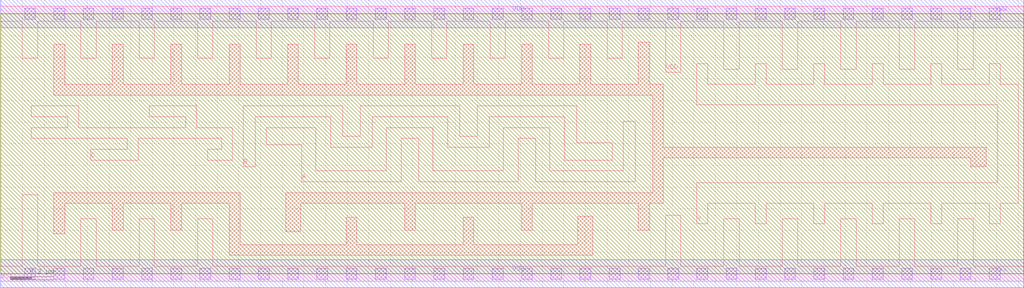
<source format=lef>
VERSION 5.8 ;
BUSBITCHARS "[]" ;

UNITS
  DATABASE MICRONS 1000 ;
END UNITS

MANUFACTURINGGRID 0.005 ;

PROPERTYDEFINITIONS
  MACRO write_qor_data STRING ;
  MACRO expanded_util REAL ;
  MACRO previous_effective_target_usage REAL ;
END PROPERTYDEFINITIONS

LAYER M1
  TYPE ROUTING ;
  DIRECTION VERTICAL ;
  PITCH 0.135 ;
  WIDTH 0.05 ;
  PROPERTY LEF58_WIDTH "WIDTH 0.05 WRONGDIRECTION ;" ;
END M1

LAYER VIA1
  TYPE CUT ;
END VIA1

LAYER M2
  TYPE ROUTING ;
  DIRECTION HORIZONTAL ;
  PITCH 0.1 ;
  WIDTH 0.05 ;
  PROPERTY LEF58_WIDTH "WIDTH 0.05 WRONGDIRECTION ;" ;
END M2

LAYER VIA2
  TYPE CUT ;
END VIA2

LAYER M3
  TYPE ROUTING ;
  DIRECTION VERTICAL ;
  PITCH 0.1 ;
  WIDTH 0.05 ;
  PROPERTY LEF58_WIDTH "WIDTH 0.05 WRONGDIRECTION ;" ;
END M3

LAYER VIA3
  TYPE CUT ;
END VIA3

LAYER M4
  TYPE ROUTING ;
  DIRECTION HORIZONTAL ;
  PITCH 0.1 ;
  WIDTH 0.05 ;
  PROPERTY LEF58_WIDTH "WIDTH 0.05 WRONGDIRECTION ;" ;
END M4

LAYER VIA4
  TYPE CUT ;
END VIA4

LAYER M5
  TYPE ROUTING ;
  DIRECTION VERTICAL ;
  PITCH 0.1 ;
  WIDTH 0.05 ;
  PROPERTY LEF58_WIDTH "WIDTH 0.05 WRONGDIRECTION ;" ;
END M5

LAYER VIA5
  TYPE CUT ;
END VIA5

LAYER M6
  TYPE ROUTING ;
  DIRECTION HORIZONTAL ;
  PITCH 0.1 ;
  WIDTH 0.05 ;
  PROPERTY LEF58_WIDTH "WIDTH 0.05 WRONGDIRECTION ;" ;
END M6

LAYER VIA6
  TYPE CUT ;
END VIA6

LAYER M7
  TYPE ROUTING ;
  DIRECTION VERTICAL ;
  PITCH 0.8 ;
  WIDTH 0.4 ;
  PROPERTY LEF58_WIDTH "WIDTH 0.4 WRONGDIRECTION ;" ;
END M7

LAYER VIA7
  TYPE CUT ;
END VIA7

LAYER M8
  TYPE ROUTING ;
  DIRECTION HORIZONTAL ;
  PITCH 0.8 ;
  WIDTH 0.4 ;
  PROPERTY LEF58_WIDTH "WIDTH 0.4 WRONGDIRECTION ;" ;
END M8

LAYER RV
  TYPE CUT ;
END RV

LAYER AP
  TYPE ROUTING ;
  DIRECTION HORIZONTAL ;
  PITCH 4 ;
  WIDTH 2 ;
  PROPERTY LEF58_WIDTH "WIDTH 2 WRONGDIRECTION ;" ;
END AP

LAYER M1_TEXT
  TYPE MASTERSLICE ;
END M1_TEXT

LAYER M2_TEXT
  TYPE MASTERSLICE ;
END M2_TEXT

LAYER M3_TEXT
  TYPE MASTERSLICE ;
END M3_TEXT

LAYER M4_TEXT
  TYPE MASTERSLICE ;
END M4_TEXT

LAYER M5_TEXT
  TYPE MASTERSLICE ;
END M5_TEXT

LAYER M6_TEXT
  TYPE MASTERSLICE ;
END M6_TEXT

LAYER M7_TEXT
  TYPE MASTERSLICE ;
END M7_TEXT

LAYER M8_TEXT
  TYPE MASTERSLICE ;
END M8_TEXT

LAYER VTL_N
  TYPE MASTERSLICE ;
END VTL_N

LAYER VTL_P
  TYPE MASTERSLICE ;
END VTL_P

LAYER VTH_N
  TYPE MASTERSLICE ;
END VTH_N

LAYER VTH_P
  TYPE MASTERSLICE ;
END VTH_P

LAYER VTUL_N
  TYPE MASTERSLICE ;
END VTUL_N

LAYER VTUL_P
  TYPE MASTERSLICE ;
END VTUL_P

LAYER UHVT_N
  TYPE MASTERSLICE ;
END UHVT_N

LAYER UHVT_P
  TYPE MASTERSLICE ;
END UHVT_P

LAYER PR
  TYPE MASTERSLICE ;
END PR

LAYER DIODEMY
  TYPE MASTERSLICE ;
END DIODEMY

LAYER TAP_MARKER
  TYPE MASTERSLICE ;
END TAP_MARKER

LAYER PM
  TYPE MASTERSLICE ;
END PM

LAYER PW
  TYPE MASTERSLICE ;
END PW

LAYER OD
  TYPE MASTERSLICE ;
END OD

LAYER NP
  TYPE MASTERSLICE ;
END NP

LAYER PP
  TYPE MASTERSLICE ;
END PP

LAYER NW
  TYPE MASTERSLICE ;
END NW

LAYER PO
  TYPE MASTERSLICE ;
END PO

LAYER CO
  TYPE MASTERSLICE ;
END CO

LAYER GB1_5
  TYPE MASTERSLICE ;
END GB1_5

LAYER OD_18
  TYPE MASTERSLICE ;
END OD_18

LAYER OD_25
  TYPE MASTERSLICE ;
END OD_25

LAYER RPO
  TYPE MASTERSLICE ;
END RPO

LAYER RODMY
  TYPE MASTERSLICE ;
END RODMY

LAYER SRM
  TYPE MASTERSLICE ;
END SRM

LAYER CB
  TYPE MASTERSLICE ;
END CB

LAYER CB2_FC
  TYPE MASTERSLICE ;
END CB2_FC

LAYER PSUB2
  TYPE MASTERSLICE ;
END PSUB2

LAYER SR_ESD
  TYPE MASTERSLICE ;
END SR_ESD

LAYER SDI
  TYPE MASTERSLICE ;
END SDI

LAYER AP_PIN
  TYPE MASTERSLICE ;
END AP_PIN

LAYER VAR
  TYPE MASTERSLICE ;
END VAR

LAYER PO_PIN
  TYPE MASTERSLICE ;
END PO_PIN

LAYER WBDMY
  TYPE MASTERSLICE ;
END WBDMY

LAYER SRAMDMY
  TYPE MASTERSLICE ;
END SRAMDMY

LAYER ESDIMP
  TYPE MASTERSLICE ;
END ESDIMP

LAYER LVSDMY
  TYPE MASTERSLICE ;
END LVSDMY

LAYER VDDDMY
  TYPE MASTERSLICE ;
END VDDDMY

LAYER IP_BASE0
  TYPE MASTERSLICE ;
END IP_BASE0

LAYER AP_TEXT_BASE0
  TYPE MASTERSLICE ;
END AP_TEXT_BASE0

LAYER RPDMY_BASE0
  TYPE MASTERSLICE ;
END RPDMY_BASE0

LAYER RPDMY_DG1_BASE0
  TYPE MASTERSLICE ;
END RPDMY_DG1_BASE0

LAYER RH_BASE0
  TYPE MASTERSLICE ;
END RH_BASE0

LAYER DMEXCL_DUMMY1_BASE0
  TYPE MASTERSLICE ;
END DMEXCL_DUMMY1_BASE0

VIA VIA1_0_30_0_30_VH_VX
  LAYER M1 ;
    RECT -0.025 -0.055 0.025 0.055 ;
  LAYER VIA1 ;
    RECT -0.025 -0.025 0.025 0.025 ;
  LAYER M2 ;
    RECT -0.055 -0.025 0.055 0.025 ;
END VIA1_0_30_0_30_VH_VX

VIA VIA1_0_30_20_20_VX_VX
  LAYER M1 ;
    RECT -0.025 -0.055 0.025 0.055 ;
  LAYER VIA1 ;
    RECT -0.025 -0.025 0.025 0.025 ;
  LAYER M2 ;
    RECT -0.045 -0.045 0.045 0.045 ;
END VIA1_0_30_20_20_VX_VX

VIA VIA1_20_20_0_30_XH_VX
  LAYER M1 ;
    RECT -0.045 -0.045 0.045 0.045 ;
  LAYER VIA1 ;
    RECT -0.025 -0.025 0.025 0.025 ;
  LAYER M2 ;
    RECT -0.055 -0.025 0.055 0.025 ;
END VIA1_20_20_0_30_XH_VX

VIA VIA1_20_20_20_20_XX_VX
  LAYER M1 ;
    RECT -0.045 -0.045 0.045 0.045 ;
  LAYER VIA1 ;
    RECT -0.025 -0.025 0.025 0.025 ;
  LAYER M2 ;
    RECT -0.045 -0.045 0.045 0.045 ;
END VIA1_20_20_20_20_XX_VX

VIA VIA1_0_30_0_30_HH_VX
  LAYER M1 ;
    RECT -0.055 -0.025 0.055 0.025 ;
  LAYER VIA1 ;
    RECT -0.025 -0.025 0.025 0.025 ;
  LAYER M2 ;
    RECT -0.055 -0.025 0.055 0.025 ;
END VIA1_0_30_0_30_HH_VX

VIA VIA1_0_30_0_30_VV_VX
  LAYER M1 ;
    RECT -0.025 -0.055 0.025 0.055 ;
  LAYER VIA1 ;
    RECT -0.025 -0.025 0.025 0.025 ;
  LAYER M2 ;
    RECT -0.025 -0.055 0.025 0.055 ;
END VIA1_0_30_0_30_VV_VX

VIA VIA1_0_30_0_30_HV_VX
  LAYER M1 ;
    RECT -0.055 -0.025 0.055 0.025 ;
  LAYER VIA1 ;
    RECT -0.025 -0.025 0.025 0.025 ;
  LAYER M2 ;
    RECT -0.025 -0.055 0.025 0.055 ;
END VIA1_0_30_0_30_HV_VX

VIA VIA1_0_30_5_30_VH_VX
  LAYER M1 ;
    RECT -0.025 -0.055 0.025 0.055 ;
  LAYER VIA1 ;
    RECT -0.025 -0.025 0.025 0.025 ;
  LAYER M2 ;
    RECT -0.055 -0.03 0.055 0.03 ;
END VIA1_0_30_5_30_VH_VX

VIA VIA1_0_30_5_30_HH_VX
  LAYER M1 ;
    RECT -0.055 -0.025 0.055 0.025 ;
  LAYER VIA1 ;
    RECT -0.025 -0.025 0.025 0.025 ;
  LAYER M2 ;
    RECT -0.055 -0.03 0.055 0.03 ;
END VIA1_0_30_5_30_HH_VX

VIA VIA1_0_30_5_30_VV_VX
  LAYER M1 ;
    RECT -0.025 -0.055 0.025 0.055 ;
  LAYER VIA1 ;
    RECT -0.025 -0.025 0.025 0.025 ;
  LAYER M2 ;
    RECT -0.03 -0.055 0.03 0.055 ;
END VIA1_0_30_5_30_VV_VX

VIA VIA1_0_30_5_30_HV_VX
  LAYER M1 ;
    RECT -0.055 -0.025 0.055 0.025 ;
  LAYER VIA1 ;
    RECT -0.025 -0.025 0.025 0.025 ;
  LAYER M2 ;
    RECT -0.03 -0.055 0.03 0.055 ;
END VIA1_0_30_5_30_HV_VX

VIA VIA1_0_30_15_30_VH_VX
  LAYER M1 ;
    RECT -0.025 -0.055 0.025 0.055 ;
  LAYER VIA1 ;
    RECT -0.025 -0.025 0.025 0.025 ;
  LAYER M2 ;
    RECT -0.055 -0.04 0.055 0.04 ;
END VIA1_0_30_15_30_VH_VX

VIA VIA1_0_30_15_30_HH_VX
  LAYER M1 ;
    RECT -0.055 -0.025 0.055 0.025 ;
  LAYER VIA1 ;
    RECT -0.025 -0.025 0.025 0.025 ;
  LAYER M2 ;
    RECT -0.055 -0.04 0.055 0.04 ;
END VIA1_0_30_15_30_HH_VX

VIA VIA1_0_30_15_30_VV_VX
  LAYER M1 ;
    RECT -0.025 -0.055 0.025 0.055 ;
  LAYER VIA1 ;
    RECT -0.025 -0.025 0.025 0.025 ;
  LAYER M2 ;
    RECT -0.04 -0.055 0.04 0.055 ;
END VIA1_0_30_15_30_VV_VX

VIA VIA1_0_30_15_30_HV_VX
  LAYER M1 ;
    RECT -0.055 -0.025 0.055 0.025 ;
  LAYER VIA1 ;
    RECT -0.025 -0.025 0.025 0.025 ;
  LAYER M2 ;
    RECT -0.04 -0.055 0.04 0.055 ;
END VIA1_0_30_15_30_HV_VX

VIA VIA1_0_40_0_40_VXRECT_H
  LAYER M1 ;
    RECT -0.105 -0.025 0.105 0.025 ;
  LAYER VIA1 ;
    RECT -0.065 -0.025 0.065 0.025 ;
  LAYER M2 ;
    RECT -0.105 -0.025 0.105 0.025 ;
END VIA1_0_40_0_40_VXRECT_H

VIA VIA1_0_40_0_40_VXRECT_V
  LAYER M1 ;
    RECT -0.025 -0.105 0.025 0.105 ;
  LAYER VIA1 ;
    RECT -0.025 -0.065 0.025 0.065 ;
  LAYER M2 ;
    RECT -0.025 -0.105 0.025 0.105 ;
END VIA1_0_40_0_40_VXRECT_V

VIA VIA1_0_40_5_40_VXRECT_H
  LAYER M1 ;
    RECT -0.105 -0.025 0.105 0.025 ;
  LAYER VIA1 ;
    RECT -0.065 -0.025 0.065 0.025 ;
  LAYER M2 ;
    RECT -0.105 -0.03 0.105 0.03 ;
END VIA1_0_40_5_40_VXRECT_H

VIA VIA1_0_40_5_40_VXRECT_V
  LAYER M1 ;
    RECT -0.025 -0.105 0.025 0.105 ;
  LAYER VIA1 ;
    RECT -0.025 -0.065 0.025 0.065 ;
  LAYER M2 ;
    RECT -0.03 -0.105 0.03 0.105 ;
END VIA1_0_40_5_40_VXRECT_V

VIA VIA1_0_40_15_40_VXRECT_H
  LAYER M1 ;
    RECT -0.105 -0.025 0.105 0.025 ;
  LAYER VIA1 ;
    RECT -0.065 -0.025 0.065 0.025 ;
  LAYER M2 ;
    RECT -0.105 -0.04 0.105 0.04 ;
END VIA1_0_40_15_40_VXRECT_H

VIA VIA1_0_40_15_40_VXRECT_V
  LAYER M1 ;
    RECT -0.025 -0.105 0.025 0.105 ;
  LAYER VIA1 ;
    RECT -0.025 -0.065 0.025 0.065 ;
  LAYER M2 ;
    RECT -0.04 -0.105 0.04 0.105 ;
END VIA1_0_40_15_40_VXRECT_V

VIA VIA1_5_30_0_30_VH_VX
  LAYER M1 ;
    RECT -0.03 -0.055 0.03 0.055 ;
  LAYER VIA1 ;
    RECT -0.025 -0.025 0.025 0.025 ;
  LAYER M2 ;
    RECT -0.055 -0.025 0.055 0.025 ;
END VIA1_5_30_0_30_VH_VX

VIA VIA1_5_30_0_30_HH_VX
  LAYER M1 ;
    RECT -0.055 -0.03 0.055 0.03 ;
  LAYER VIA1 ;
    RECT -0.025 -0.025 0.025 0.025 ;
  LAYER M2 ;
    RECT -0.055 -0.025 0.055 0.025 ;
END VIA1_5_30_0_30_HH_VX

VIA VIA1_5_30_0_30_VV_VX
  LAYER M1 ;
    RECT -0.03 -0.055 0.03 0.055 ;
  LAYER VIA1 ;
    RECT -0.025 -0.025 0.025 0.025 ;
  LAYER M2 ;
    RECT -0.025 -0.055 0.025 0.055 ;
END VIA1_5_30_0_30_VV_VX

VIA VIA1_5_30_0_30_HV_VX
  LAYER M1 ;
    RECT -0.055 -0.03 0.055 0.03 ;
  LAYER VIA1 ;
    RECT -0.025 -0.025 0.025 0.025 ;
  LAYER M2 ;
    RECT -0.025 -0.055 0.025 0.055 ;
END VIA1_5_30_0_30_HV_VX

VIA VIA1_5_30_5_30_VH_VX
  LAYER M1 ;
    RECT -0.03 -0.055 0.03 0.055 ;
  LAYER VIA1 ;
    RECT -0.025 -0.025 0.025 0.025 ;
  LAYER M2 ;
    RECT -0.055 -0.03 0.055 0.03 ;
END VIA1_5_30_5_30_VH_VX

VIA VIA1_5_30_5_30_HH_VX
  LAYER M1 ;
    RECT -0.055 -0.03 0.055 0.03 ;
  LAYER VIA1 ;
    RECT -0.025 -0.025 0.025 0.025 ;
  LAYER M2 ;
    RECT -0.055 -0.03 0.055 0.03 ;
END VIA1_5_30_5_30_HH_VX

VIA VIA1_5_30_5_30_VV_VX
  LAYER M1 ;
    RECT -0.03 -0.055 0.03 0.055 ;
  LAYER VIA1 ;
    RECT -0.025 -0.025 0.025 0.025 ;
  LAYER M2 ;
    RECT -0.03 -0.055 0.03 0.055 ;
END VIA1_5_30_5_30_VV_VX

VIA VIA1_5_30_5_30_HV_VX
  LAYER M1 ;
    RECT -0.055 -0.03 0.055 0.03 ;
  LAYER VIA1 ;
    RECT -0.025 -0.025 0.025 0.025 ;
  LAYER M2 ;
    RECT -0.03 -0.055 0.03 0.055 ;
END VIA1_5_30_5_30_HV_VX

VIA VIA1_5_30_15_30_VH_VX
  LAYER M1 ;
    RECT -0.03 -0.055 0.03 0.055 ;
  LAYER VIA1 ;
    RECT -0.025 -0.025 0.025 0.025 ;
  LAYER M2 ;
    RECT -0.055 -0.04 0.055 0.04 ;
END VIA1_5_30_15_30_VH_VX

VIA VIA1_5_30_15_30_HH_VX
  LAYER M1 ;
    RECT -0.055 -0.03 0.055 0.03 ;
  LAYER VIA1 ;
    RECT -0.025 -0.025 0.025 0.025 ;
  LAYER M2 ;
    RECT -0.055 -0.04 0.055 0.04 ;
END VIA1_5_30_15_30_HH_VX

VIA VIA1_5_30_15_30_VV_VX
  LAYER M1 ;
    RECT -0.03 -0.055 0.03 0.055 ;
  LAYER VIA1 ;
    RECT -0.025 -0.025 0.025 0.025 ;
  LAYER M2 ;
    RECT -0.04 -0.055 0.04 0.055 ;
END VIA1_5_30_15_30_VV_VX

VIA VIA1_5_30_15_30_HV_VX
  LAYER M1 ;
    RECT -0.055 -0.03 0.055 0.03 ;
  LAYER VIA1 ;
    RECT -0.025 -0.025 0.025 0.025 ;
  LAYER M2 ;
    RECT -0.04 -0.055 0.04 0.055 ;
END VIA1_5_30_15_30_HV_VX

VIA VIA1_5_40_0_40_VXRECT_H
  LAYER M1 ;
    RECT -0.105 -0.03 0.105 0.03 ;
  LAYER VIA1 ;
    RECT -0.065 -0.025 0.065 0.025 ;
  LAYER M2 ;
    RECT -0.105 -0.025 0.105 0.025 ;
END VIA1_5_40_0_40_VXRECT_H

VIA VIA1_5_40_0_40_VXRECT_V
  LAYER M1 ;
    RECT -0.03 -0.105 0.03 0.105 ;
  LAYER VIA1 ;
    RECT -0.025 -0.065 0.025 0.065 ;
  LAYER M2 ;
    RECT -0.025 -0.105 0.025 0.105 ;
END VIA1_5_40_0_40_VXRECT_V

VIA VIA1_5_40_5_40_VXRECT_H
  LAYER M1 ;
    RECT -0.105 -0.03 0.105 0.03 ;
  LAYER VIA1 ;
    RECT -0.065 -0.025 0.065 0.025 ;
  LAYER M2 ;
    RECT -0.105 -0.03 0.105 0.03 ;
END VIA1_5_40_5_40_VXRECT_H

VIA VIA1_5_40_5_40_VXRECT_V
  LAYER M1 ;
    RECT -0.03 -0.105 0.03 0.105 ;
  LAYER VIA1 ;
    RECT -0.025 -0.065 0.025 0.065 ;
  LAYER M2 ;
    RECT -0.03 -0.105 0.03 0.105 ;
END VIA1_5_40_5_40_VXRECT_V

VIA VIA1_5_40_15_40_VXRECT_H
  LAYER M1 ;
    RECT -0.105 -0.03 0.105 0.03 ;
  LAYER VIA1 ;
    RECT -0.065 -0.025 0.065 0.025 ;
  LAYER M2 ;
    RECT -0.105 -0.04 0.105 0.04 ;
END VIA1_5_40_15_40_VXRECT_H

VIA VIA1_5_40_15_40_VXRECT_V
  LAYER M1 ;
    RECT -0.03 -0.105 0.03 0.105 ;
  LAYER VIA1 ;
    RECT -0.025 -0.065 0.025 0.065 ;
  LAYER M2 ;
    RECT -0.04 -0.105 0.04 0.105 ;
END VIA1_5_40_15_40_VXRECT_V

VIA VIA1_15_30_0_30_VH_VX
  LAYER M1 ;
    RECT -0.04 -0.055 0.04 0.055 ;
  LAYER VIA1 ;
    RECT -0.025 -0.025 0.025 0.025 ;
  LAYER M2 ;
    RECT -0.055 -0.025 0.055 0.025 ;
END VIA1_15_30_0_30_VH_VX

VIA VIA1_15_30_0_30_HH_VX
  LAYER M1 ;
    RECT -0.055 -0.04 0.055 0.04 ;
  LAYER VIA1 ;
    RECT -0.025 -0.025 0.025 0.025 ;
  LAYER M2 ;
    RECT -0.055 -0.025 0.055 0.025 ;
END VIA1_15_30_0_30_HH_VX

VIA VIA1_15_30_0_30_VV_VX
  LAYER M1 ;
    RECT -0.04 -0.055 0.04 0.055 ;
  LAYER VIA1 ;
    RECT -0.025 -0.025 0.025 0.025 ;
  LAYER M2 ;
    RECT -0.025 -0.055 0.025 0.055 ;
END VIA1_15_30_0_30_VV_VX

VIA VIA1_15_30_0_30_HV_VX
  LAYER M1 ;
    RECT -0.055 -0.04 0.055 0.04 ;
  LAYER VIA1 ;
    RECT -0.025 -0.025 0.025 0.025 ;
  LAYER M2 ;
    RECT -0.025 -0.055 0.025 0.055 ;
END VIA1_15_30_0_30_HV_VX

VIA VIA1_15_30_5_30_VH_VX
  LAYER M1 ;
    RECT -0.04 -0.055 0.04 0.055 ;
  LAYER VIA1 ;
    RECT -0.025 -0.025 0.025 0.025 ;
  LAYER M2 ;
    RECT -0.055 -0.03 0.055 0.03 ;
END VIA1_15_30_5_30_VH_VX

VIA VIA1_15_30_5_30_HH_VX
  LAYER M1 ;
    RECT -0.055 -0.04 0.055 0.04 ;
  LAYER VIA1 ;
    RECT -0.025 -0.025 0.025 0.025 ;
  LAYER M2 ;
    RECT -0.055 -0.03 0.055 0.03 ;
END VIA1_15_30_5_30_HH_VX

VIA VIA1_15_30_5_30_VV_VX
  LAYER M1 ;
    RECT -0.04 -0.055 0.04 0.055 ;
  LAYER VIA1 ;
    RECT -0.025 -0.025 0.025 0.025 ;
  LAYER M2 ;
    RECT -0.03 -0.055 0.03 0.055 ;
END VIA1_15_30_5_30_VV_VX

VIA VIA1_15_30_5_30_HV_VX
  LAYER M1 ;
    RECT -0.055 -0.04 0.055 0.04 ;
  LAYER VIA1 ;
    RECT -0.025 -0.025 0.025 0.025 ;
  LAYER M2 ;
    RECT -0.03 -0.055 0.03 0.055 ;
END VIA1_15_30_5_30_HV_VX

VIA VIA1_15_30_15_30_VH_VX
  LAYER M1 ;
    RECT -0.04 -0.055 0.04 0.055 ;
  LAYER VIA1 ;
    RECT -0.025 -0.025 0.025 0.025 ;
  LAYER M2 ;
    RECT -0.055 -0.04 0.055 0.04 ;
END VIA1_15_30_15_30_VH_VX

VIA VIA1_15_30_15_30_HH_VX
  LAYER M1 ;
    RECT -0.055 -0.04 0.055 0.04 ;
  LAYER VIA1 ;
    RECT -0.025 -0.025 0.025 0.025 ;
  LAYER M2 ;
    RECT -0.055 -0.04 0.055 0.04 ;
END VIA1_15_30_15_30_HH_VX

VIA VIA1_15_30_15_30_VV_VX
  LAYER M1 ;
    RECT -0.04 -0.055 0.04 0.055 ;
  LAYER VIA1 ;
    RECT -0.025 -0.025 0.025 0.025 ;
  LAYER M2 ;
    RECT -0.04 -0.055 0.04 0.055 ;
END VIA1_15_30_15_30_VV_VX

VIA VIA1_15_30_15_30_HV_VX
  LAYER M1 ;
    RECT -0.055 -0.04 0.055 0.04 ;
  LAYER VIA1 ;
    RECT -0.025 -0.025 0.025 0.025 ;
  LAYER M2 ;
    RECT -0.04 -0.055 0.04 0.055 ;
END VIA1_15_30_15_30_HV_VX

VIA VIA1_15_40_0_40_VXRECT_H
  LAYER M1 ;
    RECT -0.105 -0.04 0.105 0.04 ;
  LAYER VIA1 ;
    RECT -0.065 -0.025 0.065 0.025 ;
  LAYER M2 ;
    RECT -0.105 -0.025 0.105 0.025 ;
END VIA1_15_40_0_40_VXRECT_H

VIA VIA1_15_40_0_40_VXRECT_V
  LAYER M1 ;
    RECT -0.04 -0.105 0.04 0.105 ;
  LAYER VIA1 ;
    RECT -0.025 -0.065 0.025 0.065 ;
  LAYER M2 ;
    RECT -0.025 -0.105 0.025 0.105 ;
END VIA1_15_40_0_40_VXRECT_V

VIA VIA1_15_40_5_40_VXRECT_H
  LAYER M1 ;
    RECT -0.105 -0.04 0.105 0.04 ;
  LAYER VIA1 ;
    RECT -0.065 -0.025 0.065 0.025 ;
  LAYER M2 ;
    RECT -0.105 -0.03 0.105 0.03 ;
END VIA1_15_40_5_40_VXRECT_H

VIA VIA1_15_40_5_40_VXRECT_V
  LAYER M1 ;
    RECT -0.04 -0.105 0.04 0.105 ;
  LAYER VIA1 ;
    RECT -0.025 -0.065 0.025 0.065 ;
  LAYER M2 ;
    RECT -0.03 -0.105 0.03 0.105 ;
END VIA1_15_40_5_40_VXRECT_V

VIA VIA1_15_40_15_40_VXRECT_H
  LAYER M1 ;
    RECT -0.105 -0.04 0.105 0.04 ;
  LAYER VIA1 ;
    RECT -0.065 -0.025 0.065 0.025 ;
  LAYER M2 ;
    RECT -0.105 -0.04 0.105 0.04 ;
END VIA1_15_40_15_40_VXRECT_H

VIA VIA1_15_40_15_40_VXRECT_V
  LAYER M1 ;
    RECT -0.04 -0.105 0.04 0.105 ;
  LAYER VIA1 ;
    RECT -0.025 -0.065 0.025 0.065 ;
  LAYER M2 ;
    RECT -0.04 -0.105 0.04 0.105 ;
END VIA1_15_40_15_40_VXRECT_V

VIA VIA2_0_30_0_30_HV_VX
  LAYER M2 ;
    RECT -0.055 -0.025 0.055 0.025 ;
  LAYER VIA2 ;
    RECT -0.025 -0.025 0.025 0.025 ;
  LAYER M3 ;
    RECT -0.025 -0.055 0.025 0.055 ;
END VIA2_0_30_0_30_HV_VX

VIA VIA2_0_30_0_30_VV_VX
  LAYER M2 ;
    RECT -0.025 -0.055 0.025 0.055 ;
  LAYER VIA2 ;
    RECT -0.025 -0.025 0.025 0.025 ;
  LAYER M3 ;
    RECT -0.025 -0.055 0.025 0.055 ;
END VIA2_0_30_0_30_VV_VX

VIA VIA2_0_30_0_30_HH_VX
  LAYER M2 ;
    RECT -0.055 -0.025 0.055 0.025 ;
  LAYER VIA2 ;
    RECT -0.025 -0.025 0.025 0.025 ;
  LAYER M3 ;
    RECT -0.055 -0.025 0.055 0.025 ;
END VIA2_0_30_0_30_HH_VX

VIA VIA2_0_30_0_30_VH_VX
  LAYER M2 ;
    RECT -0.025 -0.055 0.025 0.055 ;
  LAYER VIA2 ;
    RECT -0.025 -0.025 0.025 0.025 ;
  LAYER M3 ;
    RECT -0.055 -0.025 0.055 0.025 ;
END VIA2_0_30_0_30_VH_VX

VIA VIA2_0_30_5_30_HV_VX
  LAYER M2 ;
    RECT -0.055 -0.025 0.055 0.025 ;
  LAYER VIA2 ;
    RECT -0.025 -0.025 0.025 0.025 ;
  LAYER M3 ;
    RECT -0.03 -0.055 0.03 0.055 ;
END VIA2_0_30_5_30_HV_VX

VIA VIA2_0_30_5_30_VV_VX
  LAYER M2 ;
    RECT -0.025 -0.055 0.025 0.055 ;
  LAYER VIA2 ;
    RECT -0.025 -0.025 0.025 0.025 ;
  LAYER M3 ;
    RECT -0.03 -0.055 0.03 0.055 ;
END VIA2_0_30_5_30_VV_VX

VIA VIA2_0_30_5_30_HH_VX
  LAYER M2 ;
    RECT -0.055 -0.025 0.055 0.025 ;
  LAYER VIA2 ;
    RECT -0.025 -0.025 0.025 0.025 ;
  LAYER M3 ;
    RECT -0.055 -0.03 0.055 0.03 ;
END VIA2_0_30_5_30_HH_VX

VIA VIA2_0_30_5_30_VH_VX
  LAYER M2 ;
    RECT -0.025 -0.055 0.025 0.055 ;
  LAYER VIA2 ;
    RECT -0.025 -0.025 0.025 0.025 ;
  LAYER M3 ;
    RECT -0.055 -0.03 0.055 0.03 ;
END VIA2_0_30_5_30_VH_VX

VIA VIA2_0_30_15_30_HV_VX
  LAYER M2 ;
    RECT -0.055 -0.025 0.055 0.025 ;
  LAYER VIA2 ;
    RECT -0.025 -0.025 0.025 0.025 ;
  LAYER M3 ;
    RECT -0.04 -0.055 0.04 0.055 ;
END VIA2_0_30_15_30_HV_VX

VIA VIA2_0_30_15_30_VV_VX
  LAYER M2 ;
    RECT -0.025 -0.055 0.025 0.055 ;
  LAYER VIA2 ;
    RECT -0.025 -0.025 0.025 0.025 ;
  LAYER M3 ;
    RECT -0.04 -0.055 0.04 0.055 ;
END VIA2_0_30_15_30_VV_VX

VIA VIA2_0_30_15_30_HH_VX
  LAYER M2 ;
    RECT -0.055 -0.025 0.055 0.025 ;
  LAYER VIA2 ;
    RECT -0.025 -0.025 0.025 0.025 ;
  LAYER M3 ;
    RECT -0.055 -0.04 0.055 0.04 ;
END VIA2_0_30_15_30_HH_VX

VIA VIA2_0_30_15_30_VH_VX
  LAYER M2 ;
    RECT -0.025 -0.055 0.025 0.055 ;
  LAYER VIA2 ;
    RECT -0.025 -0.025 0.025 0.025 ;
  LAYER M3 ;
    RECT -0.055 -0.04 0.055 0.04 ;
END VIA2_0_30_15_30_VH_VX

VIA VIA2_30_10_30_10_VXRECT_H
  LAYER M2 ;
    RECT -0.075 -0.055 0.075 0.055 ;
  LAYER VIA2 ;
    RECT -0.065 -0.025 0.065 0.025 ;
  LAYER M3 ;
    RECT -0.075 -0.055 0.075 0.055 ;
END VIA2_30_10_30_10_VXRECT_H

VIA VIA2_30_10_30_10_VXRECT_V
  LAYER M2 ;
    RECT -0.055 -0.075 0.055 0.075 ;
  LAYER VIA2 ;
    RECT -0.025 -0.065 0.025 0.065 ;
  LAYER M3 ;
    RECT -0.055 -0.075 0.055 0.075 ;
END VIA2_30_10_30_10_VXRECT_V

VIA VIA2_0_40_0_40_VXRECT_H
  LAYER M2 ;
    RECT -0.105 -0.025 0.105 0.025 ;
  LAYER VIA2 ;
    RECT -0.065 -0.025 0.065 0.025 ;
  LAYER M3 ;
    RECT -0.105 -0.025 0.105 0.025 ;
END VIA2_0_40_0_40_VXRECT_H

VIA VIA2_0_40_0_40_VXRECT_V
  LAYER M2 ;
    RECT -0.025 -0.105 0.025 0.105 ;
  LAYER VIA2 ;
    RECT -0.025 -0.065 0.025 0.065 ;
  LAYER M3 ;
    RECT -0.025 -0.105 0.025 0.105 ;
END VIA2_0_40_0_40_VXRECT_V

VIA VIA2_0_40_5_40_VXRECT_H
  LAYER M2 ;
    RECT -0.105 -0.025 0.105 0.025 ;
  LAYER VIA2 ;
    RECT -0.065 -0.025 0.065 0.025 ;
  LAYER M3 ;
    RECT -0.105 -0.03 0.105 0.03 ;
END VIA2_0_40_5_40_VXRECT_H

VIA VIA2_0_40_5_40_VXRECT_V
  LAYER M2 ;
    RECT -0.025 -0.105 0.025 0.105 ;
  LAYER VIA2 ;
    RECT -0.025 -0.065 0.025 0.065 ;
  LAYER M3 ;
    RECT -0.03 -0.105 0.03 0.105 ;
END VIA2_0_40_5_40_VXRECT_V

VIA VIA2_0_40_15_40_VXRECT_H
  LAYER M2 ;
    RECT -0.105 -0.025 0.105 0.025 ;
  LAYER VIA2 ;
    RECT -0.065 -0.025 0.065 0.025 ;
  LAYER M3 ;
    RECT -0.105 -0.04 0.105 0.04 ;
END VIA2_0_40_15_40_VXRECT_H

VIA VIA2_0_40_15_40_VXRECT_V
  LAYER M2 ;
    RECT -0.025 -0.105 0.025 0.105 ;
  LAYER VIA2 ;
    RECT -0.025 -0.065 0.025 0.065 ;
  LAYER M3 ;
    RECT -0.04 -0.105 0.04 0.105 ;
END VIA2_0_40_15_40_VXRECT_V

VIA VIA2_5_30_0_30_HV_VX
  LAYER M2 ;
    RECT -0.055 -0.03 0.055 0.03 ;
  LAYER VIA2 ;
    RECT -0.025 -0.025 0.025 0.025 ;
  LAYER M3 ;
    RECT -0.025 -0.055 0.025 0.055 ;
END VIA2_5_30_0_30_HV_VX

VIA VIA2_5_30_0_30_VV_VX
  LAYER M2 ;
    RECT -0.03 -0.055 0.03 0.055 ;
  LAYER VIA2 ;
    RECT -0.025 -0.025 0.025 0.025 ;
  LAYER M3 ;
    RECT -0.025 -0.055 0.025 0.055 ;
END VIA2_5_30_0_30_VV_VX

VIA VIA2_5_30_0_30_HH_VX
  LAYER M2 ;
    RECT -0.055 -0.03 0.055 0.03 ;
  LAYER VIA2 ;
    RECT -0.025 -0.025 0.025 0.025 ;
  LAYER M3 ;
    RECT -0.055 -0.025 0.055 0.025 ;
END VIA2_5_30_0_30_HH_VX

VIA VIA2_5_30_0_30_VH_VX
  LAYER M2 ;
    RECT -0.03 -0.055 0.03 0.055 ;
  LAYER VIA2 ;
    RECT -0.025 -0.025 0.025 0.025 ;
  LAYER M3 ;
    RECT -0.055 -0.025 0.055 0.025 ;
END VIA2_5_30_0_30_VH_VX

VIA VIA2_5_30_5_30_HV_VX
  LAYER M2 ;
    RECT -0.055 -0.03 0.055 0.03 ;
  LAYER VIA2 ;
    RECT -0.025 -0.025 0.025 0.025 ;
  LAYER M3 ;
    RECT -0.03 -0.055 0.03 0.055 ;
END VIA2_5_30_5_30_HV_VX

VIA VIA2_5_30_5_30_VV_VX
  LAYER M2 ;
    RECT -0.03 -0.055 0.03 0.055 ;
  LAYER VIA2 ;
    RECT -0.025 -0.025 0.025 0.025 ;
  LAYER M3 ;
    RECT -0.03 -0.055 0.03 0.055 ;
END VIA2_5_30_5_30_VV_VX

VIA VIA2_5_30_5_30_HH_VX
  LAYER M2 ;
    RECT -0.055 -0.03 0.055 0.03 ;
  LAYER VIA2 ;
    RECT -0.025 -0.025 0.025 0.025 ;
  LAYER M3 ;
    RECT -0.055 -0.03 0.055 0.03 ;
END VIA2_5_30_5_30_HH_VX

VIA VIA2_5_30_5_30_VH_VX
  LAYER M2 ;
    RECT -0.03 -0.055 0.03 0.055 ;
  LAYER VIA2 ;
    RECT -0.025 -0.025 0.025 0.025 ;
  LAYER M3 ;
    RECT -0.055 -0.03 0.055 0.03 ;
END VIA2_5_30_5_30_VH_VX

VIA VIA2_5_30_15_30_HV_VX
  LAYER M2 ;
    RECT -0.055 -0.03 0.055 0.03 ;
  LAYER VIA2 ;
    RECT -0.025 -0.025 0.025 0.025 ;
  LAYER M3 ;
    RECT -0.04 -0.055 0.04 0.055 ;
END VIA2_5_30_15_30_HV_VX

VIA VIA2_5_30_15_30_VV_VX
  LAYER M2 ;
    RECT -0.03 -0.055 0.03 0.055 ;
  LAYER VIA2 ;
    RECT -0.025 -0.025 0.025 0.025 ;
  LAYER M3 ;
    RECT -0.04 -0.055 0.04 0.055 ;
END VIA2_5_30_15_30_VV_VX

VIA VIA2_5_30_15_30_HH_VX
  LAYER M2 ;
    RECT -0.055 -0.03 0.055 0.03 ;
  LAYER VIA2 ;
    RECT -0.025 -0.025 0.025 0.025 ;
  LAYER M3 ;
    RECT -0.055 -0.04 0.055 0.04 ;
END VIA2_5_30_15_30_HH_VX

VIA VIA2_5_30_15_30_VH_VX
  LAYER M2 ;
    RECT -0.03 -0.055 0.03 0.055 ;
  LAYER VIA2 ;
    RECT -0.025 -0.025 0.025 0.025 ;
  LAYER M3 ;
    RECT -0.055 -0.04 0.055 0.04 ;
END VIA2_5_30_15_30_VH_VX

VIA VIA2_5_40_0_40_VXRECT_H
  LAYER M2 ;
    RECT -0.105 -0.03 0.105 0.03 ;
  LAYER VIA2 ;
    RECT -0.065 -0.025 0.065 0.025 ;
  LAYER M3 ;
    RECT -0.105 -0.025 0.105 0.025 ;
END VIA2_5_40_0_40_VXRECT_H

VIA VIA2_5_40_0_40_VXRECT_V
  LAYER M2 ;
    RECT -0.03 -0.105 0.03 0.105 ;
  LAYER VIA2 ;
    RECT -0.025 -0.065 0.025 0.065 ;
  LAYER M3 ;
    RECT -0.025 -0.105 0.025 0.105 ;
END VIA2_5_40_0_40_VXRECT_V

VIA VIA2_5_40_5_40_VXRECT_H
  LAYER M2 ;
    RECT -0.105 -0.03 0.105 0.03 ;
  LAYER VIA2 ;
    RECT -0.065 -0.025 0.065 0.025 ;
  LAYER M3 ;
    RECT -0.105 -0.03 0.105 0.03 ;
END VIA2_5_40_5_40_VXRECT_H

VIA VIA2_5_40_5_40_VXRECT_V
  LAYER M2 ;
    RECT -0.03 -0.105 0.03 0.105 ;
  LAYER VIA2 ;
    RECT -0.025 -0.065 0.025 0.065 ;
  LAYER M3 ;
    RECT -0.03 -0.105 0.03 0.105 ;
END VIA2_5_40_5_40_VXRECT_V

VIA VIA2_5_40_15_40_VXRECT_H
  LAYER M2 ;
    RECT -0.105 -0.03 0.105 0.03 ;
  LAYER VIA2 ;
    RECT -0.065 -0.025 0.065 0.025 ;
  LAYER M3 ;
    RECT -0.105 -0.04 0.105 0.04 ;
END VIA2_5_40_15_40_VXRECT_H

VIA VIA2_5_40_15_40_VXRECT_V
  LAYER M2 ;
    RECT -0.03 -0.105 0.03 0.105 ;
  LAYER VIA2 ;
    RECT -0.025 -0.065 0.025 0.065 ;
  LAYER M3 ;
    RECT -0.04 -0.105 0.04 0.105 ;
END VIA2_5_40_15_40_VXRECT_V

VIA VIA2_15_30_0_30_HV_VX
  LAYER M2 ;
    RECT -0.055 -0.04 0.055 0.04 ;
  LAYER VIA2 ;
    RECT -0.025 -0.025 0.025 0.025 ;
  LAYER M3 ;
    RECT -0.025 -0.055 0.025 0.055 ;
END VIA2_15_30_0_30_HV_VX

VIA VIA2_15_30_0_30_VV_VX
  LAYER M2 ;
    RECT -0.04 -0.055 0.04 0.055 ;
  LAYER VIA2 ;
    RECT -0.025 -0.025 0.025 0.025 ;
  LAYER M3 ;
    RECT -0.025 -0.055 0.025 0.055 ;
END VIA2_15_30_0_30_VV_VX

VIA VIA2_15_30_0_30_HH_VX
  LAYER M2 ;
    RECT -0.055 -0.04 0.055 0.04 ;
  LAYER VIA2 ;
    RECT -0.025 -0.025 0.025 0.025 ;
  LAYER M3 ;
    RECT -0.055 -0.025 0.055 0.025 ;
END VIA2_15_30_0_30_HH_VX

VIA VIA2_15_30_0_30_VH_VX
  LAYER M2 ;
    RECT -0.04 -0.055 0.04 0.055 ;
  LAYER VIA2 ;
    RECT -0.025 -0.025 0.025 0.025 ;
  LAYER M3 ;
    RECT -0.055 -0.025 0.055 0.025 ;
END VIA2_15_30_0_30_VH_VX

VIA VIA2_15_30_5_30_HV_VX
  LAYER M2 ;
    RECT -0.055 -0.04 0.055 0.04 ;
  LAYER VIA2 ;
    RECT -0.025 -0.025 0.025 0.025 ;
  LAYER M3 ;
    RECT -0.03 -0.055 0.03 0.055 ;
END VIA2_15_30_5_30_HV_VX

VIA VIA2_15_30_5_30_VV_VX
  LAYER M2 ;
    RECT -0.04 -0.055 0.04 0.055 ;
  LAYER VIA2 ;
    RECT -0.025 -0.025 0.025 0.025 ;
  LAYER M3 ;
    RECT -0.03 -0.055 0.03 0.055 ;
END VIA2_15_30_5_30_VV_VX

VIA VIA2_15_30_5_30_HH_VX
  LAYER M2 ;
    RECT -0.055 -0.04 0.055 0.04 ;
  LAYER VIA2 ;
    RECT -0.025 -0.025 0.025 0.025 ;
  LAYER M3 ;
    RECT -0.055 -0.03 0.055 0.03 ;
END VIA2_15_30_5_30_HH_VX

VIA VIA2_15_30_5_30_VH_VX
  LAYER M2 ;
    RECT -0.04 -0.055 0.04 0.055 ;
  LAYER VIA2 ;
    RECT -0.025 -0.025 0.025 0.025 ;
  LAYER M3 ;
    RECT -0.055 -0.03 0.055 0.03 ;
END VIA2_15_30_5_30_VH_VX

VIA VIA2_15_30_15_30_HV_VX
  LAYER M2 ;
    RECT -0.055 -0.04 0.055 0.04 ;
  LAYER VIA2 ;
    RECT -0.025 -0.025 0.025 0.025 ;
  LAYER M3 ;
    RECT -0.04 -0.055 0.04 0.055 ;
END VIA2_15_30_15_30_HV_VX

VIA VIA2_15_30_15_30_VV_VX
  LAYER M2 ;
    RECT -0.04 -0.055 0.04 0.055 ;
  LAYER VIA2 ;
    RECT -0.025 -0.025 0.025 0.025 ;
  LAYER M3 ;
    RECT -0.04 -0.055 0.04 0.055 ;
END VIA2_15_30_15_30_VV_VX

VIA VIA2_15_30_15_30_HH_VX
  LAYER M2 ;
    RECT -0.055 -0.04 0.055 0.04 ;
  LAYER VIA2 ;
    RECT -0.025 -0.025 0.025 0.025 ;
  LAYER M3 ;
    RECT -0.055 -0.04 0.055 0.04 ;
END VIA2_15_30_15_30_HH_VX

VIA VIA2_15_30_15_30_VH_VX
  LAYER M2 ;
    RECT -0.04 -0.055 0.04 0.055 ;
  LAYER VIA2 ;
    RECT -0.025 -0.025 0.025 0.025 ;
  LAYER M3 ;
    RECT -0.055 -0.04 0.055 0.04 ;
END VIA2_15_30_15_30_VH_VX

VIA VIA2_15_40_0_40_VXRECT_H
  LAYER M2 ;
    RECT -0.105 -0.04 0.105 0.04 ;
  LAYER VIA2 ;
    RECT -0.065 -0.025 0.065 0.025 ;
  LAYER M3 ;
    RECT -0.105 -0.025 0.105 0.025 ;
END VIA2_15_40_0_40_VXRECT_H

VIA VIA2_15_40_0_40_VXRECT_V
  LAYER M2 ;
    RECT -0.04 -0.105 0.04 0.105 ;
  LAYER VIA2 ;
    RECT -0.025 -0.065 0.025 0.065 ;
  LAYER M3 ;
    RECT -0.025 -0.105 0.025 0.105 ;
END VIA2_15_40_0_40_VXRECT_V

VIA VIA2_15_40_5_40_VXRECT_H
  LAYER M2 ;
    RECT -0.105 -0.04 0.105 0.04 ;
  LAYER VIA2 ;
    RECT -0.065 -0.025 0.065 0.025 ;
  LAYER M3 ;
    RECT -0.105 -0.03 0.105 0.03 ;
END VIA2_15_40_5_40_VXRECT_H

VIA VIA2_15_40_5_40_VXRECT_V
  LAYER M2 ;
    RECT -0.04 -0.105 0.04 0.105 ;
  LAYER VIA2 ;
    RECT -0.025 -0.065 0.025 0.065 ;
  LAYER M3 ;
    RECT -0.03 -0.105 0.03 0.105 ;
END VIA2_15_40_5_40_VXRECT_V

VIA VIA2_15_40_15_40_VXRECT_H
  LAYER M2 ;
    RECT -0.105 -0.04 0.105 0.04 ;
  LAYER VIA2 ;
    RECT -0.065 -0.025 0.065 0.025 ;
  LAYER M3 ;
    RECT -0.105 -0.04 0.105 0.04 ;
END VIA2_15_40_15_40_VXRECT_H

VIA VIA2_15_40_15_40_VXRECT_V
  LAYER M2 ;
    RECT -0.04 -0.105 0.04 0.105 ;
  LAYER VIA2 ;
    RECT -0.025 -0.065 0.025 0.065 ;
  LAYER M3 ;
    RECT -0.04 -0.105 0.04 0.105 ;
END VIA2_15_40_15_40_VXRECT_V

VIA VIA3_0_30_0_30_VH_VX
  LAYER M3 ;
    RECT -0.025 -0.055 0.025 0.055 ;
  LAYER VIA3 ;
    RECT -0.025 -0.025 0.025 0.025 ;
  LAYER M4 ;
    RECT -0.055 -0.025 0.055 0.025 ;
END VIA3_0_30_0_30_VH_VX

VIA VIA3_0_30_0_30_HH_VX
  LAYER M3 ;
    RECT -0.055 -0.025 0.055 0.025 ;
  LAYER VIA3 ;
    RECT -0.025 -0.025 0.025 0.025 ;
  LAYER M4 ;
    RECT -0.055 -0.025 0.055 0.025 ;
END VIA3_0_30_0_30_HH_VX

VIA VIA3_0_30_5_30_VH_VX
  LAYER M3 ;
    RECT -0.025 -0.055 0.025 0.055 ;
  LAYER VIA3 ;
    RECT -0.025 -0.025 0.025 0.025 ;
  LAYER M4 ;
    RECT -0.055 -0.03 0.055 0.03 ;
END VIA3_0_30_5_30_VH_VX

VIA VIA3_0_30_5_30_HH_VX
  LAYER M3 ;
    RECT -0.055 -0.025 0.055 0.025 ;
  LAYER VIA3 ;
    RECT -0.025 -0.025 0.025 0.025 ;
  LAYER M4 ;
    RECT -0.055 -0.03 0.055 0.03 ;
END VIA3_0_30_5_30_HH_VX

VIA VIA3_0_30_15_30_VH_VX
  LAYER M3 ;
    RECT -0.025 -0.055 0.025 0.055 ;
  LAYER VIA3 ;
    RECT -0.025 -0.025 0.025 0.025 ;
  LAYER M4 ;
    RECT -0.055 -0.04 0.055 0.04 ;
END VIA3_0_30_15_30_VH_VX

VIA VIA3_0_30_15_30_HH_VX
  LAYER M3 ;
    RECT -0.055 -0.025 0.055 0.025 ;
  LAYER VIA3 ;
    RECT -0.025 -0.025 0.025 0.025 ;
  LAYER M4 ;
    RECT -0.055 -0.04 0.055 0.04 ;
END VIA3_0_30_15_30_HH_VX

VIA VIA3_0_40_0_40_VXRECT_H
  LAYER M3 ;
    RECT -0.105 -0.025 0.105 0.025 ;
  LAYER VIA3 ;
    RECT -0.065 -0.025 0.065 0.025 ;
  LAYER M4 ;
    RECT -0.105 -0.025 0.105 0.025 ;
END VIA3_0_40_0_40_VXRECT_H

VIA VIA3_0_40_0_40_VXRECT_V
  LAYER M3 ;
    RECT -0.025 -0.105 0.025 0.105 ;
  LAYER VIA3 ;
    RECT -0.025 -0.065 0.025 0.065 ;
  LAYER M4 ;
    RECT -0.025 -0.105 0.025 0.105 ;
END VIA3_0_40_0_40_VXRECT_V

VIA VIA3_30_10_30_10_VXRECT_H
  LAYER M3 ;
    RECT -0.075 -0.055 0.075 0.055 ;
  LAYER VIA3 ;
    RECT -0.065 -0.025 0.065 0.025 ;
  LAYER M4 ;
    RECT -0.075 -0.055 0.075 0.055 ;
END VIA3_30_10_30_10_VXRECT_H

VIA VIA3_30_10_30_10_VXRECT_V
  LAYER M3 ;
    RECT -0.055 -0.075 0.055 0.075 ;
  LAYER VIA3 ;
    RECT -0.025 -0.065 0.025 0.065 ;
  LAYER M4 ;
    RECT -0.055 -0.075 0.055 0.075 ;
END VIA3_30_10_30_10_VXRECT_V

VIA VIA3_0_40_5_40_VXRECT_H
  LAYER M3 ;
    RECT -0.105 -0.025 0.105 0.025 ;
  LAYER VIA3 ;
    RECT -0.065 -0.025 0.065 0.025 ;
  LAYER M4 ;
    RECT -0.105 -0.03 0.105 0.03 ;
END VIA3_0_40_5_40_VXRECT_H

VIA VIA3_0_40_5_40_VXRECT_V
  LAYER M3 ;
    RECT -0.025 -0.105 0.025 0.105 ;
  LAYER VIA3 ;
    RECT -0.025 -0.065 0.025 0.065 ;
  LAYER M4 ;
    RECT -0.03 -0.105 0.03 0.105 ;
END VIA3_0_40_5_40_VXRECT_V

VIA VIA3_0_40_15_40_VXRECT_H
  LAYER M3 ;
    RECT -0.105 -0.025 0.105 0.025 ;
  LAYER VIA3 ;
    RECT -0.065 -0.025 0.065 0.025 ;
  LAYER M4 ;
    RECT -0.105 -0.04 0.105 0.04 ;
END VIA3_0_40_15_40_VXRECT_H

VIA VIA3_0_40_15_40_VXRECT_V
  LAYER M3 ;
    RECT -0.025 -0.105 0.025 0.105 ;
  LAYER VIA3 ;
    RECT -0.025 -0.065 0.025 0.065 ;
  LAYER M4 ;
    RECT -0.04 -0.105 0.04 0.105 ;
END VIA3_0_40_15_40_VXRECT_V

VIA VIA3_5_30_0_30_VH_VX
  LAYER M3 ;
    RECT -0.03 -0.055 0.03 0.055 ;
  LAYER VIA3 ;
    RECT -0.025 -0.025 0.025 0.025 ;
  LAYER M4 ;
    RECT -0.055 -0.025 0.055 0.025 ;
END VIA3_5_30_0_30_VH_VX

VIA VIA3_5_30_0_30_HH_VX
  LAYER M3 ;
    RECT -0.055 -0.03 0.055 0.03 ;
  LAYER VIA3 ;
    RECT -0.025 -0.025 0.025 0.025 ;
  LAYER M4 ;
    RECT -0.055 -0.025 0.055 0.025 ;
END VIA3_5_30_0_30_HH_VX

VIA VIA3_5_30_5_30_VH_VX
  LAYER M3 ;
    RECT -0.03 -0.055 0.03 0.055 ;
  LAYER VIA3 ;
    RECT -0.025 -0.025 0.025 0.025 ;
  LAYER M4 ;
    RECT -0.055 -0.03 0.055 0.03 ;
END VIA3_5_30_5_30_VH_VX

VIA VIA3_5_30_5_30_HH_VX
  LAYER M3 ;
    RECT -0.055 -0.03 0.055 0.03 ;
  LAYER VIA3 ;
    RECT -0.025 -0.025 0.025 0.025 ;
  LAYER M4 ;
    RECT -0.055 -0.03 0.055 0.03 ;
END VIA3_5_30_5_30_HH_VX

VIA VIA3_5_30_15_30_VH_VX
  LAYER M3 ;
    RECT -0.03 -0.055 0.03 0.055 ;
  LAYER VIA3 ;
    RECT -0.025 -0.025 0.025 0.025 ;
  LAYER M4 ;
    RECT -0.055 -0.04 0.055 0.04 ;
END VIA3_5_30_15_30_VH_VX

VIA VIA3_5_30_15_30_HH_VX
  LAYER M3 ;
    RECT -0.055 -0.03 0.055 0.03 ;
  LAYER VIA3 ;
    RECT -0.025 -0.025 0.025 0.025 ;
  LAYER M4 ;
    RECT -0.055 -0.04 0.055 0.04 ;
END VIA3_5_30_15_30_HH_VX

VIA VIA3_5_40_0_40_VXRECT_H
  LAYER M3 ;
    RECT -0.105 -0.03 0.105 0.03 ;
  LAYER VIA3 ;
    RECT -0.065 -0.025 0.065 0.025 ;
  LAYER M4 ;
    RECT -0.105 -0.025 0.105 0.025 ;
END VIA3_5_40_0_40_VXRECT_H

VIA VIA3_5_40_0_40_VXRECT_V
  LAYER M3 ;
    RECT -0.03 -0.105 0.03 0.105 ;
  LAYER VIA3 ;
    RECT -0.025 -0.065 0.025 0.065 ;
  LAYER M4 ;
    RECT -0.025 -0.105 0.025 0.105 ;
END VIA3_5_40_0_40_VXRECT_V

VIA VIA3_5_40_5_40_VXRECT_H
  LAYER M3 ;
    RECT -0.105 -0.03 0.105 0.03 ;
  LAYER VIA3 ;
    RECT -0.065 -0.025 0.065 0.025 ;
  LAYER M4 ;
    RECT -0.105 -0.03 0.105 0.03 ;
END VIA3_5_40_5_40_VXRECT_H

VIA VIA3_5_40_5_40_VXRECT_V
  LAYER M3 ;
    RECT -0.03 -0.105 0.03 0.105 ;
  LAYER VIA3 ;
    RECT -0.025 -0.065 0.025 0.065 ;
  LAYER M4 ;
    RECT -0.03 -0.105 0.03 0.105 ;
END VIA3_5_40_5_40_VXRECT_V

VIA VIA3_5_40_15_40_VXRECT_H
  LAYER M3 ;
    RECT -0.105 -0.03 0.105 0.03 ;
  LAYER VIA3 ;
    RECT -0.065 -0.025 0.065 0.025 ;
  LAYER M4 ;
    RECT -0.105 -0.04 0.105 0.04 ;
END VIA3_5_40_15_40_VXRECT_H

VIA VIA3_5_40_15_40_VXRECT_V
  LAYER M3 ;
    RECT -0.03 -0.105 0.03 0.105 ;
  LAYER VIA3 ;
    RECT -0.025 -0.065 0.025 0.065 ;
  LAYER M4 ;
    RECT -0.04 -0.105 0.04 0.105 ;
END VIA3_5_40_15_40_VXRECT_V

VIA VIA3_15_30_0_30_VH_VX
  LAYER M3 ;
    RECT -0.04 -0.055 0.04 0.055 ;
  LAYER VIA3 ;
    RECT -0.025 -0.025 0.025 0.025 ;
  LAYER M4 ;
    RECT -0.055 -0.025 0.055 0.025 ;
END VIA3_15_30_0_30_VH_VX

VIA VIA3_15_30_0_30_HH_VX
  LAYER M3 ;
    RECT -0.055 -0.04 0.055 0.04 ;
  LAYER VIA3 ;
    RECT -0.025 -0.025 0.025 0.025 ;
  LAYER M4 ;
    RECT -0.055 -0.025 0.055 0.025 ;
END VIA3_15_30_0_30_HH_VX

VIA VIA3_15_30_5_30_VH_VX
  LAYER M3 ;
    RECT -0.04 -0.055 0.04 0.055 ;
  LAYER VIA3 ;
    RECT -0.025 -0.025 0.025 0.025 ;
  LAYER M4 ;
    RECT -0.055 -0.03 0.055 0.03 ;
END VIA3_15_30_5_30_VH_VX

VIA VIA3_15_30_5_30_HH_VX
  LAYER M3 ;
    RECT -0.055 -0.04 0.055 0.04 ;
  LAYER VIA3 ;
    RECT -0.025 -0.025 0.025 0.025 ;
  LAYER M4 ;
    RECT -0.055 -0.03 0.055 0.03 ;
END VIA3_15_30_5_30_HH_VX

VIA VIA3_15_30_15_30_VH_VX
  LAYER M3 ;
    RECT -0.04 -0.055 0.04 0.055 ;
  LAYER VIA3 ;
    RECT -0.025 -0.025 0.025 0.025 ;
  LAYER M4 ;
    RECT -0.055 -0.04 0.055 0.04 ;
END VIA3_15_30_15_30_VH_VX

VIA VIA3_15_30_15_30_HH_VX
  LAYER M3 ;
    RECT -0.055 -0.04 0.055 0.04 ;
  LAYER VIA3 ;
    RECT -0.025 -0.025 0.025 0.025 ;
  LAYER M4 ;
    RECT -0.055 -0.04 0.055 0.04 ;
END VIA3_15_30_15_30_HH_VX

VIA VIA3_15_40_0_40_VXRECT_H
  LAYER M3 ;
    RECT -0.105 -0.04 0.105 0.04 ;
  LAYER VIA3 ;
    RECT -0.065 -0.025 0.065 0.025 ;
  LAYER M4 ;
    RECT -0.105 -0.025 0.105 0.025 ;
END VIA3_15_40_0_40_VXRECT_H

VIA VIA3_15_40_0_40_VXRECT_V
  LAYER M3 ;
    RECT -0.04 -0.105 0.04 0.105 ;
  LAYER VIA3 ;
    RECT -0.025 -0.065 0.025 0.065 ;
  LAYER M4 ;
    RECT -0.025 -0.105 0.025 0.105 ;
END VIA3_15_40_0_40_VXRECT_V

VIA VIA3_15_40_5_40_VXRECT_H
  LAYER M3 ;
    RECT -0.105 -0.04 0.105 0.04 ;
  LAYER VIA3 ;
    RECT -0.065 -0.025 0.065 0.025 ;
  LAYER M4 ;
    RECT -0.105 -0.03 0.105 0.03 ;
END VIA3_15_40_5_40_VXRECT_H

VIA VIA3_15_40_5_40_VXRECT_V
  LAYER M3 ;
    RECT -0.04 -0.105 0.04 0.105 ;
  LAYER VIA3 ;
    RECT -0.025 -0.065 0.025 0.065 ;
  LAYER M4 ;
    RECT -0.03 -0.105 0.03 0.105 ;
END VIA3_15_40_5_40_VXRECT_V

VIA VIA3_15_40_15_40_VXRECT_H
  LAYER M3 ;
    RECT -0.105 -0.04 0.105 0.04 ;
  LAYER VIA3 ;
    RECT -0.065 -0.025 0.065 0.025 ;
  LAYER M4 ;
    RECT -0.105 -0.04 0.105 0.04 ;
END VIA3_15_40_15_40_VXRECT_H

VIA VIA3_15_40_15_40_VXRECT_V
  LAYER M3 ;
    RECT -0.04 -0.105 0.04 0.105 ;
  LAYER VIA3 ;
    RECT -0.025 -0.065 0.025 0.065 ;
  LAYER M4 ;
    RECT -0.04 -0.105 0.04 0.105 ;
END VIA3_15_40_15_40_VXRECT_V

VIA VIA4_0_30_0_30_HV_VX
  LAYER M4 ;
    RECT -0.055 -0.025 0.055 0.025 ;
  LAYER VIA4 ;
    RECT -0.025 -0.025 0.025 0.025 ;
  LAYER M5 ;
    RECT -0.025 -0.055 0.025 0.055 ;
END VIA4_0_30_0_30_HV_VX

VIA VIA4_0_30_5_30_HV_VX
  LAYER M4 ;
    RECT -0.055 -0.025 0.055 0.025 ;
  LAYER VIA4 ;
    RECT -0.025 -0.025 0.025 0.025 ;
  LAYER M5 ;
    RECT -0.03 -0.055 0.03 0.055 ;
END VIA4_0_30_5_30_HV_VX

VIA VIA4_0_30_15_30_HV_VX
  LAYER M4 ;
    RECT -0.055 -0.025 0.055 0.025 ;
  LAYER VIA4 ;
    RECT -0.025 -0.025 0.025 0.025 ;
  LAYER M5 ;
    RECT -0.04 -0.055 0.04 0.055 ;
END VIA4_0_30_15_30_HV_VX

VIA VIA4_0_40_0_40_VXRECT_H
  LAYER M4 ;
    RECT -0.105 -0.025 0.105 0.025 ;
  LAYER VIA4 ;
    RECT -0.065 -0.025 0.065 0.025 ;
  LAYER M5 ;
    RECT -0.105 -0.025 0.105 0.025 ;
END VIA4_0_40_0_40_VXRECT_H

VIA VIA4_0_40_0_40_VXRECT_V
  LAYER M4 ;
    RECT -0.025 -0.105 0.025 0.105 ;
  LAYER VIA4 ;
    RECT -0.025 -0.065 0.025 0.065 ;
  LAYER M5 ;
    RECT -0.025 -0.105 0.025 0.105 ;
END VIA4_0_40_0_40_VXRECT_V

VIA VIA4_0_40_5_40_VXRECT_H
  LAYER M4 ;
    RECT -0.105 -0.025 0.105 0.025 ;
  LAYER VIA4 ;
    RECT -0.065 -0.025 0.065 0.025 ;
  LAYER M5 ;
    RECT -0.105 -0.03 0.105 0.03 ;
END VIA4_0_40_5_40_VXRECT_H

VIA VIA4_30_10_30_10_VXRECT_H
  LAYER M4 ;
    RECT -0.075 -0.055 0.075 0.055 ;
  LAYER VIA4 ;
    RECT -0.065 -0.025 0.065 0.025 ;
  LAYER M5 ;
    RECT -0.075 -0.055 0.075 0.055 ;
END VIA4_30_10_30_10_VXRECT_H

VIA VIA4_30_10_30_10_VXRECT_V
  LAYER M4 ;
    RECT -0.055 -0.075 0.055 0.075 ;
  LAYER VIA4 ;
    RECT -0.025 -0.065 0.025 0.065 ;
  LAYER M5 ;
    RECT -0.055 -0.075 0.055 0.075 ;
END VIA4_30_10_30_10_VXRECT_V

VIA VIA4_0_40_5_40_VXRECT_V
  LAYER M4 ;
    RECT -0.025 -0.105 0.025 0.105 ;
  LAYER VIA4 ;
    RECT -0.025 -0.065 0.025 0.065 ;
  LAYER M5 ;
    RECT -0.03 -0.105 0.03 0.105 ;
END VIA4_0_40_5_40_VXRECT_V

VIA VIA4_0_40_15_40_VXRECT_H
  LAYER M4 ;
    RECT -0.105 -0.025 0.105 0.025 ;
  LAYER VIA4 ;
    RECT -0.065 -0.025 0.065 0.025 ;
  LAYER M5 ;
    RECT -0.105 -0.04 0.105 0.04 ;
END VIA4_0_40_15_40_VXRECT_H

VIA VIA4_0_40_15_40_VXRECT_V
  LAYER M4 ;
    RECT -0.025 -0.105 0.025 0.105 ;
  LAYER VIA4 ;
    RECT -0.025 -0.065 0.025 0.065 ;
  LAYER M5 ;
    RECT -0.04 -0.105 0.04 0.105 ;
END VIA4_0_40_15_40_VXRECT_V

VIA VIA4_5_30_0_30_HV_VX
  LAYER M4 ;
    RECT -0.055 -0.03 0.055 0.03 ;
  LAYER VIA4 ;
    RECT -0.025 -0.025 0.025 0.025 ;
  LAYER M5 ;
    RECT -0.025 -0.055 0.025 0.055 ;
END VIA4_5_30_0_30_HV_VX

VIA VIA4_5_30_5_30_HV_VX
  LAYER M4 ;
    RECT -0.055 -0.03 0.055 0.03 ;
  LAYER VIA4 ;
    RECT -0.025 -0.025 0.025 0.025 ;
  LAYER M5 ;
    RECT -0.03 -0.055 0.03 0.055 ;
END VIA4_5_30_5_30_HV_VX

VIA VIA4_5_30_15_30_HV_VX
  LAYER M4 ;
    RECT -0.055 -0.03 0.055 0.03 ;
  LAYER VIA4 ;
    RECT -0.025 -0.025 0.025 0.025 ;
  LAYER M5 ;
    RECT -0.04 -0.055 0.04 0.055 ;
END VIA4_5_30_15_30_HV_VX

VIA VIA4_5_40_0_40_VXRECT_H
  LAYER M4 ;
    RECT -0.105 -0.03 0.105 0.03 ;
  LAYER VIA4 ;
    RECT -0.065 -0.025 0.065 0.025 ;
  LAYER M5 ;
    RECT -0.105 -0.025 0.105 0.025 ;
END VIA4_5_40_0_40_VXRECT_H

VIA VIA4_5_40_0_40_VXRECT_V
  LAYER M4 ;
    RECT -0.03 -0.105 0.03 0.105 ;
  LAYER VIA4 ;
    RECT -0.025 -0.065 0.025 0.065 ;
  LAYER M5 ;
    RECT -0.025 -0.105 0.025 0.105 ;
END VIA4_5_40_0_40_VXRECT_V

VIA VIA4_5_40_5_40_VXRECT_H
  LAYER M4 ;
    RECT -0.105 -0.03 0.105 0.03 ;
  LAYER VIA4 ;
    RECT -0.065 -0.025 0.065 0.025 ;
  LAYER M5 ;
    RECT -0.105 -0.03 0.105 0.03 ;
END VIA4_5_40_5_40_VXRECT_H

VIA VIA4_5_40_5_40_VXRECT_V
  LAYER M4 ;
    RECT -0.03 -0.105 0.03 0.105 ;
  LAYER VIA4 ;
    RECT -0.025 -0.065 0.025 0.065 ;
  LAYER M5 ;
    RECT -0.03 -0.105 0.03 0.105 ;
END VIA4_5_40_5_40_VXRECT_V

VIA VIA4_5_40_15_40_VXRECT_H
  LAYER M4 ;
    RECT -0.105 -0.03 0.105 0.03 ;
  LAYER VIA4 ;
    RECT -0.065 -0.025 0.065 0.025 ;
  LAYER M5 ;
    RECT -0.105 -0.04 0.105 0.04 ;
END VIA4_5_40_15_40_VXRECT_H

VIA VIA4_5_40_15_40_VXRECT_V
  LAYER M4 ;
    RECT -0.03 -0.105 0.03 0.105 ;
  LAYER VIA4 ;
    RECT -0.025 -0.065 0.025 0.065 ;
  LAYER M5 ;
    RECT -0.04 -0.105 0.04 0.105 ;
END VIA4_5_40_15_40_VXRECT_V

VIA VIA4_15_30_0_30_HV_VX
  LAYER M4 ;
    RECT -0.055 -0.04 0.055 0.04 ;
  LAYER VIA4 ;
    RECT -0.025 -0.025 0.025 0.025 ;
  LAYER M5 ;
    RECT -0.025 -0.055 0.025 0.055 ;
END VIA4_15_30_0_30_HV_VX

VIA VIA4_15_30_5_30_HV_VX
  LAYER M4 ;
    RECT -0.055 -0.04 0.055 0.04 ;
  LAYER VIA4 ;
    RECT -0.025 -0.025 0.025 0.025 ;
  LAYER M5 ;
    RECT -0.03 -0.055 0.03 0.055 ;
END VIA4_15_30_5_30_HV_VX

VIA VIA4_15_30_15_30_HV_VX
  LAYER M4 ;
    RECT -0.055 -0.04 0.055 0.04 ;
  LAYER VIA4 ;
    RECT -0.025 -0.025 0.025 0.025 ;
  LAYER M5 ;
    RECT -0.04 -0.055 0.04 0.055 ;
END VIA4_15_30_15_30_HV_VX

VIA VIA4_15_40_0_40_VXRECT_H
  LAYER M4 ;
    RECT -0.105 -0.04 0.105 0.04 ;
  LAYER VIA4 ;
    RECT -0.065 -0.025 0.065 0.025 ;
  LAYER M5 ;
    RECT -0.105 -0.025 0.105 0.025 ;
END VIA4_15_40_0_40_VXRECT_H

VIA VIA4_15_40_0_40_VXRECT_V
  LAYER M4 ;
    RECT -0.04 -0.105 0.04 0.105 ;
  LAYER VIA4 ;
    RECT -0.025 -0.065 0.025 0.065 ;
  LAYER M5 ;
    RECT -0.025 -0.105 0.025 0.105 ;
END VIA4_15_40_0_40_VXRECT_V

VIA VIA4_15_40_5_40_VXRECT_H
  LAYER M4 ;
    RECT -0.105 -0.04 0.105 0.04 ;
  LAYER VIA4 ;
    RECT -0.065 -0.025 0.065 0.025 ;
  LAYER M5 ;
    RECT -0.105 -0.03 0.105 0.03 ;
END VIA4_15_40_5_40_VXRECT_H

VIA VIA4_15_40_15_40_VXRECT_H
  LAYER M4 ;
    RECT -0.105 -0.04 0.105 0.04 ;
  LAYER VIA4 ;
    RECT -0.065 -0.025 0.065 0.025 ;
  LAYER M5 ;
    RECT -0.105 -0.04 0.105 0.04 ;
END VIA4_15_40_15_40_VXRECT_H

VIA VIA4_15_40_15_40_VXRECT_V
  LAYER M4 ;
    RECT -0.04 -0.105 0.04 0.105 ;
  LAYER VIA4 ;
    RECT -0.025 -0.065 0.025 0.065 ;
  LAYER M5 ;
    RECT -0.04 -0.105 0.04 0.105 ;
END VIA4_15_40_15_40_VXRECT_V

VIA VIA5_0_30_0_30_VH_VX
  LAYER M5 ;
    RECT -0.025 -0.055 0.025 0.055 ;
  LAYER VIA5 ;
    RECT -0.025 -0.025 0.025 0.025 ;
  LAYER M6 ;
    RECT -0.055 -0.025 0.055 0.025 ;
END VIA5_0_30_0_30_VH_VX

VIA VIA5_0_30_5_30_VH_VX
  LAYER M5 ;
    RECT -0.025 -0.055 0.025 0.055 ;
  LAYER VIA5 ;
    RECT -0.025 -0.025 0.025 0.025 ;
  LAYER M6 ;
    RECT -0.055 -0.03 0.055 0.03 ;
END VIA5_0_30_5_30_VH_VX

VIA VIA5_0_30_15_30_VH_VX
  LAYER M5 ;
    RECT -0.025 -0.055 0.025 0.055 ;
  LAYER VIA5 ;
    RECT -0.025 -0.025 0.025 0.025 ;
  LAYER M6 ;
    RECT -0.055 -0.04 0.055 0.04 ;
END VIA5_0_30_15_30_VH_VX

VIA VIA5_30_10_30_10_VXRECT_H
  LAYER M5 ;
    RECT -0.075 -0.055 0.075 0.055 ;
  LAYER VIA5 ;
    RECT -0.065 -0.025 0.065 0.025 ;
  LAYER M6 ;
    RECT -0.075 -0.055 0.075 0.055 ;
END VIA5_30_10_30_10_VXRECT_H

VIA VIA5_30_10_30_10_VXRECT_V
  LAYER M5 ;
    RECT -0.055 -0.075 0.055 0.075 ;
  LAYER VIA5 ;
    RECT -0.025 -0.065 0.025 0.065 ;
  LAYER M6 ;
    RECT -0.055 -0.075 0.055 0.075 ;
END VIA5_30_10_30_10_VXRECT_V

VIA VIA5_0_40_0_40_VXRECT_H
  LAYER M5 ;
    RECT -0.105 -0.025 0.105 0.025 ;
  LAYER VIA5 ;
    RECT -0.065 -0.025 0.065 0.025 ;
  LAYER M6 ;
    RECT -0.105 -0.025 0.105 0.025 ;
END VIA5_0_40_0_40_VXRECT_H

VIA VIA5_0_40_0_40_VXRECT_V
  LAYER M5 ;
    RECT -0.025 -0.105 0.025 0.105 ;
  LAYER VIA5 ;
    RECT -0.025 -0.065 0.025 0.065 ;
  LAYER M6 ;
    RECT -0.025 -0.105 0.025 0.105 ;
END VIA5_0_40_0_40_VXRECT_V

VIA VIA5_0_40_5_40_VXRECT_H
  LAYER M5 ;
    RECT -0.105 -0.025 0.105 0.025 ;
  LAYER VIA5 ;
    RECT -0.065 -0.025 0.065 0.025 ;
  LAYER M6 ;
    RECT -0.105 -0.03 0.105 0.03 ;
END VIA5_0_40_5_40_VXRECT_H

VIA VIA5_0_40_5_40_VXRECT_V
  LAYER M5 ;
    RECT -0.025 -0.105 0.025 0.105 ;
  LAYER VIA5 ;
    RECT -0.025 -0.065 0.025 0.065 ;
  LAYER M6 ;
    RECT -0.03 -0.105 0.03 0.105 ;
END VIA5_0_40_5_40_VXRECT_V

VIA VIA5_0_40_15_40_VXRECT_H
  LAYER M5 ;
    RECT -0.105 -0.025 0.105 0.025 ;
  LAYER VIA5 ;
    RECT -0.065 -0.025 0.065 0.025 ;
  LAYER M6 ;
    RECT -0.105 -0.04 0.105 0.04 ;
END VIA5_0_40_15_40_VXRECT_H

VIA VIA5_0_40_15_40_VXRECT_V
  LAYER M5 ;
    RECT -0.025 -0.105 0.025 0.105 ;
  LAYER VIA5 ;
    RECT -0.025 -0.065 0.025 0.065 ;
  LAYER M6 ;
    RECT -0.04 -0.105 0.04 0.105 ;
END VIA5_0_40_15_40_VXRECT_V

VIA VIA5_5_30_0_30_VH_VX
  LAYER M5 ;
    RECT -0.03 -0.055 0.03 0.055 ;
  LAYER VIA5 ;
    RECT -0.025 -0.025 0.025 0.025 ;
  LAYER M6 ;
    RECT -0.055 -0.025 0.055 0.025 ;
END VIA5_5_30_0_30_VH_VX

VIA VIA5_5_30_5_30_VH_VX
  LAYER M5 ;
    RECT -0.03 -0.055 0.03 0.055 ;
  LAYER VIA5 ;
    RECT -0.025 -0.025 0.025 0.025 ;
  LAYER M6 ;
    RECT -0.055 -0.03 0.055 0.03 ;
END VIA5_5_30_5_30_VH_VX

VIA VIA5_5_30_15_30_VH_VX
  LAYER M5 ;
    RECT -0.03 -0.055 0.03 0.055 ;
  LAYER VIA5 ;
    RECT -0.025 -0.025 0.025 0.025 ;
  LAYER M6 ;
    RECT -0.055 -0.04 0.055 0.04 ;
END VIA5_5_30_15_30_VH_VX

VIA VIA5_5_40_0_40_VXRECT_H
  LAYER M5 ;
    RECT -0.105 -0.03 0.105 0.03 ;
  LAYER VIA5 ;
    RECT -0.065 -0.025 0.065 0.025 ;
  LAYER M6 ;
    RECT -0.105 -0.025 0.105 0.025 ;
END VIA5_5_40_0_40_VXRECT_H

VIA VIA5_5_40_0_40_VXRECT_V
  LAYER M5 ;
    RECT -0.03 -0.105 0.03 0.105 ;
  LAYER VIA5 ;
    RECT -0.025 -0.065 0.025 0.065 ;
  LAYER M6 ;
    RECT -0.025 -0.105 0.025 0.105 ;
END VIA5_5_40_0_40_VXRECT_V

VIA VIA5_5_40_5_40_VXRECT_H
  LAYER M5 ;
    RECT -0.105 -0.03 0.105 0.03 ;
  LAYER VIA5 ;
    RECT -0.065 -0.025 0.065 0.025 ;
  LAYER M6 ;
    RECT -0.105 -0.03 0.105 0.03 ;
END VIA5_5_40_5_40_VXRECT_H

VIA VIA5_5_40_5_40_VXRECT_V
  LAYER M5 ;
    RECT -0.03 -0.105 0.03 0.105 ;
  LAYER VIA5 ;
    RECT -0.025 -0.065 0.025 0.065 ;
  LAYER M6 ;
    RECT -0.03 -0.105 0.03 0.105 ;
END VIA5_5_40_5_40_VXRECT_V

VIA VIA5_5_40_15_40_VXRECT_H
  LAYER M5 ;
    RECT -0.105 -0.03 0.105 0.03 ;
  LAYER VIA5 ;
    RECT -0.065 -0.025 0.065 0.025 ;
  LAYER M6 ;
    RECT -0.105 -0.04 0.105 0.04 ;
END VIA5_5_40_15_40_VXRECT_H

VIA VIA5_5_40_15_40_VXRECT_V
  LAYER M5 ;
    RECT -0.03 -0.105 0.03 0.105 ;
  LAYER VIA5 ;
    RECT -0.025 -0.065 0.025 0.065 ;
  LAYER M6 ;
    RECT -0.04 -0.105 0.04 0.105 ;
END VIA5_5_40_15_40_VXRECT_V

VIA VIA5_15_30_0_30_VH_VX
  LAYER M5 ;
    RECT -0.04 -0.055 0.04 0.055 ;
  LAYER VIA5 ;
    RECT -0.025 -0.025 0.025 0.025 ;
  LAYER M6 ;
    RECT -0.055 -0.025 0.055 0.025 ;
END VIA5_15_30_0_30_VH_VX

VIA VIA5_15_30_5_30_VH_VX
  LAYER M5 ;
    RECT -0.04 -0.055 0.04 0.055 ;
  LAYER VIA5 ;
    RECT -0.025 -0.025 0.025 0.025 ;
  LAYER M6 ;
    RECT -0.055 -0.03 0.055 0.03 ;
END VIA5_15_30_5_30_VH_VX

VIA VIA5_15_30_15_30_VH_VX
  LAYER M5 ;
    RECT -0.04 -0.055 0.04 0.055 ;
  LAYER VIA5 ;
    RECT -0.025 -0.025 0.025 0.025 ;
  LAYER M6 ;
    RECT -0.055 -0.04 0.055 0.04 ;
END VIA5_15_30_15_30_VH_VX

VIA VIA5_15_40_0_40_VXRECT_H
  LAYER M5 ;
    RECT -0.105 -0.04 0.105 0.04 ;
  LAYER VIA5 ;
    RECT -0.065 -0.025 0.065 0.025 ;
  LAYER M6 ;
    RECT -0.105 -0.025 0.105 0.025 ;
END VIA5_15_40_0_40_VXRECT_H

VIA VIA5_15_40_0_40_VXRECT_V
  LAYER M5 ;
    RECT -0.04 -0.105 0.04 0.105 ;
  LAYER VIA5 ;
    RECT -0.025 -0.065 0.025 0.065 ;
  LAYER M6 ;
    RECT -0.025 -0.105 0.025 0.105 ;
END VIA5_15_40_0_40_VXRECT_V

VIA VIA5_15_40_5_40_VXRECT_H
  LAYER M5 ;
    RECT -0.105 -0.04 0.105 0.04 ;
  LAYER VIA5 ;
    RECT -0.065 -0.025 0.065 0.025 ;
  LAYER M6 ;
    RECT -0.105 -0.03 0.105 0.03 ;
END VIA5_15_40_5_40_VXRECT_H

VIA VIA5_15_40_5_40_VXRECT_V
  LAYER M5 ;
    RECT -0.04 -0.105 0.04 0.105 ;
  LAYER VIA5 ;
    RECT -0.025 -0.065 0.025 0.065 ;
  LAYER M6 ;
    RECT -0.03 -0.105 0.03 0.105 ;
END VIA5_15_40_5_40_VXRECT_V

VIA VIA5_15_40_15_40_VXRECT_H
  LAYER M5 ;
    RECT -0.105 -0.04 0.105 0.04 ;
  LAYER VIA5 ;
    RECT -0.065 -0.025 0.065 0.025 ;
  LAYER M6 ;
    RECT -0.105 -0.04 0.105 0.04 ;
END VIA5_15_40_15_40_VXRECT_H

VIA VIA5_15_40_15_40_VXRECT_V
  LAYER M5 ;
    RECT -0.04 -0.105 0.04 0.105 ;
  LAYER VIA5 ;
    RECT -0.025 -0.065 0.025 0.065 ;
  LAYER M6 ;
    RECT -0.04 -0.105 0.04 0.105 ;
END VIA5_15_40_15_40_VXRECT_V

VIA VIA6_20_80_20_80_HV_VZ_F0
  LAYER M6 ;
    RECT -0.26 -0.2 0.26 0.2 ;
  LAYER VIA6 ;
    RECT -0.18 -0.18 0.18 0.18 ;
  LAYER M7 ;
    RECT -0.2 -0.26 0.2 0.26 ;
END VIA6_20_80_20_80_HV_VZ_F0

VIA VIA6_20_80_20_80_HV_VZ_F0_fat
  LAYER M6 ;
    RECT -0.26 -0.2 0.26 0.2 ;
  LAYER VIA6 ;
    RECT -0.18 -0.18 0.18 0.18 ;
  LAYER M7 ;
    RECT -0.26 -0.2 0.26 0.2 ;
END VIA6_20_80_20_80_HV_VZ_F0_fat

VIA VIA7_20_80_20_80_VH_VZ_F0
  LAYER M7 ;
    RECT -0.2 -0.26 0.2 0.26 ;
  LAYER VIA7 ;
    RECT -0.18 -0.18 0.18 0.18 ;
  LAYER M8 ;
    RECT -0.26 -0.2 0.26 0.2 ;
END VIA7_20_80_20_80_VH_VZ_F0

VIA VIA7_20_80_20_80_VH_VZ_F0_fat
  LAYER M7 ;
    RECT -0.26 -0.2 0.26 0.2 ;
  LAYER VIA7 ;
    RECT -0.18 -0.18 0.18 0.18 ;
  LAYER M8 ;
    RECT -0.26 -0.2 0.26 0.2 ;
END VIA7_20_80_20_80_VH_VZ_F0_fat

VIA RV_500_500_500_500_XX
  LAYER M8 ;
    RECT -2 -2 2 2 ;
  LAYER RV ;
    RECT -1.5 -1.5 1.5 1.5 ;
  LAYER AP ;
    RECT -2 -2 2 2 ;
END RV_500_500_500_500_XX

SITE sc12mc_cln28hpm
  CLASS CORE ;
  SYMMETRY Y ;
  SIZE 0.135 BY 1.2 ;
END sc12mc_cln28hpm

MACRO BUF_X1M_A12TUL_C35
  CLASS CORE ;
  FOREIGN BUF_X1M_A12TUL_C35 ;
  ORIGIN 0 0 ;
  SIZE 0.54 BY 1.2 ;
  SYMMETRY X Y ;
  SITE sc12mc_cln28hpm ;
  PIN A
    DIRECTION INPUT ;
    USE SIGNAL ;
    PORT
      LAYER M1 ;
        POLYGON 0.23 0.605 0.23 0.395 0.395 0.395 0.395 0.325 0.175 0.325 0.175 0.605 ;
    END
    ANTENNAMODEL OXIDE1 ;
    ANTENNAGATEAREA 0.0105 ;
  END A
  PIN Y
    DIRECTION OUTPUT ;
    USE SIGNAL ;
    PORT
      LAYER M1 ;
        POLYGON 0.43 1.045 0.43 0.905 0.5 0.905 0.5 0.195 0.44 0.195 0.44 0.095 0.37 0.095 0.37 0.275 0.445 0.275 0.445 0.855 0.38 0.855 0.38 1.045 ;
    END
    ANTENNADIFFAREA 0.069 ;
  END Y
  PIN VDD
    DIRECTION INOUT ;
    USE POWER ;
    PORT
      LAYER VIA1 ;
        RECT 0.11 1.175 0.16 1.225 ;
        RECT 0.245 1.175 0.295 1.225 ;
        RECT 0.38 1.175 0.43 1.225 ;
      LAYER M1 ;
        POLYGON 0.54 1.235 0.54 1.165 0.305 1.165 0.305 0.845 0.235 0.845 0.235 1.165 0 1.165 0 1.235 ;
      LAYER M2 ;
        RECT 0 1.135 0.54 1.265 ;
    END
  END VDD
  PIN VSS
    DIRECTION INOUT ;
    USE GROUND ;
    PORT
      LAYER VIA1 ;
        RECT 0.11 -0.025 0.16 0.025 ;
        RECT 0.245 -0.025 0.295 0.025 ;
        RECT 0.38 -0.025 0.43 0.025 ;
      LAYER M1 ;
        POLYGON 0.305 0.255 0.305 0.035 0.54 0.035 0.54 -0.035 0 -0.035 0 0.035 0.235 0.035 0.235 0.255 ;
      LAYER M2 ;
        RECT 0 -0.065 0.54 0.065 ;
    END
  END VSS
  OBS
    LAYER M1 ;
      POLYGON 0.16 1.075 0.16 0.775 0.36 0.775 0.36 0.495 0.31 0.495 0.31 0.725 0.09 0.725 0.09 0.185 0.18 0.185 0.18 0.115 0.04 0.115 0.04 0.775 0.11 0.775 0.11 1.075 ;
  END
END BUF_X1M_A12TUL_C35

MACRO TIEHI_X1M_A12TUL_C35
  CLASS CORE ;
  FOREIGN TIEHI_X1M_A12TUL_C35 ;
  ORIGIN 0 0 ;
  SIZE 0.54 BY 1.2 ;
  SYMMETRY X Y ;
  SITE sc12mc_cln28hpm ;
  PIN Y
    DIRECTION OUTPUT ;
    USE SIGNAL ;
    PORT
      LAYER M1 ;
        POLYGON 0.44 1.105 0.44 1.005 0.5 1.005 0.5 0.295 0.445 0.295 0.445 0.725 0.28 0.725 0.28 0.775 0.445 0.775 0.445 0.925 0.37 0.925 0.37 1.105 ;
    END
    ANTENNADIFFAREA 0.036375 ;
  END Y
  PIN VDD
    DIRECTION INOUT ;
    USE POWER ;
    PORT
      LAYER VIA1 ;
        RECT 0.11 1.175 0.16 1.225 ;
        RECT 0.245 1.175 0.295 1.225 ;
        RECT 0.38 1.175 0.43 1.225 ;
      LAYER M1 ;
        POLYGON 0.54 1.235 0.54 1.165 0.305 1.165 0.305 0.845 0.235 0.845 0.235 1.165 0 1.165 0 1.235 ;
      LAYER M2 ;
        RECT 0 1.135 0.54 1.265 ;
    END
  END VDD
  PIN VSS
    DIRECTION INOUT ;
    USE GROUND ;
    PORT
      LAYER VIA1 ;
        RECT 0.11 -0.025 0.16 0.025 ;
        RECT 0.245 -0.025 0.295 0.025 ;
        RECT 0.38 -0.025 0.43 0.025 ;
      LAYER M1 ;
        POLYGON 0.17 0.27 0.17 0.035 0.365 0.035 0.365 0.17 0.445 0.17 0.445 0.035 0.54 0.035 0.54 -0.035 0 -0.035 0 0.035 0.1 0.035 0.1 0.27 ;
      LAYER M2 ;
        RECT 0 -0.065 0.54 0.065 ;
    END
  END VSS
  OBS
    LAYER M1 ;
      POLYGON 0.16 1.095 0.16 0.905 0.09 0.905 0.09 0.395 0.255 0.395 0.255 0.325 0.04 0.325 0.04 0.955 0.11 0.955 0.11 1.095 ;
      POLYGON 0.365 0.595 0.365 0.22 0.305 0.22 0.305 0.09 0.235 0.09 0.235 0.27 0.315 0.27 0.315 0.525 0.155 0.525 0.155 0.595 ;
  END
END TIEHI_X1M_A12TUL_C35

MACRO TIELO_X1M_A12TUL_C35
  CLASS CORE ;
  FOREIGN TIELO_X1M_A12TUL_C35 ;
  ORIGIN 0 0 ;
  SIZE 0.54 BY 1.2 ;
  SYMMETRY X Y ;
  SITE sc12mc_cln28hpm ;
  PIN Y
    DIRECTION OUTPUT ;
    USE SIGNAL ;
    PORT
      LAYER M1 ;
        POLYGON 0.5 0.905 0.5 0.195 0.44 0.195 0.44 0.095 0.37 0.095 0.37 0.275 0.445 0.275 0.445 0.425 0.28 0.425 0.28 0.475 0.445 0.475 0.445 0.905 ;
    END
    ANTENNADIFFAREA 0.03075 ;
  END Y
  PIN VDD
    DIRECTION INOUT ;
    USE POWER ;
    PORT
      LAYER VIA1 ;
        RECT 0.11 1.175 0.16 1.225 ;
        RECT 0.245 1.175 0.295 1.225 ;
        RECT 0.38 1.175 0.43 1.225 ;
      LAYER M1 ;
        POLYGON 0.54 1.235 0.54 1.165 0.44 1.165 0.44 1.015 0.37 1.015 0.37 1.165 0.17 1.165 0.17 0.93 0.1 0.93 0.1 1.165 0 1.165 0 1.235 ;
      LAYER M2 ;
        RECT 0 1.135 0.54 1.265 ;
    END
  END VDD
  PIN VSS
    DIRECTION INOUT ;
    USE GROUND ;
    PORT
      LAYER VIA1 ;
        RECT 0.11 -0.025 0.16 0.025 ;
        RECT 0.245 -0.025 0.295 0.025 ;
        RECT 0.38 -0.025 0.43 0.025 ;
      LAYER M1 ;
        POLYGON 0.305 0.355 0.305 0.035 0.54 0.035 0.54 -0.035 0 -0.035 0 0.035 0.235 0.035 0.235 0.355 ;
      LAYER M2 ;
        RECT 0 -0.065 0.54 0.065 ;
    END
  END VSS
  OBS
    LAYER M1 ;
      POLYGON 0.295 1.085 0.295 0.945 0.36 0.945 0.36 0.565 0.16 0.565 0.16 0.635 0.31 0.635 0.31 0.895 0.245 0.895 0.245 1.085 ;
      POLYGON 0.245 0.815 0.245 0.745 0.09 0.745 0.09 0.27 0.17 0.27 0.17 0.09 0.1 0.09 0.1 0.22 0.04 0.22 0.04 0.815 ;
  END
END TIELO_X1M_A12TUL_C35

MACRO XOR2_X0P5M_A12TUL_C35
  CLASS CORE ;
  FOREIGN XOR2_X0P5M_A12TUL_C35 ;
  ORIGIN 0 0 ;
  SIZE 1.08 BY 1.2 ;
  SYMMETRY X Y ;
  SITE sc12mc_cln28hpm ;
  PIN A
    DIRECTION INPUT ;
    USE SIGNAL ;
    PORT
      LAYER M1 ;
        POLYGON 0.7 1.105 0.7 0.975 0.835 0.975 0.835 0.805 0.91 0.805 0.91 0.495 0.84 0.495 0.84 0.755 0.785 0.755 0.785 0.925 0.65 0.925 0.65 1.055 0.42 1.055 0.42 1.105 ;
    END
    ANTENNAMODEL OXIDE1 ;
    ANTENNAGATEAREA 0.0434 ;
  END A
  PIN B
    DIRECTION INPUT ;
    USE SIGNAL ;
    PORT
      LAYER M1 ;
        POLYGON 0.23 0.705 0.23 0.475 0.365 0.475 0.365 0.425 0.145 0.425 0.145 0.495 0.175 0.495 0.175 0.705 ;
    END
    ANTENNAMODEL OXIDE1 ;
    ANTENNAGATEAREA 0.0245 ;
  END B
  PIN Y
    DIRECTION OUTPUT ;
    USE SIGNAL ;
    PORT
      LAYER M1 ;
        POLYGON 0.43 0.875 0.43 0.735 0.595 0.735 0.595 0.685 0.5 0.685 0.5 0.445 0.565 0.445 0.565 0.23 0.515 0.23 0.515 0.395 0.445 0.395 0.445 0.685 0.38 0.685 0.38 0.875 ;
    END
    ANTENNADIFFAREA 0.065 ;
  END Y
  PIN VDD
    DIRECTION INOUT ;
    USE POWER ;
    PORT
      LAYER VIA1 ;
        RECT 0.11 1.175 0.16 1.225 ;
        RECT 0.245 1.175 0.295 1.225 ;
        RECT 0.38 1.175 0.43 1.225 ;
        RECT 0.515 1.175 0.565 1.225 ;
        RECT 0.65 1.175 0.7 1.225 ;
        RECT 0.785 1.175 0.835 1.225 ;
        RECT 0.92 1.175 0.97 1.225 ;
      LAYER M1 ;
        POLYGON 1.08 1.235 1.08 1.165 0.85 1.165 0.85 1.03 0.77 1.03 0.77 1.165 0.17 1.165 0.17 0.895 0.1 0.895 0.1 1.165 0 1.165 0 1.235 ;
      LAYER M2 ;
        RECT 0 1.135 1.08 1.265 ;
    END
  END VDD
  PIN VSS
    DIRECTION INOUT ;
    USE GROUND ;
    PORT
      LAYER VIA1 ;
        RECT 0.11 -0.025 0.16 0.025 ;
        RECT 0.245 -0.025 0.295 0.025 ;
        RECT 0.38 -0.025 0.43 0.025 ;
        RECT 0.515 -0.025 0.565 0.025 ;
        RECT 0.65 -0.025 0.7 0.025 ;
        RECT 0.785 -0.025 0.835 0.025 ;
        RECT 0.92 -0.025 0.97 0.025 ;
      LAYER M1 ;
        POLYGON 0.85 0.33 0.85 0.035 1.08 0.035 1.08 -0.035 0 -0.035 0 0.035 0.1 0.035 0.1 0.26 0.17 0.26 0.17 0.035 0.77 0.035 0.77 0.33 ;
      LAYER M2 ;
        RECT 0 -0.065 1.08 0.065 ;
    END
  END VSS
  OBS
    LAYER M1 ;
      POLYGON 0.97 1.065 0.97 0.925 1.035 0.925 1.035 0.385 0.97 0.385 0.97 0.23 0.92 0.23 0.92 0.385 0.7 0.385 0.7 0.085 0.285 0.085 0.285 0.135 0.65 0.135 0.65 0.435 0.985 0.435 0.985 0.875 0.92 0.875 0.92 1.065 ;
      POLYGON 0.565 0.995 0.565 0.855 0.715 0.855 0.715 0.595 0.785 0.595 0.785 0.525 0.665 0.525 0.665 0.805 0.515 0.805 0.515 0.945 0.295 0.945 0.295 0.775 0.085 0.775 0.085 0.375 0.305 0.375 0.305 0.265 0.45 0.265 0.45 0.195 0.235 0.195 0.235 0.325 0.035 0.325 0.035 0.825 0.245 0.825 0.245 0.995 ;
  END
END XOR2_X0P5M_A12TUL_C35

MACRO BUFH_X1M_A12TUL_C35
  CLASS CORE ;
  FOREIGN BUFH_X1M_A12TUL_C35 ;
  ORIGIN 0 0 ;
  SIZE 0.54 BY 1.2 ;
  SYMMETRY X Y ;
  SITE sc12mc_cln28hpm ;
  PIN A
    DIRECTION INPUT ;
    USE SIGNAL ;
    PORT
      LAYER M1 ;
        POLYGON 0.23 0.605 0.23 0.395 0.395 0.395 0.395 0.325 0.175 0.325 0.175 0.605 ;
    END
    ANTENNAMODEL OXIDE1 ;
    ANTENNAGATEAREA 0.021175 ;
  END A
  PIN Y
    DIRECTION OUTPUT ;
    USE SIGNAL ;
    PORT
      LAYER M1 ;
        POLYGON 0.43 1.045 0.43 0.905 0.5 0.905 0.5 0.195 0.44 0.195 0.44 0.095 0.37 0.095 0.37 0.275 0.445 0.275 0.445 0.855 0.38 0.855 0.38 1.045 ;
    END
    ANTENNADIFFAREA 0.069 ;
  END Y
  PIN VDD
    DIRECTION INOUT ;
    USE POWER ;
    PORT
      LAYER VIA1 ;
        RECT 0.11 1.175 0.16 1.225 ;
        RECT 0.245 1.175 0.295 1.225 ;
        RECT 0.38 1.175 0.43 1.225 ;
      LAYER M1 ;
        POLYGON 0.54 1.235 0.54 1.165 0.305 1.165 0.305 0.83 0.235 0.83 0.235 1.165 0 1.165 0 1.235 ;
      LAYER M2 ;
        RECT 0 1.135 0.54 1.265 ;
    END
  END VDD
  PIN VSS
    DIRECTION INOUT ;
    USE GROUND ;
    PORT
      LAYER VIA1 ;
        RECT 0.11 -0.025 0.16 0.025 ;
        RECT 0.245 -0.025 0.295 0.025 ;
        RECT 0.38 -0.025 0.43 0.025 ;
      LAYER M1 ;
        POLYGON 0.305 0.255 0.305 0.035 0.54 0.035 0.54 -0.035 0 -0.035 0 0.035 0.235 0.035 0.235 0.255 ;
      LAYER M2 ;
        RECT 0 -0.065 0.54 0.065 ;
    END
  END VSS
  OBS
    LAYER M1 ;
      POLYGON 0.16 0.995 0.16 0.755 0.36 0.755 0.36 0.505 0.31 0.505 0.31 0.705 0.09 0.705 0.09 0.275 0.17 0.275 0.17 0.095 0.1 0.095 0.1 0.225 0.04 0.225 0.04 0.755 0.11 0.755 0.11 0.995 ;
  END
END BUFH_X1M_A12TUL_C35

MACRO INV_X1M_A12TUL_C35
  CLASS CORE ;
  FOREIGN INV_X1M_A12TUL_C35 ;
  ORIGIN 0 0 ;
  SIZE 0.405 BY 1.2 ;
  SYMMETRY X Y ;
  SITE sc12mc_cln28hpm ;
  PIN A
    DIRECTION INPUT ;
    USE SIGNAL ;
    PORT
      LAYER M1 ;
        RECT 0.175 0.395 0.23 0.805 ;
    END
    ANTENNAMODEL OXIDE1 ;
    ANTENNAGATEAREA 0.0322 ;
  END A
  PIN Y
    DIRECTION OUTPUT ;
    USE SIGNAL ;
    PORT
      LAYER M1 ;
        POLYGON 0.295 1.055 0.295 0.915 0.365 0.915 0.365 0.285 0.295 0.285 0.295 0.145 0.245 0.145 0.245 0.335 0.31 0.335 0.31 0.865 0.245 0.865 0.245 1.055 ;
    END
    ANTENNADIFFAREA 0.069 ;
  END Y
  PIN VDD
    DIRECTION INOUT ;
    USE POWER ;
    PORT
      LAYER VIA1 ;
        RECT 0.11 1.175 0.16 1.225 ;
        RECT 0.245 1.175 0.295 1.225 ;
      LAYER M1 ;
        POLYGON 0.405 1.235 0.405 1.165 0.17 1.165 0.17 0.865 0.1 0.865 0.1 1.165 0 1.165 0 1.235 ;
      LAYER M2 ;
        RECT 0 1.135 0.405 1.265 ;
    END
  END VDD
  PIN VSS
    DIRECTION INOUT ;
    USE GROUND ;
    PORT
      LAYER VIA1 ;
        RECT 0.11 -0.025 0.16 0.025 ;
        RECT 0.245 -0.025 0.295 0.025 ;
      LAYER M1 ;
        POLYGON 0.17 0.335 0.17 0.035 0.405 0.035 0.405 -0.035 0 -0.035 0 0.035 0.1 0.035 0.1 0.335 ;
      LAYER M2 ;
        RECT 0 -0.065 0.405 0.065 ;
    END
  END VSS
END INV_X1M_A12TUL_C35

MACRO XNOR2_X0P5M_A12TUL_C35
  CLASS CORE ;
  FOREIGN XNOR2_X0P5M_A12TUL_C35 ;
  ORIGIN 0 0 ;
  SIZE 1.08 BY 1.2 ;
  SYMMETRY X Y ;
  SITE sc12mc_cln28hpm ;
  PIN A
    DIRECTION INPUT ;
    USE SIGNAL ;
    PORT
      LAYER M1 ;
        POLYGON 0.905 0.705 0.905 0.425 0.7 0.425 0.7 0.085 0.285 0.085 0.285 0.135 0.65 0.135 0.65 0.475 0.85 0.475 0.85 0.705 ;
    END
    ANTENNAMODEL OXIDE1 ;
    ANTENNAGATEAREA 0.0434 ;
  END A
  PIN B
    DIRECTION INPUT ;
    USE SIGNAL ;
    PORT
      LAYER M1 ;
        POLYGON 0.23 0.705 0.23 0.475 0.365 0.475 0.365 0.425 0.145 0.425 0.145 0.495 0.175 0.495 0.175 0.705 ;
    END
    ANTENNAMODEL OXIDE1 ;
    ANTENNAGATEAREA 0.0245 ;
  END B
  PIN Y
    DIRECTION OUTPUT ;
    USE SIGNAL ;
    PORT
      LAYER M1 ;
        POLYGON 0.43 0.875 0.43 0.735 0.595 0.735 0.595 0.685 0.5 0.685 0.5 0.445 0.565 0.445 0.565 0.23 0.515 0.23 0.515 0.395 0.445 0.395 0.445 0.685 0.38 0.685 0.38 0.875 ;
    END
    ANTENNADIFFAREA 0.065 ;
  END Y
  PIN VDD
    DIRECTION INOUT ;
    USE POWER ;
    PORT
      LAYER VIA1 ;
        RECT 0.11 1.175 0.16 1.225 ;
        RECT 0.245 1.175 0.295 1.225 ;
        RECT 0.38 1.175 0.43 1.225 ;
        RECT 0.515 1.175 0.565 1.225 ;
        RECT 0.65 1.175 0.7 1.225 ;
        RECT 0.785 1.175 0.835 1.225 ;
        RECT 0.92 1.175 0.97 1.225 ;
      LAYER M1 ;
        POLYGON 1.08 1.235 1.08 1.165 0.85 1.165 0.85 1.025 0.77 1.025 0.77 1.165 0.17 1.165 0.17 0.895 0.1 0.895 0.1 1.165 0 1.165 0 1.235 ;
      LAYER M2 ;
        RECT 0 1.135 1.08 1.265 ;
    END
  END VDD
  PIN VSS
    DIRECTION INOUT ;
    USE GROUND ;
    PORT
      LAYER VIA1 ;
        RECT 0.11 -0.025 0.16 0.025 ;
        RECT 0.245 -0.025 0.295 0.025 ;
        RECT 0.38 -0.025 0.43 0.025 ;
        RECT 0.515 -0.025 0.565 0.025 ;
        RECT 0.65 -0.025 0.7 0.025 ;
        RECT 0.785 -0.025 0.835 0.025 ;
        RECT 0.92 -0.025 0.97 0.025 ;
      LAYER M1 ;
        POLYGON 0.845 0.355 0.845 0.035 1.08 0.035 1.08 -0.035 0 -0.035 0 0.035 0.1 0.035 0.1 0.26 0.17 0.26 0.17 0.035 0.775 0.035 0.775 0.355 ;
      LAYER M2 ;
        RECT 0 -0.065 1.08 0.065 ;
    END
  END VSS
  OBS
    LAYER M1 ;
      POLYGON 0.7 1.105 0.7 0.965 0.97 0.965 0.97 0.825 1.035 0.825 1.035 0.32 0.97 0.32 0.97 0.18 0.92 0.18 0.92 0.37 0.985 0.37 0.985 0.775 0.92 0.775 0.92 0.915 0.65 0.915 0.65 1.055 0.415 1.055 0.415 1.105 ;
      POLYGON 0.565 0.995 0.565 0.855 0.745 0.855 0.745 0.595 0.785 0.595 0.785 0.525 0.695 0.525 0.695 0.805 0.515 0.805 0.515 0.945 0.295 0.945 0.295 0.775 0.085 0.775 0.085 0.375 0.305 0.375 0.305 0.265 0.45 0.265 0.45 0.195 0.235 0.195 0.235 0.325 0.035 0.325 0.035 0.825 0.245 0.825 0.245 0.995 ;
  END
END XNOR2_X0P5M_A12TUL_C35

MACRO BUF_X5M_A12TUL_C35
  CLASS CORE ;
  FOREIGN BUF_X5M_A12TUL_C35 ;
  ORIGIN 0 0 ;
  SIZE 1.215 BY 1.2 ;
  SYMMETRY X Y ;
  SITE sc12mc_cln28hpm ;
  PIN A
    DIRECTION INPUT ;
    USE SIGNAL ;
    PORT
      LAYER M1 ;
        POLYGON 0.395 0.575 0.395 0.425 0.145 0.425 0.145 0.475 0.345 0.475 0.345 0.525 0.145 0.525 0.145 0.575 ;
    END
    ANTENNAMODEL OXIDE1 ;
    ANTENNAGATEAREA 0.0448 ;
  END A
  PIN Y
    DIRECTION OUTPUT ;
    USE SIGNAL ;
    PORT
      LAYER M1 ;
        POLYGON 0.565 1.015 0.565 0.875 0.785 0.875 0.785 1 0.835 1 0.835 0.875 1.055 0.875 1.055 1 1.105 1 1.105 0.875 1.175 0.875 1.175 0.325 1.105 0.325 1.105 0.2 1.055 0.2 1.055 0.325 0.835 0.325 0.835 0.2 0.785 0.2 0.785 0.325 0.565 0.325 0.565 0.185 0.515 0.185 0.515 0.375 1.12 0.375 1.12 0.825 0.515 0.825 0.515 1.015 ;
    END
    ANTENNADIFFAREA 0.253 ;
  END Y
  PIN VDD
    DIRECTION INOUT ;
    USE POWER ;
    PORT
      LAYER VIA1 ;
        RECT 0.11 1.175 0.16 1.225 ;
        RECT 0.245 1.175 0.295 1.225 ;
        RECT 0.38 1.175 0.43 1.225 ;
        RECT 0.515 1.175 0.565 1.225 ;
        RECT 0.65 1.175 0.7 1.225 ;
        RECT 0.785 1.175 0.835 1.225 ;
        RECT 0.92 1.175 0.97 1.225 ;
        RECT 1.055 1.175 1.105 1.225 ;
      LAYER M1 ;
        POLYGON 1.215 1.235 1.215 1.165 0.98 1.165 0.98 0.945 0.91 0.945 0.91 1.165 0.71 1.165 0.71 0.945 0.64 0.945 0.64 1.165 0.44 1.165 0.44 0.845 0.37 0.845 0.37 1.165 0.17 1.165 0.17 0.845 0.1 0.845 0.1 1.165 0 1.165 0 1.235 ;
      LAYER M2 ;
        RECT 0 1.135 1.215 1.265 ;
    END
  END VDD
  PIN VSS
    DIRECTION INOUT ;
    USE GROUND ;
    PORT
      LAYER VIA1 ;
        RECT 0.11 -0.025 0.16 0.025 ;
        RECT 0.245 -0.025 0.295 0.025 ;
        RECT 0.38 -0.025 0.43 0.025 ;
        RECT 0.515 -0.025 0.565 0.025 ;
        RECT 0.65 -0.025 0.7 0.025 ;
        RECT 0.785 -0.025 0.835 0.025 ;
        RECT 0.92 -0.025 0.97 0.025 ;
        RECT 1.055 -0.025 1.105 0.025 ;
      LAYER M1 ;
        POLYGON 0.44 0.355 0.44 0.035 0.64 0.035 0.64 0.255 0.71 0.255 0.71 0.035 0.91 0.035 0.91 0.255 0.98 0.255 0.98 0.035 1.215 0.035 1.215 -0.035 0 -0.035 0 0.035 0.1 0.035 0.1 0.27 0.17 0.27 0.17 0.035 0.37 0.035 0.37 0.355 ;
      LAYER M2 ;
        RECT 0 -0.065 1.215 0.065 ;
    END
  END VSS
  OBS
    LAYER M1 ;
      POLYGON 0.295 0.96 0.295 0.775 0.495 0.775 0.495 0.565 0.965 0.565 0.965 0.585 1.055 0.585 1.055 0.515 0.445 0.515 0.445 0.725 0.075 0.725 0.075 0.375 0.295 0.375 0.295 0.17 0.245 0.17 0.245 0.325 0.025 0.325 0.025 0.775 0.245 0.775 0.245 0.96 ;
  END
END BUF_X5M_A12TUL_C35

MACRO BUFH_X2M_A12TUL_C35
  CLASS CORE ;
  FOREIGN BUFH_X2M_A12TUL_C35 ;
  ORIGIN 0 0 ;
  SIZE 0.675 BY 1.2 ;
  SYMMETRY X Y ;
  SITE sc12mc_cln28hpm ;
  PIN A
    DIRECTION INPUT ;
    USE SIGNAL ;
    PORT
      LAYER M1 ;
        POLYGON 0.23 0.705 0.23 0.475 0.395 0.475 0.395 0.425 0.175 0.425 0.175 0.705 ;
    END
    ANTENNAMODEL OXIDE1 ;
    ANTENNAGATEAREA 0.0322 ;
  END A
  PIN Y
    DIRECTION OUTPUT ;
    USE SIGNAL ;
    PORT
      LAYER M1 ;
        POLYGON 0.43 1.015 0.43 0.875 0.635 0.875 0.635 0.325 0.43 0.325 0.43 0.185 0.38 0.185 0.38 0.375 0.58 0.375 0.58 0.825 0.38 0.825 0.38 1.015 ;
    END
    ANTENNADIFFAREA 0.092 ;
  END Y
  PIN VDD
    DIRECTION INOUT ;
    USE POWER ;
    PORT
      LAYER VIA1 ;
        RECT 0.11 1.175 0.16 1.225 ;
        RECT 0.245 1.175 0.295 1.225 ;
        RECT 0.38 1.175 0.43 1.225 ;
        RECT 0.515 1.175 0.565 1.225 ;
      LAYER M1 ;
        POLYGON 0.675 1.235 0.675 1.165 0.575 1.165 0.575 0.93 0.505 0.93 0.505 1.165 0.305 1.165 0.305 0.925 0.235 0.925 0.235 1.165 0 1.165 0 1.235 ;
      LAYER M2 ;
        RECT 0 1.135 0.675 1.265 ;
    END
  END VDD
  PIN VSS
    DIRECTION INOUT ;
    USE GROUND ;
    PORT
      LAYER VIA1 ;
        RECT 0.11 -0.025 0.16 0.025 ;
        RECT 0.245 -0.025 0.295 0.025 ;
        RECT 0.38 -0.025 0.43 0.025 ;
        RECT 0.515 -0.025 0.565 0.025 ;
      LAYER M1 ;
        POLYGON 0.305 0.355 0.305 0.035 0.505 0.035 0.505 0.27 0.575 0.27 0.575 0.035 0.675 0.035 0.675 -0.035 0 -0.035 0 0.035 0.235 0.035 0.235 0.355 ;
      LAYER M2 ;
        RECT 0 -0.065 0.675 0.065 ;
    END
  END VSS
  OBS
    LAYER M1 ;
      POLYGON 0.16 0.985 0.16 0.855 0.33 0.855 0.33 0.595 0.515 0.595 0.515 0.525 0.425 0.525 0.425 0.535 0.28 0.535 0.28 0.805 0.09 0.805 0.09 0.355 0.16 0.355 0.16 0.165 0.11 0.165 0.11 0.305 0.04 0.305 0.04 0.855 0.11 0.855 0.11 0.985 ;
  END
END BUFH_X2M_A12TUL_C35

MACRO BUFH_X16M_A12TUL_C35
  CLASS CORE ;
  FOREIGN BUFH_X16M_A12TUL_C35 ;
  ORIGIN 0 0 ;
  SIZE 3.78 BY 1.2 ;
  SYMMETRY X Y ;
  SITE sc12mc_cln28hpm ;
  PIN A
    DIRECTION INPUT ;
    USE SIGNAL ;
    PORT
      LAYER M1 ;
        POLYGON 1.175 0.675 1.175 0.575 1.34 0.575 1.34 0.425 1.225 0.425 1.225 0.475 1.29 0.475 1.29 0.525 0.905 0.525 0.905 0.425 0.685 0.425 0.685 0.475 0.855 0.475 0.855 0.525 0.365 0.525 0.365 0.425 0.145 0.425 0.145 0.475 0.315 0.475 0.315 0.525 0.145 0.525 0.145 0.575 0.585 0.575 0.585 0.625 0.415 0.625 0.415 0.675 0.635 0.675 0.635 0.575 1.125 0.575 1.125 0.625 0.955 0.625 0.955 0.675 ;
    END
    ANTENNAMODEL OXIDE1 ;
    ANTENNAGATEAREA 0.2898 ;
  END A
  PIN Y
    DIRECTION OUTPUT ;
    USE SIGNAL ;
    PORT
      LAYER M1 ;
        POLYGON 3.4 0.935 3.4 0.885 3.67 0.885 3.67 0.315 3.4 0.315 3.4 0.265 3.35 0.265 3.35 0.315 3.13 0.315 3.13 0.265 3.08 0.265 3.08 0.315 2.86 0.315 2.86 0.265 2.81 0.265 2.81 0.315 2.59 0.315 2.59 0.265 2.54 0.265 2.54 0.315 2.32 0.315 2.32 0.265 2.27 0.265 2.27 0.315 2.05 0.315 2.05 0.265 2 0.265 2 0.315 1.78 0.315 1.78 0.265 1.73 0.265 1.73 0.315 1.51 0.315 1.51 0.265 1.46 0.265 1.46 0.455 3.535 0.455 3.535 0.745 1.46 0.745 1.46 0.935 1.51 0.935 1.51 0.885 1.73 0.885 1.73 0.935 1.78 0.935 1.78 0.885 2 0.885 2 0.935 2.05 0.935 2.05 0.885 2.27 0.885 2.27 0.935 2.32 0.935 2.32 0.885 2.54 0.885 2.54 0.935 2.59 0.935 2.59 0.885 2.81 0.885 2.81 0.935 2.86 0.935 2.86 0.885 3.08 0.885 3.08 0.935 3.13 0.935 3.13 0.885 3.35 0.885 3.35 0.935 ;
    END
    ANTENNADIFFAREA 0.736 ;
  END Y
  PIN VDD
    DIRECTION INOUT ;
    USE POWER ;
    PORT
      LAYER VIA1 ;
        RECT 0.11 1.175 0.16 1.225 ;
        RECT 0.245 1.175 0.295 1.225 ;
        RECT 0.38 1.175 0.43 1.225 ;
        RECT 0.515 1.175 0.565 1.225 ;
        RECT 0.65 1.175 0.7 1.225 ;
        RECT 0.785 1.175 0.835 1.225 ;
        RECT 0.92 1.175 0.97 1.225 ;
        RECT 1.055 1.175 1.105 1.225 ;
        RECT 1.19 1.175 1.24 1.225 ;
        RECT 1.325 1.175 1.375 1.225 ;
        RECT 1.46 1.175 1.51 1.225 ;
        RECT 1.595 1.175 1.645 1.225 ;
        RECT 1.73 1.175 1.78 1.225 ;
        RECT 1.865 1.175 1.915 1.225 ;
        RECT 2 1.175 2.05 1.225 ;
        RECT 2.135 1.175 2.185 1.225 ;
        RECT 2.27 1.175 2.32 1.225 ;
        RECT 2.405 1.175 2.455 1.225 ;
        RECT 2.54 1.175 2.59 1.225 ;
        RECT 2.675 1.175 2.725 1.225 ;
        RECT 2.81 1.175 2.86 1.225 ;
        RECT 2.945 1.175 2.995 1.225 ;
        RECT 3.08 1.175 3.13 1.225 ;
        RECT 3.215 1.175 3.265 1.225 ;
        RECT 3.35 1.175 3.4 1.225 ;
        RECT 3.485 1.175 3.535 1.225 ;
        RECT 3.62 1.175 3.67 1.225 ;
      LAYER M1 ;
        POLYGON 3.78 1.235 3.78 1.165 3.68 1.165 3.68 0.955 3.61 0.955 3.61 1.165 3.545 1.165 3.545 0.945 3.475 0.945 3.475 1.165 3.275 1.165 3.275 0.945 3.205 0.945 3.205 1.165 3.005 1.165 3.005 0.945 2.935 0.945 2.935 1.165 2.735 1.165 2.735 0.945 2.665 0.945 2.665 1.165 2.465 1.165 2.465 0.945 2.395 0.945 2.395 1.165 2.195 1.165 2.195 0.945 2.125 0.945 2.125 1.165 1.925 1.165 1.925 0.945 1.855 0.945 1.855 1.165 1.655 1.165 1.655 0.945 1.585 0.945 1.585 1.165 1.385 1.165 1.385 0.845 1.315 0.845 1.315 1.165 1.115 1.165 1.115 0.845 1.045 0.845 1.045 1.165 0.845 1.165 0.845 0.845 0.775 0.845 0.775 1.165 0.575 1.165 0.575 0.845 0.505 0.845 0.505 1.165 0.305 1.165 0.305 0.845 0.235 0.845 0.235 1.165 0 1.165 0 1.235 ;
      LAYER M2 ;
        RECT 0 1.135 3.78 1.265 ;
    END
  END VDD
  PIN VSS
    DIRECTION INOUT ;
    USE GROUND ;
    PORT
      LAYER VIA1 ;
        RECT 0.11 -0.025 0.16 0.025 ;
        RECT 0.245 -0.025 0.295 0.025 ;
        RECT 0.38 -0.025 0.43 0.025 ;
        RECT 0.515 -0.025 0.565 0.025 ;
        RECT 0.65 -0.025 0.7 0.025 ;
        RECT 0.785 -0.025 0.835 0.025 ;
        RECT 0.92 -0.025 0.97 0.025 ;
        RECT 1.055 -0.025 1.105 0.025 ;
        RECT 1.19 -0.025 1.24 0.025 ;
        RECT 1.325 -0.025 1.375 0.025 ;
        RECT 1.46 -0.025 1.51 0.025 ;
        RECT 1.595 -0.025 1.645 0.025 ;
        RECT 1.73 -0.025 1.78 0.025 ;
        RECT 1.865 -0.025 1.915 0.025 ;
        RECT 2 -0.025 2.05 0.025 ;
        RECT 2.135 -0.025 2.185 0.025 ;
        RECT 2.27 -0.025 2.32 0.025 ;
        RECT 2.405 -0.025 2.455 0.025 ;
        RECT 2.54 -0.025 2.59 0.025 ;
        RECT 2.675 -0.025 2.725 0.025 ;
        RECT 2.81 -0.025 2.86 0.025 ;
        RECT 2.945 -0.025 2.995 0.025 ;
        RECT 3.08 -0.025 3.13 0.025 ;
        RECT 3.215 -0.025 3.265 0.025 ;
        RECT 3.35 -0.025 3.4 0.025 ;
        RECT 3.485 -0.025 3.535 0.025 ;
        RECT 3.62 -0.025 3.67 0.025 ;
      LAYER M1 ;
        POLYGON 1.385 0.355 1.385 0.035 1.585 0.035 1.585 0.255 1.655 0.255 1.655 0.035 1.855 0.035 1.855 0.255 1.925 0.255 1.925 0.035 2.125 0.035 2.125 0.255 2.195 0.255 2.195 0.035 2.395 0.035 2.395 0.255 2.465 0.255 2.465 0.035 2.665 0.035 2.665 0.255 2.735 0.255 2.735 0.035 2.935 0.035 2.935 0.255 3.005 0.255 3.005 0.035 3.205 0.035 3.205 0.255 3.275 0.255 3.275 0.035 3.475 0.035 3.475 0.255 3.545 0.255 3.545 0.035 3.61 0.035 3.61 0.245 3.68 0.245 3.68 0.035 3.78 0.035 3.78 -0.035 0 -0.035 0 0.035 0.235 0.035 0.235 0.255 0.305 0.255 0.305 0.035 0.505 0.035 0.505 0.255 0.575 0.255 0.575 0.035 0.775 0.035 0.775 0.255 0.845 0.255 0.845 0.035 1.045 0.035 1.045 0.255 1.115 0.255 1.115 0.035 1.315 0.035 1.315 0.355 ;
      LAYER M2 ;
        RECT 0 -0.065 3.78 0.065 ;
    END
  END VSS
  OBS
    LAYER M1 ;
      POLYGON 1.24 0.9 1.24 0.775 1.375 0.775 1.375 0.685 1.44 0.685 1.44 0.565 3.405 0.565 3.405 0.605 3.475 0.605 3.475 0.515 1.39 0.515 1.39 0.635 1.325 0.635 1.325 0.725 0.075 0.725 0.075 0.375 1.24 0.375 1.24 0.185 1.19 0.185 1.19 0.325 0.97 0.325 0.97 0.2 0.92 0.2 0.92 0.325 0.7 0.325 0.7 0.2 0.65 0.2 0.65 0.325 0.43 0.325 0.43 0.2 0.38 0.2 0.38 0.325 0.16 0.325 0.16 0.2 0.11 0.2 0.11 0.325 0.025 0.325 0.025 0.775 0.11 0.775 0.11 0.9 0.16 0.9 0.16 0.775 0.38 0.775 0.38 0.9 0.43 0.9 0.43 0.775 0.65 0.775 0.65 0.9 0.7 0.9 0.7 0.775 0.92 0.775 0.92 0.9 0.97 0.9 0.97 0.775 1.19 0.775 1.19 0.9 ;
  END
END BUFH_X16M_A12TUL_C35

MACRO DFFRPQ_X2M_A12TUL_C35
  CLASS CORE ;
  FOREIGN DFFRPQ_X2M_A12TUL_C35 ;
  ORIGIN 0 0 ;
  SIZE 2.97 BY 1.2 ;
  SYMMETRY X Y ;
  SITE sc12mc_cln28hpm ;
  PIN D
    DIRECTION INPUT ;
    USE SIGNAL ;
    PORT
      LAYER M1 ;
        POLYGON 0.8 0.675 0.8 0.625 0.635 0.625 0.635 0.395 0.58 0.395 0.58 0.625 0.55 0.625 0.55 0.675 ;
    END
    ANTENNAMODEL OXIDE1 ;
    ANTENNAGATEAREA 0.0168 ;
  END D
  PIN CK
    DIRECTION INPUT ;
    USE SIGNAL ;
    PORT
      LAYER M1 ;
        POLYGON 0.37 0.705 0.37 0.495 0.525 0.495 0.525 0.425 0.28 0.425 0.28 0.495 0.3 0.495 0.3 0.705 ;
    END
    ANTENNAMODEL OXIDE1 ;
    ANTENNAGATEAREA 0.0126 ;
  END CK
  PIN R
    DIRECTION INPUT ;
    USE SIGNAL ;
    PORT
      LAYER VIA1 ;
        RECT 1.39 0.625 1.44 0.675 ;
        RECT 2.2 0.625 2.25 0.675 ;
      LAYER M1 ;
        RECT 2.195 0.475 2.255 0.715 ;
        RECT 1.38 0.495 1.45 0.755 ;
      LAYER M2 ;
        RECT 1.34 0.625 2.3 0.675 ;
    END
    ANTENNAPARTIALMETALAREA 0 LAYER M2 ;
    ANTENNAPARTIALMETALAREA 0 LAYER M3 ;
    ANTENNAPARTIALMETALAREA 0 LAYER M4 ;
    ANTENNAPARTIALMETALAREA 0 LAYER M5 ;
    ANTENNAPARTIALMETALAREA 0 LAYER M6 ;
    ANTENNAPARTIALMETALAREA 0 LAYER M7 ;
    ANTENNAPARTIALMETALAREA 0 LAYER M8 ;
    ANTENNAPARTIALMETALAREA 0 LAYER AP ;
    ANTENNAPARTIALCUTAREA 0.0025 LAYER VIA1 ;
    ANTENNAMODEL OXIDE1 ;
    ANTENNAGATEAREA 0.00805 LAYER M1 ;
    ANTENNAGATEAREA 0.035 LAYER M2 ;
    ANTENNAGATEAREA 0.035 LAYER M3 ;
    ANTENNAGATEAREA 0.035 LAYER M4 ;
    ANTENNAGATEAREA 0.035 LAYER M5 ;
    ANTENNAGATEAREA 0.035 LAYER M6 ;
    ANTENNAGATEAREA 0.035 LAYER M7 ;
    ANTENNAGATEAREA 0.035 LAYER M8 ;
    ANTENNAGATEAREA 0.035 LAYER AP ;
    ANTENNAMAXAREACAR 1.78882 LAYER M2 ;
    ANTENNAMAXAREACAR 0 LAYER M3 ;
    ANTENNAMAXAREACAR 0 LAYER M4 ;
    ANTENNAMAXAREACAR 0 LAYER M5 ;
    ANTENNAMAXAREACAR 0 LAYER M6 ;
    ANTENNAMAXAREACAR 0 LAYER M7 ;
    ANTENNAMAXAREACAR 0 LAYER M8 ;
    ANTENNAMAXAREACAR 0 LAYER AP ;
    ANTENNAMAXCUTCAR 0.310559 LAYER VIA1 ;
  END R
  PIN Q
    DIRECTION OUTPUT ;
    USE SIGNAL ;
    PORT
      LAYER M1 ;
        POLYGON 2.725 1.015 2.725 0.875 2.93 0.875 2.93 0.325 2.725 0.325 2.725 0.185 2.675 0.185 2.675 0.375 2.875 0.375 2.875 0.825 2.675 0.825 2.675 1.015 ;
    END
    ANTENNADIFFAREA 0.092 ;
  END Q
  PIN VDD
    DIRECTION INOUT ;
    USE POWER ;
    PORT
      LAYER VIA1 ;
        RECT 0.11 1.175 0.16 1.225 ;
        RECT 0.245 1.175 0.295 1.225 ;
        RECT 0.38 1.175 0.43 1.225 ;
        RECT 0.515 1.175 0.565 1.225 ;
        RECT 0.65 1.175 0.7 1.225 ;
        RECT 0.785 1.175 0.835 1.225 ;
        RECT 0.92 1.175 0.97 1.225 ;
        RECT 1.055 1.175 1.105 1.225 ;
        RECT 1.19 1.175 1.24 1.225 ;
        RECT 1.325 1.175 1.375 1.225 ;
        RECT 1.46 1.175 1.51 1.225 ;
        RECT 1.595 1.175 1.645 1.225 ;
        RECT 1.73 1.175 1.78 1.225 ;
        RECT 1.865 1.175 1.915 1.225 ;
        RECT 2 1.175 2.05 1.225 ;
        RECT 2.135 1.175 2.185 1.225 ;
        RECT 2.27 1.175 2.32 1.225 ;
        RECT 2.405 1.175 2.455 1.225 ;
        RECT 2.54 1.175 2.59 1.225 ;
        RECT 2.675 1.175 2.725 1.225 ;
        RECT 2.81 1.175 2.86 1.225 ;
      LAYER M1 ;
        POLYGON 2.97 1.235 2.97 1.165 2.87 1.165 2.87 0.925 2.8 0.925 2.8 1.165 2.6 1.165 2.6 0.775 2.53 0.775 2.53 1.165 2.335 1.165 2.335 0.905 2.255 0.905 2.255 1.165 1.25 1.165 1.25 0.81 1.18 0.81 1.18 1.165 0.575 1.165 0.575 0.76 0.505 0.76 0.505 1.165 0.305 1.165 0.305 0.9 0.235 0.9 0.235 1.165 0 1.165 0 1.235 ;
      LAYER M2 ;
        RECT 0 1.135 2.97 1.265 ;
    END
  END VDD
  PIN VSS
    DIRECTION INOUT ;
    USE GROUND ;
    PORT
      LAYER VIA1 ;
        RECT 0.11 -0.025 0.16 0.025 ;
        RECT 0.245 -0.025 0.295 0.025 ;
        RECT 0.38 -0.025 0.43 0.025 ;
        RECT 0.515 -0.025 0.565 0.025 ;
        RECT 0.65 -0.025 0.7 0.025 ;
        RECT 0.785 -0.025 0.835 0.025 ;
        RECT 0.92 -0.025 0.97 0.025 ;
        RECT 1.055 -0.025 1.105 0.025 ;
        RECT 1.19 -0.025 1.24 0.025 ;
        RECT 1.325 -0.025 1.375 0.025 ;
        RECT 1.46 -0.025 1.51 0.025 ;
        RECT 1.595 -0.025 1.645 0.025 ;
        RECT 1.73 -0.025 1.78 0.025 ;
        RECT 1.865 -0.025 1.915 0.025 ;
        RECT 2 -0.025 2.05 0.025 ;
        RECT 2.135 -0.025 2.185 0.025 ;
        RECT 2.27 -0.025 2.32 0.025 ;
        RECT 2.405 -0.025 2.455 0.025 ;
        RECT 2.54 -0.025 2.59 0.025 ;
        RECT 2.675 -0.025 2.725 0.025 ;
        RECT 2.81 -0.025 2.86 0.025 ;
      LAYER M1 ;
        POLYGON 2.6 0.355 2.6 0.035 2.8 0.035 2.8 0.275 2.87 0.275 2.87 0.035 2.97 0.035 2.97 -0.035 0 -0.035 0 0.035 0.235 0.035 0.235 0.18 0.305 0.18 0.305 0.035 0.505 0.035 0.505 0.315 0.575 0.315 0.575 0.035 1.18 0.035 1.18 0.305 1.25 0.305 1.25 0.035 1.45 0.035 1.45 0.305 1.52 0.305 1.52 0.035 2.125 0.035 2.125 0.28 2.195 0.28 2.195 0.035 2.53 0.035 2.53 0.355 ;
      LAYER M2 ;
        RECT 0 -0.065 2.97 0.065 ;
    END
  END VSS
  OBS
    LAYER M1 ;
      POLYGON 1.89 1.115 1.89 0.925 1.665 0.925 1.665 0.975 1.84 0.975 1.84 1.065 1.75 1.065 1.75 1.115 ;
      POLYGON 1.11 1.115 1.11 0.925 0.88 0.925 0.88 0.975 1.06 0.975 1.06 1.065 0.69 1.065 0.69 1.115 ;
      POLYGON 0.16 1.085 0.16 0.895 0.09 0.895 0.09 0.275 0.175 0.275 0.175 0.105 0.095 0.105 0.095 0.225 0.04 0.225 0.04 0.945 0.11 0.945 0.11 1.085 ;
      POLYGON 0.43 1.07 0.43 0.775 0.225 0.775 0.225 0.375 0.43 0.375 0.43 0.11 0.38 0.11 0.38 0.325 0.175 0.325 0.175 0.825 0.38 0.825 0.38 1.07 ;
      POLYGON 1.51 1.015 1.51 0.875 1.78 0.875 1.78 0.555 1.645 0.555 1.645 0.375 1.375 0.375 1.375 0.135 1.325 0.135 1.325 0.375 1.12 0.375 1.12 0.585 1.17 0.585 1.17 0.425 1.595 0.425 1.595 0.605 1.73 0.605 1.73 0.825 1.46 0.825 1.46 1.015 ;
      POLYGON 0.7 0.945 0.7 0.775 0.785 0.775 0.785 0.835 0.835 0.835 0.835 0.725 0.65 0.725 0.65 0.945 ;
      POLYGON 2.455 0.865 2.455 0.695 2.66 0.695 2.66 0.585 2.81 0.585 2.81 0.515 2.66 0.515 2.66 0.425 2.455 0.425 2.455 0.135 2.405 0.135 2.405 0.475 2.61 0.475 2.61 0.645 2.405 0.645 2.405 0.785 2.115 0.785 2.115 0.645 2.065 0.645 2.065 0.835 2.405 0.835 2.405 0.865 ;
      POLYGON 1.915 0.855 1.915 0.405 2.305 0.405 2.305 0.595 2.54 0.595 2.54 0.525 2.355 0.525 2.355 0.355 2.32 0.355 2.32 0.18 2.27 0.18 2.27 0.355 1.78 0.355 1.78 0.215 1.73 0.215 1.73 0.405 1.865 0.405 1.865 0.855 ;
      POLYGON 0.97 0.805 0.97 0.705 1.305 0.705 1.305 0.495 1.255 0.495 1.255 0.655 0.97 0.655 0.97 0.525 0.75 0.525 0.75 0.325 0.835 0.325 0.835 0.15 1 0.15 1 0.1 0.785 0.1 0.785 0.275 0.7 0.275 0.7 0.575 0.92 0.575 0.92 0.805 ;
      POLYGON 1.04 0.475 1.04 0.225 0.905 0.225 0.905 0.275 0.99 0.275 0.99 0.425 0.82 0.425 0.82 0.475 ;
      POLYGON 1.655 0.315 1.655 0.135 2.03 0.135 2.03 0.085 1.585 0.085 1.585 0.315 ;
      RECT 1.845 0.195 2.07 0.275 ;
    LAYER M2 ;
      RECT 0.33 0.925 1.885 0.975 ;
      RECT 0.04 0.225 1.695 0.275 ;
    LAYER VIA1 ;
      RECT 1.705 0.925 1.835 0.975 ;
      RECT 0.93 0.925 1.06 0.975 ;
      RECT 0.38 0.925 0.43 0.975 ;
      RECT 1.595 0.225 1.645 0.275 ;
      RECT 0.95 0.225 1 0.275 ;
      RECT 0.08 0.225 0.13 0.275 ;
  END
END DFFRPQ_X2M_A12TUL_C35

MACRO DFFRPQL_X1M_A12TUL_C35
  CLASS CORE ;
  FOREIGN DFFRPQL_X1M_A12TUL_C35 ;
  ORIGIN 0 0 ;
  SIZE 2.835 BY 1.2 ;
  SYMMETRY X Y ;
  SITE sc12mc_cln28hpm ;
  PIN D
    DIRECTION INPUT ;
    USE SIGNAL ;
    PORT
      LAYER M1 ;
        RECT 0.165 0.295 0.235 0.605 ;
    END
    ANTENNAMODEL OXIDE1 ;
    ANTENNAGATEAREA 0.0105 ;
  END D
  PIN CK
    DIRECTION INPUT ;
    USE SIGNAL ;
    PORT
      LAYER M1 ;
        POLYGON 2.525 0.705 2.525 0.495 2.555 0.495 2.555 0.425 2.44 0.425 2.44 0.495 2.465 0.495 2.465 0.705 ;
    END
    ANTENNAMODEL OXIDE1 ;
    ANTENNAGATEAREA 0.0084 ;
  END CK
  PIN R
    DIRECTION INPUT ;
    USE SIGNAL ;
    PORT
      LAYER VIA1 ;
        RECT 0.985 0.625 1.035 0.675 ;
        RECT 1.82 0.625 1.95 0.675 ;
      LAYER M1 ;
        POLYGON 1.99 0.685 1.99 0.615 1.86 0.615 1.86 0.525 1.78 0.525 1.78 0.685 ;
        RECT 0.975 0.465 1.045 0.74 ;
      LAYER M2 ;
        RECT 0.935 0.625 2 0.675 ;
    END
    ANTENNAPARTIALMETALAREA 0 LAYER M2 ;
    ANTENNAPARTIALMETALAREA 0 LAYER M3 ;
    ANTENNAPARTIALMETALAREA 0 LAYER M4 ;
    ANTENNAPARTIALMETALAREA 0 LAYER M5 ;
    ANTENNAPARTIALMETALAREA 0 LAYER M6 ;
    ANTENNAPARTIALMETALAREA 0 LAYER M7 ;
    ANTENNAPARTIALMETALAREA 0 LAYER M8 ;
    ANTENNAPARTIALMETALAREA 0 LAYER AP ;
    ANTENNAPARTIALCUTAREA 0.0065 LAYER VIA1 ;
    ANTENNAMODEL OXIDE1 ;
    ANTENNAGATEAREA 0.0077 LAYER M1 ;
    ANTENNAGATEAREA 0.0224 LAYER M2 ;
    ANTENNAGATEAREA 0.0224 LAYER M3 ;
    ANTENNAGATEAREA 0.0224 LAYER M4 ;
    ANTENNAGATEAREA 0.0224 LAYER M5 ;
    ANTENNAGATEAREA 0.0224 LAYER M6 ;
    ANTENNAGATEAREA 0.0224 LAYER M7 ;
    ANTENNAGATEAREA 0.0224 LAYER M8 ;
    ANTENNAGATEAREA 0.0224 LAYER AP ;
    ANTENNAMAXAREACAR 2.844156 LAYER M2 ;
    ANTENNAMAXAREACAR 0 LAYER M3 ;
    ANTENNAMAXAREACAR 0 LAYER M4 ;
    ANTENNAMAXAREACAR 0 LAYER M5 ;
    ANTENNAMAXAREACAR 0 LAYER M6 ;
    ANTENNAMAXAREACAR 0 LAYER M7 ;
    ANTENNAMAXAREACAR 0 LAYER M8 ;
    ANTENNAMAXAREACAR 0 LAYER AP ;
    ANTENNAMAXCUTCAR 0.8441558 LAYER VIA1 ;
  END R
  PIN Q
    DIRECTION OUTPUT ;
    USE SIGNAL ;
    PORT
      LAYER M1 ;
        POLYGON 2.32 0.945 2.32 0.805 2.39 0.805 2.39 0.375 2.32 0.375 2.32 0.235 2.27 0.235 2.27 0.425 2.335 0.425 2.335 0.755 2.27 0.755 2.27 0.945 ;
    END
    ANTENNADIFFAREA 0.069 ;
  END Q
  PIN VDD
    DIRECTION INOUT ;
    USE POWER ;
    PORT
      LAYER VIA1 ;
        RECT 0.11 1.175 0.16 1.225 ;
        RECT 0.245 1.175 0.295 1.225 ;
        RECT 0.38 1.175 0.43 1.225 ;
        RECT 0.515 1.175 0.565 1.225 ;
        RECT 0.65 1.175 0.7 1.225 ;
        RECT 0.785 1.175 0.835 1.225 ;
        RECT 0.92 1.175 0.97 1.225 ;
        RECT 1.055 1.175 1.105 1.225 ;
        RECT 1.19 1.175 1.24 1.225 ;
        RECT 1.325 1.175 1.375 1.225 ;
        RECT 1.46 1.175 1.51 1.225 ;
        RECT 1.595 1.175 1.645 1.225 ;
        RECT 1.73 1.175 1.78 1.225 ;
        RECT 1.865 1.175 1.915 1.225 ;
        RECT 2 1.175 2.05 1.225 ;
        RECT 2.135 1.175 2.185 1.225 ;
        RECT 2.27 1.175 2.32 1.225 ;
        RECT 2.405 1.175 2.455 1.225 ;
        RECT 2.54 1.175 2.59 1.225 ;
        RECT 2.675 1.175 2.725 1.225 ;
      LAYER M1 ;
        POLYGON 2.835 1.235 2.835 1.165 2.61 1.165 2.61 0.925 2.54 0.925 2.54 1.165 2.195 1.165 2.195 0.88 2.125 0.88 2.125 1.165 1.925 1.165 1.925 0.905 1.855 0.905 1.855 1.165 0.845 1.165 0.845 0.775 0.775 0.775 0.775 1.165 0.17 1.165 0.17 0.79 0.1 0.79 0.1 1.165 0 1.165 0 1.235 ;
      LAYER M2 ;
        RECT 0 1.135 2.835 1.265 ;
    END
  END VDD
  PIN VSS
    DIRECTION INOUT ;
    USE GROUND ;
    PORT
      LAYER VIA1 ;
        RECT 0.11 -0.025 0.16 0.025 ;
        RECT 0.245 -0.025 0.295 0.025 ;
        RECT 0.38 -0.025 0.43 0.025 ;
        RECT 0.515 -0.025 0.565 0.025 ;
        RECT 0.65 -0.025 0.7 0.025 ;
        RECT 0.785 -0.025 0.835 0.025 ;
        RECT 0.92 -0.025 0.97 0.025 ;
        RECT 1.055 -0.025 1.105 0.025 ;
        RECT 1.19 -0.025 1.24 0.025 ;
        RECT 1.325 -0.025 1.375 0.025 ;
        RECT 1.46 -0.025 1.51 0.025 ;
        RECT 1.595 -0.025 1.645 0.025 ;
        RECT 1.73 -0.025 1.78 0.025 ;
        RECT 1.865 -0.025 1.915 0.025 ;
        RECT 2 -0.025 2.05 0.025 ;
        RECT 2.135 -0.025 2.185 0.025 ;
        RECT 2.27 -0.025 2.32 0.025 ;
        RECT 2.405 -0.025 2.455 0.025 ;
        RECT 2.54 -0.025 2.59 0.025 ;
        RECT 2.675 -0.025 2.725 0.025 ;
      LAYER M1 ;
        POLYGON 1.79 0.285 1.79 0.035 2.125 0.035 2.125 0.255 2.195 0.255 2.195 0.035 2.53 0.035 2.53 0.165 2.6 0.165 2.6 0.035 2.835 0.035 2.835 -0.035 0 -0.035 0 0.035 0.1 0.035 0.1 0.19 0.17 0.19 0.17 0.035 0.775 0.035 0.775 0.18 0.845 0.18 0.845 0.035 1.045 0.035 1.045 0.19 1.115 0.19 1.115 0.035 1.72 0.035 1.72 0.285 ;
      LAYER M2 ;
        RECT 0 -0.065 2.835 0.065 ;
    END
  END VSS
  OBS
    LAYER M1 ;
      POLYGON 1.615 1.105 1.615 0.975 1.785 0.975 1.785 0.925 1.565 0.925 1.565 1.055 1.36 1.055 1.36 1.105 ;
      POLYGON 0.375 1.105 0.375 0.975 0.675 0.975 0.675 0.925 0.305 0.925 0.305 1.105 ;
      POLYGON 2.725 1.095 2.725 0.955 2.795 0.955 2.795 0.225 2.735 0.225 2.735 0.1 2.665 0.1 2.665 0.225 2.585 0.225 2.585 0.275 2.745 0.275 2.745 0.905 2.675 0.905 2.675 1.095 ;
      POLYGON 2.05 1.095 2.05 0.81 2.22 0.81 2.22 0.585 2.27 0.585 2.27 0.515 2.22 0.515 2.22 0.325 2.065 0.325 2.065 0.095 1.985 0.095 1.985 0.175 2.015 0.175 2.015 0.375 2.17 0.375 2.17 0.76 1.71 0.76 1.71 0.62 1.66 0.62 1.66 0.81 2 0.81 2 1.095 ;
      POLYGON 1.105 1.03 1.105 0.89 1.325 0.89 1.325 0.985 1.375 0.985 1.375 0.84 1.24 0.84 1.24 0.345 0.97 0.345 0.97 0.12 0.92 0.12 0.92 0.345 0.72 0.345 0.72 0.535 0.77 0.535 0.77 0.395 1.19 0.395 1.19 0.84 1.055 0.84 1.055 1.03 ;
      POLYGON 2.465 1.015 2.465 0.935 2.49 0.935 2.49 0.845 2.66 0.845 2.66 0.325 2.515 0.325 2.515 0.225 2.465 0.225 2.465 0.1 2.395 0.1 2.395 0.275 2.465 0.275 2.465 0.375 2.61 0.375 2.61 0.795 2.44 0.795 2.44 0.885 2.395 0.885 2.395 1.015 ;
      POLYGON 1.51 0.985 1.51 0.55 1.63 0.55 1.63 0.475 2.065 0.475 2.065 0.595 2.115 0.595 2.115 0.425 1.915 0.425 1.915 0.185 1.865 0.185 1.865 0.425 1.58 0.425 1.58 0.5 1.375 0.5 1.375 0.345 1.325 0.345 1.325 0.55 1.46 0.55 1.46 0.985 ;
      POLYGON 0.565 0.855 0.565 0.68 0.905 0.68 0.905 0.49 0.855 0.49 0.855 0.63 0.36 0.63 0.36 0.16 0.595 0.16 0.595 0.11 0.31 0.11 0.31 0.68 0.515 0.68 0.515 0.855 ;
      RECT 0.225 0.785 0.45 0.855 ;
      POLYGON 1.51 0.43 1.51 0.275 1.665 0.275 1.665 0.205 1.46 0.205 1.46 0.43 ;
      POLYGON 0.5 0.415 0.5 0.275 0.68 0.275 0.68 0.225 0.45 0.225 0.45 0.415 ;
      POLYGON 1.39 0.275 1.39 0.225 1.23 0.225 1.23 0.145 1.605 0.145 1.605 0.095 1.18 0.095 1.18 0.275 ;
    LAYER M2 ;
      RECT 0.445 0.925 2.505 0.975 ;
      RECT 0.45 0.225 2.795 0.275 ;
    LAYER VIA1 ;
      RECT 2.405 0.925 2.455 0.975 ;
      RECT 1.605 0.925 1.735 0.975 ;
      RECT 0.495 0.925 0.625 0.975 ;
      RECT 2.625 0.225 2.755 0.275 ;
      RECT 1.22 0.225 1.35 0.275 ;
      RECT 0.5 0.225 0.63 0.275 ;
  END
END DFFRPQL_X1M_A12TUL_C35

MACRO DFFRPQ_X4M_A12TUL_C35
  CLASS CORE ;
  FOREIGN DFFRPQ_X4M_A12TUL_C35 ;
  ORIGIN 0 0 ;
  SIZE 3.375 BY 1.2 ;
  SYMMETRY X Y ;
  SITE sc12mc_cln28hpm ;
  PIN D
    DIRECTION INPUT ;
    USE SIGNAL ;
    PORT
      LAYER M1 ;
        POLYGON 0.8 0.675 0.8 0.625 0.635 0.625 0.635 0.395 0.58 0.395 0.58 0.625 0.55 0.625 0.55 0.675 ;
    END
    ANTENNAMODEL OXIDE1 ;
    ANTENNAGATEAREA 0.0168 ;
  END D
  PIN CK
    DIRECTION INPUT ;
    USE SIGNAL ;
    PORT
      LAYER M1 ;
        POLYGON 0.37 0.705 0.37 0.495 0.525 0.495 0.525 0.425 0.28 0.425 0.28 0.495 0.3 0.495 0.3 0.705 ;
    END
    ANTENNAMODEL OXIDE1 ;
    ANTENNAGATEAREA 0.0154 ;
  END CK
  PIN R
    DIRECTION INPUT ;
    USE SIGNAL ;
    PORT
      LAYER VIA1 ;
        RECT 1.39 0.625 1.44 0.675 ;
        RECT 2.2 0.625 2.25 0.675 ;
      LAYER M1 ;
        RECT 2.195 0.475 2.255 0.715 ;
        RECT 1.38 0.495 1.45 0.755 ;
      LAYER M2 ;
        RECT 1.34 0.625 2.3 0.675 ;
    END
    ANTENNAPARTIALMETALAREA 0 LAYER M2 ;
    ANTENNAPARTIALMETALAREA 0 LAYER M3 ;
    ANTENNAPARTIALMETALAREA 0 LAYER M4 ;
    ANTENNAPARTIALMETALAREA 0 LAYER M5 ;
    ANTENNAPARTIALMETALAREA 0 LAYER M6 ;
    ANTENNAPARTIALMETALAREA 0 LAYER M7 ;
    ANTENNAPARTIALMETALAREA 0 LAYER M8 ;
    ANTENNAPARTIALMETALAREA 0 LAYER AP ;
    ANTENNAPARTIALCUTAREA 0.0025 LAYER VIA1 ;
    ANTENNAMODEL OXIDE1 ;
    ANTENNAGATEAREA 0.00805 LAYER M1 ;
    ANTENNAGATEAREA 0.03605 LAYER M2 ;
    ANTENNAGATEAREA 0.03605 LAYER M3 ;
    ANTENNAGATEAREA 0.03605 LAYER M4 ;
    ANTENNAGATEAREA 0.03605 LAYER M5 ;
    ANTENNAGATEAREA 0.03605 LAYER M6 ;
    ANTENNAGATEAREA 0.03605 LAYER M7 ;
    ANTENNAGATEAREA 0.03605 LAYER M8 ;
    ANTENNAGATEAREA 0.03605 LAYER AP ;
    ANTENNAMAXAREACAR 1.78882 LAYER M2 ;
    ANTENNAMAXAREACAR 0 LAYER M3 ;
    ANTENNAMAXAREACAR 0 LAYER M4 ;
    ANTENNAMAXAREACAR 0 LAYER M5 ;
    ANTENNAMAXAREACAR 0 LAYER M6 ;
    ANTENNAMAXAREACAR 0 LAYER M7 ;
    ANTENNAMAXAREACAR 0 LAYER M8 ;
    ANTENNAMAXAREACAR 0 LAYER AP ;
    ANTENNAMAXCUTCAR 0.310559 LAYER VIA1 ;
  END R
  PIN Q
    DIRECTION OUTPUT ;
    USE SIGNAL ;
    PORT
      LAYER M1 ;
        POLYGON 2.86 1.015 2.86 0.875 3.08 0.875 3.08 1 3.13 1 3.13 0.875 3.335 0.875 3.335 0.325 3.13 0.325 3.13 0.2 3.08 0.2 3.08 0.325 2.86 0.325 2.86 0.185 2.81 0.185 2.81 0.375 3.28 0.375 3.28 0.825 2.81 0.825 2.81 1.015 ;
    END
    ANTENNADIFFAREA 0.184 ;
  END Q
  PIN VDD
    DIRECTION INOUT ;
    USE POWER ;
    PORT
      LAYER VIA1 ;
        RECT 0.11 1.175 0.16 1.225 ;
        RECT 0.245 1.175 0.295 1.225 ;
        RECT 0.38 1.175 0.43 1.225 ;
        RECT 0.515 1.175 0.565 1.225 ;
        RECT 0.65 1.175 0.7 1.225 ;
        RECT 0.785 1.175 0.835 1.225 ;
        RECT 0.92 1.175 0.97 1.225 ;
        RECT 1.055 1.175 1.105 1.225 ;
        RECT 1.19 1.175 1.24 1.225 ;
        RECT 1.325 1.175 1.375 1.225 ;
        RECT 1.46 1.175 1.51 1.225 ;
        RECT 1.595 1.175 1.645 1.225 ;
        RECT 1.73 1.175 1.78 1.225 ;
        RECT 1.865 1.175 1.915 1.225 ;
        RECT 2 1.175 2.05 1.225 ;
        RECT 2.135 1.175 2.185 1.225 ;
        RECT 2.27 1.175 2.32 1.225 ;
        RECT 2.405 1.175 2.455 1.225 ;
        RECT 2.54 1.175 2.59 1.225 ;
        RECT 2.675 1.175 2.725 1.225 ;
        RECT 2.81 1.175 2.86 1.225 ;
        RECT 2.945 1.175 2.995 1.225 ;
        RECT 3.08 1.175 3.13 1.225 ;
        RECT 3.215 1.175 3.265 1.225 ;
      LAYER M1 ;
        POLYGON 3.375 1.235 3.375 1.165 3.275 1.165 3.275 0.925 3.205 0.925 3.205 1.165 3.005 1.165 3.005 0.925 2.935 0.925 2.935 1.165 2.735 1.165 2.735 0.775 2.665 0.775 2.665 1.165 2.465 1.165 2.465 0.905 2.395 0.905 2.395 1.165 2.335 1.165 2.335 0.905 2.255 0.905 2.255 1.165 1.25 1.165 1.25 0.81 1.18 0.81 1.18 1.165 0.575 1.165 0.575 0.76 0.505 0.76 0.505 1.165 0.305 1.165 0.305 0.895 0.235 0.895 0.235 1.165 0 1.165 0 1.235 ;
      LAYER M2 ;
        RECT 0 1.135 3.375 1.265 ;
    END
  END VDD
  PIN VSS
    DIRECTION INOUT ;
    USE GROUND ;
    PORT
      LAYER VIA1 ;
        RECT 0.11 -0.025 0.16 0.025 ;
        RECT 0.245 -0.025 0.295 0.025 ;
        RECT 0.38 -0.025 0.43 0.025 ;
        RECT 0.515 -0.025 0.565 0.025 ;
        RECT 0.65 -0.025 0.7 0.025 ;
        RECT 0.785 -0.025 0.835 0.025 ;
        RECT 0.92 -0.025 0.97 0.025 ;
        RECT 1.055 -0.025 1.105 0.025 ;
        RECT 1.19 -0.025 1.24 0.025 ;
        RECT 1.325 -0.025 1.375 0.025 ;
        RECT 1.46 -0.025 1.51 0.025 ;
        RECT 1.595 -0.025 1.645 0.025 ;
        RECT 1.73 -0.025 1.78 0.025 ;
        RECT 1.865 -0.025 1.915 0.025 ;
        RECT 2 -0.025 2.05 0.025 ;
        RECT 2.135 -0.025 2.185 0.025 ;
        RECT 2.27 -0.025 2.32 0.025 ;
        RECT 2.405 -0.025 2.455 0.025 ;
        RECT 2.54 -0.025 2.59 0.025 ;
        RECT 2.675 -0.025 2.725 0.025 ;
        RECT 2.81 -0.025 2.86 0.025 ;
        RECT 2.945 -0.025 2.995 0.025 ;
        RECT 3.08 -0.025 3.13 0.025 ;
        RECT 3.215 -0.025 3.265 0.025 ;
      LAYER M1 ;
        POLYGON 2.735 0.355 2.735 0.035 2.935 0.035 2.935 0.275 3.005 0.275 3.005 0.035 3.205 0.035 3.205 0.275 3.275 0.275 3.275 0.035 3.375 0.035 3.375 -0.035 0 -0.035 0 0.035 0.235 0.035 0.235 0.26 0.305 0.26 0.305 0.035 0.505 0.035 0.505 0.31 0.575 0.31 0.575 0.035 1.18 0.035 1.18 0.305 1.25 0.305 1.25 0.035 1.45 0.035 1.45 0.305 1.52 0.305 1.52 0.035 2.125 0.035 2.125 0.28 2.195 0.28 2.195 0.035 2.395 0.035 2.395 0.285 2.465 0.285 2.465 0.035 2.665 0.035 2.665 0.355 ;
      LAYER M2 ;
        RECT 0 -0.065 3.375 0.065 ;
    END
  END VSS
  OBS
    LAYER M1 ;
      POLYGON 1.89 1.115 1.89 0.925 1.665 0.925 1.665 0.975 1.84 0.975 1.84 1.065 1.75 1.065 1.75 1.115 ;
      POLYGON 1.11 1.115 1.11 0.925 0.88 0.925 0.88 0.975 1.06 0.975 1.06 1.065 0.69 1.065 0.69 1.115 ;
      POLYGON 0.43 1.095 0.43 0.775 0.225 0.775 0.225 0.375 0.43 0.375 0.43 0.105 0.38 0.105 0.38 0.325 0.175 0.325 0.175 0.825 0.38 0.825 0.38 1.095 ;
      POLYGON 0.16 1.085 0.16 0.895 0.09 0.895 0.09 0.275 0.175 0.275 0.175 0.115 0.095 0.115 0.095 0.225 0.04 0.225 0.04 0.945 0.11 0.945 0.11 1.085 ;
      POLYGON 1.51 1.015 1.51 0.875 1.78 0.875 1.78 0.555 1.645 0.555 1.645 0.375 1.375 0.375 1.375 0.165 1.325 0.165 1.325 0.375 1.12 0.375 1.12 0.585 1.17 0.585 1.17 0.425 1.595 0.425 1.595 0.605 1.73 0.605 1.73 0.825 1.46 0.825 1.46 1.015 ;
      POLYGON 0.7 0.945 0.7 0.775 0.785 0.775 0.785 0.835 0.835 0.835 0.835 0.725 0.65 0.725 0.65 0.945 ;
      POLYGON 2.59 0.925 2.59 0.695 2.795 0.695 2.795 0.575 3.22 0.575 3.22 0.525 2.795 0.525 2.795 0.425 2.59 0.425 2.59 0.175 2.54 0.175 2.54 0.475 2.745 0.475 2.745 0.645 2.54 0.645 2.54 0.785 2.115 0.785 2.115 0.645 2.065 0.645 2.065 0.835 2.54 0.835 2.54 0.925 ;
      POLYGON 1.915 0.855 1.915 0.405 2.405 0.405 2.405 0.595 2.675 0.595 2.675 0.525 2.455 0.525 2.455 0.355 2.32 0.355 2.32 0.18 2.27 0.18 2.27 0.355 1.78 0.355 1.78 0.215 1.73 0.215 1.73 0.405 1.865 0.405 1.865 0.855 ;
      POLYGON 0.97 0.805 0.97 0.71 1.31 0.71 1.31 0.495 1.26 0.495 1.26 0.66 0.97 0.66 0.97 0.525 0.75 0.525 0.75 0.325 0.835 0.325 0.835 0.15 1 0.15 1 0.1 0.785 0.1 0.785 0.275 0.7 0.275 0.7 0.575 0.92 0.575 0.92 0.805 ;
      POLYGON 1.04 0.475 1.04 0.225 0.905 0.225 0.905 0.275 0.99 0.275 0.99 0.425 0.82 0.425 0.82 0.475 ;
      POLYGON 1.655 0.315 1.655 0.135 2.03 0.135 2.03 0.085 1.585 0.085 1.585 0.315 ;
      RECT 1.845 0.195 2.07 0.275 ;
    LAYER M2 ;
      RECT 0.33 0.925 1.885 0.975 ;
      RECT 0.04 0.225 1.695 0.275 ;
    LAYER VIA1 ;
      RECT 1.705 0.925 1.835 0.975 ;
      RECT 0.93 0.925 1.06 0.975 ;
      RECT 0.38 0.925 0.43 0.975 ;
      RECT 1.595 0.225 1.645 0.275 ;
      RECT 0.95 0.225 1 0.275 ;
      RECT 0.08 0.225 0.13 0.275 ;
  END
END DFFRPQ_X4M_A12TUL_C35

MACRO DFFRPQ_X1M_A12TUL_C35
  CLASS CORE ;
  FOREIGN DFFRPQ_X1M_A12TUL_C35 ;
  ORIGIN 0 0 ;
  SIZE 2.835 BY 1.2 ;
  SYMMETRY X Y ;
  SITE sc12mc_cln28hpm ;
  PIN D
    DIRECTION INPUT ;
    USE SIGNAL ;
    PORT
      LAYER M1 ;
        POLYGON 0.8 0.675 0.8 0.625 0.635 0.625 0.635 0.395 0.58 0.395 0.58 0.625 0.55 0.625 0.55 0.675 ;
    END
    ANTENNAMODEL OXIDE1 ;
    ANTENNAGATEAREA 0.0168 ;
  END D
  PIN CK
    DIRECTION INPUT ;
    USE SIGNAL ;
    PORT
      LAYER M1 ;
        POLYGON 0.37 0.705 0.37 0.495 0.525 0.495 0.525 0.425 0.28 0.425 0.28 0.495 0.3 0.495 0.3 0.705 ;
    END
    ANTENNAMODEL OXIDE1 ;
    ANTENNAGATEAREA 0.0091 ;
  END CK
  PIN R
    DIRECTION INPUT ;
    USE SIGNAL ;
    PORT
      LAYER VIA1 ;
        RECT 1.39 0.625 1.44 0.675 ;
        RECT 2.2 0.625 2.25 0.675 ;
      LAYER M1 ;
        RECT 2.195 0.475 2.255 0.715 ;
        RECT 1.38 0.495 1.45 0.755 ;
      LAYER M2 ;
        RECT 1.34 0.625 2.3 0.675 ;
    END
    ANTENNAPARTIALMETALAREA 0 LAYER M2 ;
    ANTENNAPARTIALMETALAREA 0 LAYER M3 ;
    ANTENNAPARTIALMETALAREA 0 LAYER M4 ;
    ANTENNAPARTIALMETALAREA 0 LAYER M5 ;
    ANTENNAPARTIALMETALAREA 0 LAYER M6 ;
    ANTENNAPARTIALMETALAREA 0 LAYER M7 ;
    ANTENNAPARTIALMETALAREA 0 LAYER M8 ;
    ANTENNAPARTIALMETALAREA 0 LAYER AP ;
    ANTENNAPARTIALCUTAREA 0.0025 LAYER VIA1 ;
    ANTENNAMODEL OXIDE1 ;
    ANTENNAGATEAREA 0.00805 LAYER M1 ;
    ANTENNAGATEAREA 0.035 LAYER M2 ;
    ANTENNAGATEAREA 0.035 LAYER M3 ;
    ANTENNAGATEAREA 0.035 LAYER M4 ;
    ANTENNAGATEAREA 0.035 LAYER M5 ;
    ANTENNAGATEAREA 0.035 LAYER M6 ;
    ANTENNAGATEAREA 0.035 LAYER M7 ;
    ANTENNAGATEAREA 0.035 LAYER M8 ;
    ANTENNAGATEAREA 0.035 LAYER AP ;
    ANTENNAMAXAREACAR 1.78882 LAYER M2 ;
    ANTENNAMAXAREACAR 0 LAYER M3 ;
    ANTENNAMAXAREACAR 0 LAYER M4 ;
    ANTENNAMAXAREACAR 0 LAYER M5 ;
    ANTENNAMAXAREACAR 0 LAYER M6 ;
    ANTENNAMAXAREACAR 0 LAYER M7 ;
    ANTENNAMAXAREACAR 0 LAYER M8 ;
    ANTENNAMAXAREACAR 0 LAYER AP ;
    ANTENNAMAXCUTCAR 0.310559 LAYER VIA1 ;
  END R
  PIN Q
    DIRECTION OUTPUT ;
    USE SIGNAL ;
    PORT
      LAYER M1 ;
        POLYGON 2.725 1.045 2.725 0.905 2.795 0.905 2.795 0.295 2.725 0.295 2.725 0.155 2.675 0.155 2.675 0.345 2.74 0.345 2.74 0.855 2.675 0.855 2.675 1.045 ;
    END
    ANTENNADIFFAREA 0.069 ;
  END Q
  PIN VDD
    DIRECTION INOUT ;
    USE POWER ;
    PORT
      LAYER VIA1 ;
        RECT 0.11 1.175 0.16 1.225 ;
        RECT 0.245 1.175 0.295 1.225 ;
        RECT 0.38 1.175 0.43 1.225 ;
        RECT 0.515 1.175 0.565 1.225 ;
        RECT 0.65 1.175 0.7 1.225 ;
        RECT 0.785 1.175 0.835 1.225 ;
        RECT 0.92 1.175 0.97 1.225 ;
        RECT 1.055 1.175 1.105 1.225 ;
        RECT 1.19 1.175 1.24 1.225 ;
        RECT 1.325 1.175 1.375 1.225 ;
        RECT 1.46 1.175 1.51 1.225 ;
        RECT 1.595 1.175 1.645 1.225 ;
        RECT 1.73 1.175 1.78 1.225 ;
        RECT 1.865 1.175 1.915 1.225 ;
        RECT 2 1.175 2.05 1.225 ;
        RECT 2.135 1.175 2.185 1.225 ;
        RECT 2.27 1.175 2.32 1.225 ;
        RECT 2.405 1.175 2.455 1.225 ;
        RECT 2.54 1.175 2.59 1.225 ;
        RECT 2.675 1.175 2.725 1.225 ;
      LAYER M1 ;
        POLYGON 2.835 1.235 2.835 1.165 2.6 1.165 2.6 0.775 2.53 0.775 2.53 1.165 2.335 1.165 2.335 0.905 2.255 0.905 2.255 1.165 1.255 1.165 1.255 0.81 1.18 0.81 1.18 1.165 0.575 1.165 0.575 0.76 0.505 0.76 0.505 1.165 0.305 1.165 0.305 0.895 0.235 0.895 0.235 1.165 0 1.165 0 1.235 ;
      LAYER M2 ;
        RECT 0 1.135 2.835 1.265 ;
    END
  END VDD
  PIN VSS
    DIRECTION INOUT ;
    USE GROUND ;
    PORT
      LAYER VIA1 ;
        RECT 0.11 -0.025 0.16 0.025 ;
        RECT 0.245 -0.025 0.295 0.025 ;
        RECT 0.38 -0.025 0.43 0.025 ;
        RECT 0.515 -0.025 0.565 0.025 ;
        RECT 0.65 -0.025 0.7 0.025 ;
        RECT 0.785 -0.025 0.835 0.025 ;
        RECT 0.92 -0.025 0.97 0.025 ;
        RECT 1.055 -0.025 1.105 0.025 ;
        RECT 1.19 -0.025 1.24 0.025 ;
        RECT 1.325 -0.025 1.375 0.025 ;
        RECT 1.46 -0.025 1.51 0.025 ;
        RECT 1.595 -0.025 1.645 0.025 ;
        RECT 1.73 -0.025 1.78 0.025 ;
        RECT 1.865 -0.025 1.915 0.025 ;
        RECT 2 -0.025 2.05 0.025 ;
        RECT 2.135 -0.025 2.185 0.025 ;
        RECT 2.27 -0.025 2.32 0.025 ;
        RECT 2.405 -0.025 2.455 0.025 ;
        RECT 2.54 -0.025 2.59 0.025 ;
        RECT 2.675 -0.025 2.725 0.025 ;
      LAYER M1 ;
        POLYGON 2.6 0.355 2.6 0.035 2.835 0.035 2.835 -0.035 0 -0.035 0 0.035 0.235 0.035 0.235 0.18 0.305 0.18 0.305 0.035 0.505 0.035 0.505 0.315 0.575 0.315 0.575 0.035 1.18 0.035 1.18 0.3 1.25 0.3 1.25 0.035 1.45 0.035 1.45 0.305 1.52 0.305 1.52 0.035 2.125 0.035 2.125 0.285 2.195 0.285 2.195 0.035 2.53 0.035 2.53 0.355 ;
      LAYER M2 ;
        RECT 0 -0.065 2.835 0.065 ;
    END
  END VSS
  OBS
    LAYER M1 ;
      POLYGON 1.89 1.115 1.89 0.925 1.665 0.925 1.665 0.975 1.84 0.975 1.84 1.065 1.75 1.065 1.75 1.115 ;
      POLYGON 1.11 1.115 1.11 0.925 0.88 0.925 0.88 0.975 1.06 0.975 1.06 1.065 0.69 1.065 0.69 1.115 ;
      POLYGON 0.43 1.1 0.43 0.775 0.225 0.775 0.225 0.375 0.43 0.375 0.43 0.1 0.38 0.1 0.38 0.325 0.175 0.325 0.175 0.825 0.38 0.825 0.38 1.1 ;
      POLYGON 0.16 1.085 0.16 0.895 0.09 0.895 0.09 0.275 0.175 0.275 0.175 0.105 0.095 0.105 0.095 0.225 0.04 0.225 0.04 0.945 0.11 0.945 0.11 1.085 ;
      POLYGON 1.51 1.015 1.51 0.875 1.78 0.875 1.78 0.625 1.645 0.625 1.645 0.375 1.375 0.375 1.375 0.135 1.325 0.135 1.325 0.375 1.12 0.375 1.12 0.575 1.17 0.575 1.17 0.425 1.595 0.425 1.595 0.675 1.73 0.675 1.73 0.825 1.46 0.825 1.46 1.015 ;
      POLYGON 0.7 0.945 0.7 0.775 0.785 0.775 0.785 0.835 0.835 0.835 0.835 0.725 0.65 0.725 0.65 0.945 ;
      POLYGON 2.455 0.865 2.455 0.695 2.66 0.695 2.66 0.425 2.455 0.425 2.455 0.115 2.405 0.115 2.405 0.475 2.61 0.475 2.61 0.645 2.405 0.645 2.405 0.785 2.115 0.785 2.115 0.645 2.065 0.645 2.065 0.835 2.405 0.835 2.405 0.865 ;
      POLYGON 1.915 0.855 1.915 0.405 2.305 0.405 2.305 0.595 2.54 0.595 2.54 0.525 2.355 0.525 2.355 0.355 2.32 0.355 2.32 0.185 2.27 0.185 2.27 0.355 1.78 0.355 1.78 0.215 1.73 0.215 1.73 0.405 1.865 0.405 1.865 0.855 ;
      POLYGON 0.97 0.805 0.97 0.705 1.305 0.705 1.305 0.495 1.255 0.495 1.255 0.655 0.97 0.655 0.97 0.525 0.75 0.525 0.75 0.325 0.835 0.325 0.835 0.15 1 0.15 1 0.1 0.785 0.1 0.785 0.275 0.7 0.275 0.7 0.575 0.92 0.575 0.92 0.805 ;
      POLYGON 1.04 0.475 1.04 0.225 0.905 0.225 0.905 0.275 0.99 0.275 0.99 0.425 0.82 0.425 0.82 0.475 ;
      POLYGON 1.655 0.315 1.655 0.135 2.03 0.135 2.03 0.085 1.585 0.085 1.585 0.315 ;
      RECT 1.85 0.2 2.065 0.28 ;
    LAYER M2 ;
      RECT 0.33 0.925 1.885 0.975 ;
      RECT 0.04 0.225 1.695 0.275 ;
    LAYER VIA1 ;
      RECT 1.705 0.925 1.835 0.975 ;
      RECT 0.93 0.925 1.06 0.975 ;
      RECT 0.38 0.925 0.43 0.975 ;
      RECT 1.595 0.225 1.645 0.275 ;
      RECT 0.95 0.225 1 0.275 ;
      RECT 0.08 0.225 0.13 0.275 ;
  END
END DFFRPQ_X1M_A12TUL_C35

MACRO NAND4BB_X1M_A12TUL_C35
  CLASS CORE ;
  FOREIGN NAND4BB_X1M_A12TUL_C35 ;
  ORIGIN 0 0 ;
  SIZE 0.945 BY 1.2 ;
  SYMMETRY X Y ;
  SITE sc12mc_cln28hpm ;
  PIN AN
    DIRECTION INPUT ;
    USE SIGNAL ;
    PORT
      LAYER M1 ;
        POLYGON 0.235 0.725 0.235 0.575 0.365 0.575 0.365 0.525 0.145 0.525 0.145 0.575 0.165 0.575 0.165 0.725 ;
    END
    ANTENNAMODEL OXIDE1 ;
    ANTENNAGATEAREA 0.014525 ;
  END AN
  PIN BN
    DIRECTION INPUT ;
    USE SIGNAL ;
    PORT
      LAYER M1 ;
        POLYGON 0.395 0.875 0.395 0.825 0.365 0.825 0.365 0.665 0.31 0.665 0.31 0.805 0.15 0.805 0.15 0.875 ;
    END
    ANTENNAMODEL OXIDE1 ;
    ANTENNAGATEAREA 0.014525 ;
  END BN
  PIN C
    DIRECTION INPUT ;
    USE SIGNAL ;
    PORT
      LAYER M1 ;
        POLYGON 0.645 0.675 0.645 0.425 0.415 0.425 0.415 0.475 0.565 0.475 0.565 0.675 ;
    END
    ANTENNAMODEL OXIDE1 ;
    ANTENNAGATEAREA 0.0245 ;
  END C
  PIN D
    DIRECTION INPUT ;
    USE SIGNAL ;
    PORT
      LAYER M1 ;
        POLYGON 0.635 0.775 0.635 0.725 0.505 0.725 0.505 0.565 0.435 0.565 0.435 0.705 0.415 0.705 0.415 0.775 ;
    END
    ANTENNAMODEL OXIDE1 ;
    ANTENNAGATEAREA 0.0245 ;
  END D
  PIN Y
    DIRECTION OUTPUT ;
    USE SIGNAL ;
    PORT
      LAYER M1 ;
        POLYGON 0.575 1.105 0.575 0.975 0.785 0.975 0.785 1.1 0.835 1.1 0.835 0.975 0.905 0.975 0.905 0.195 0.845 0.195 0.845 0.09 0.775 0.09 0.775 0.27 0.85 0.27 0.85 0.925 0.505 0.925 0.505 1.105 ;
    END
    ANTENNADIFFAREA 0.0815 ;
  END Y
  PIN VDD
    DIRECTION INOUT ;
    USE POWER ;
    PORT
      LAYER VIA1 ;
        RECT 0.11 1.175 0.16 1.225 ;
        RECT 0.245 1.175 0.295 1.225 ;
        RECT 0.38 1.175 0.43 1.225 ;
        RECT 0.515 1.175 0.565 1.225 ;
        RECT 0.65 1.175 0.7 1.225 ;
        RECT 0.785 1.175 0.835 1.225 ;
      LAYER M1 ;
        POLYGON 0.945 1.235 0.945 1.165 0.71 1.165 0.71 1.035 0.64 1.035 0.64 1.165 0.44 1.165 0.44 0.935 0.37 0.935 0.37 1.165 0 1.165 0 1.235 ;
      LAYER M2 ;
        RECT 0 1.135 0.945 1.265 ;
    END
  END VDD
  PIN VSS
    DIRECTION INOUT ;
    USE GROUND ;
    PORT
      LAYER VIA1 ;
        RECT 0.11 -0.025 0.16 0.025 ;
        RECT 0.245 -0.025 0.295 0.025 ;
        RECT 0.38 -0.025 0.43 0.025 ;
        RECT 0.515 -0.025 0.565 0.025 ;
        RECT 0.65 -0.025 0.7 0.025 ;
        RECT 0.785 -0.025 0.835 0.025 ;
      LAYER M1 ;
        POLYGON 0.44 0.255 0.44 0.035 0.945 0.035 0.945 -0.035 0 -0.035 0 0.035 0.1 0.035 0.1 0.18 0.17 0.18 0.17 0.035 0.37 0.035 0.37 0.255 ;
      LAYER M2 ;
        RECT 0 -0.065 0.945 0.065 ;
    END
  END VSS
  OBS
    LAYER M1 ;
      POLYGON 0.17 1.11 0.17 0.93 0.075 0.93 0.075 0.375 0.715 0.375 0.715 0.69 0.77 0.69 0.77 0.325 0.305 0.325 0.305 0.105 0.235 0.105 0.235 0.325 0.025 0.325 0.025 0.98 0.1 0.98 0.1 1.11 ;
  END
END NAND4BB_X1M_A12TUL_C35

MACRO NOR3_X1A_A12TUL_C35
  CLASS CORE ;
  FOREIGN NOR3_X1A_A12TUL_C35 ;
  ORIGIN 0 0 ;
  SIZE 0.675 BY 1.2 ;
  SYMMETRY X Y ;
  SITE sc12mc_cln28hpm ;
  PIN A
    DIRECTION INPUT ;
    USE SIGNAL ;
    PORT
      LAYER M1 ;
        POLYGON 0.5 0.775 0.5 0.41 0.445 0.41 0.445 0.725 0.28 0.725 0.28 0.775 ;
    END
    ANTENNAMODEL OXIDE1 ;
    ANTENNAGATEAREA 0.02695 ;
  END A
  PIN B
    DIRECTION INPUT ;
    USE SIGNAL ;
    PORT
      LAYER M1 ;
        POLYGON 0.37 0.535 0.37 0.375 0.395 0.375 0.395 0.325 0.15 0.325 0.15 0.375 0.3 0.375 0.3 0.535 ;
    END
    ANTENNAMODEL OXIDE1 ;
    ANTENNAGATEAREA 0.02695 ;
  END B
  PIN C
    DIRECTION INPUT ;
    USE SIGNAL ;
    PORT
      LAYER M1 ;
        POLYGON 0.365 0.675 0.365 0.625 0.24 0.625 0.24 0.425 0.16 0.425 0.16 0.625 0.145 0.625 0.145 0.675 ;
    END
    ANTENNAMODEL OXIDE1 ;
    ANTENNAGATEAREA 0.02695 ;
  END C
  PIN Y
    DIRECTION OUTPUT ;
    USE SIGNAL ;
    PORT
      LAYER M1 ;
        POLYGON 0.565 1.045 0.565 0.905 0.635 0.905 0.635 0.225 0.565 0.225 0.565 0.1 0.515 0.1 0.515 0.225 0.305 0.225 0.305 0.095 0.235 0.095 0.235 0.275 0.58 0.275 0.58 0.855 0.515 0.855 0.515 1.045 ;
    END
    ANTENNADIFFAREA 0.08375 ;
  END Y
  PIN VDD
    DIRECTION INOUT ;
    USE POWER ;
    PORT
      LAYER VIA1 ;
        RECT 0.11 1.175 0.16 1.225 ;
        RECT 0.245 1.175 0.295 1.225 ;
        RECT 0.38 1.175 0.43 1.225 ;
        RECT 0.515 1.175 0.565 1.225 ;
      LAYER M1 ;
        POLYGON 0.675 1.235 0.675 1.165 0.17 1.165 0.17 0.845 0.1 0.845 0.1 1.165 0 1.165 0 1.235 ;
      LAYER M2 ;
        RECT 0 1.135 0.675 1.265 ;
    END
  END VDD
  PIN VSS
    DIRECTION INOUT ;
    USE GROUND ;
    PORT
      LAYER VIA1 ;
        RECT 0.11 -0.025 0.16 0.025 ;
        RECT 0.245 -0.025 0.295 0.025 ;
        RECT 0.38 -0.025 0.43 0.025 ;
        RECT 0.515 -0.025 0.565 0.025 ;
      LAYER M1 ;
        POLYGON 0.17 0.27 0.17 0.035 0.37 0.035 0.37 0.165 0.44 0.165 0.44 0.035 0.675 0.035 0.675 -0.035 0 -0.035 0 0.035 0.1 0.035 0.1 0.27 ;
      LAYER M2 ;
        RECT 0 -0.065 0.675 0.065 ;
    END
  END VSS
END NOR3_X1A_A12TUL_C35

MACRO NAND4_X1A_A12TUL_C35
  CLASS CORE ;
  FOREIGN NAND4_X1A_A12TUL_C35 ;
  ORIGIN 0 0 ;
  SIZE 0.81 BY 1.2 ;
  SYMMETRY X Y ;
  SITE sc12mc_cln28hpm ;
  PIN A
    DIRECTION INPUT ;
    USE SIGNAL ;
    PORT
      LAYER M1 ;
        POLYGON 0.645 0.575 0.645 0.325 0.415 0.325 0.415 0.375 0.565 0.375 0.565 0.575 ;
    END
    ANTENNAMODEL OXIDE1 ;
    ANTENNAGATEAREA 0.0217 ;
  END A
  PIN B
    DIRECTION INPUT ;
    USE SIGNAL ;
    PORT
      LAYER M1 ;
        POLYGON 0.635 0.675 0.635 0.625 0.505 0.625 0.505 0.495 0.435 0.495 0.435 0.605 0.415 0.605 0.415 0.675 ;
    END
    ANTENNAMODEL OXIDE1 ;
    ANTENNAGATEAREA 0.0217 ;
  END B
  PIN C
    DIRECTION INPUT ;
    USE SIGNAL ;
    PORT
      LAYER M1 ;
        POLYGON 0.395 0.775 0.395 0.725 0.365 0.725 0.365 0.595 0.31 0.595 0.31 0.705 0.15 0.705 0.15 0.775 ;
    END
    ANTENNAMODEL OXIDE1 ;
    ANTENNAGATEAREA 0.0217 ;
  END C
  PIN D
    DIRECTION INPUT ;
    USE SIGNAL ;
    PORT
      LAYER M1 ;
        POLYGON 0.235 0.625 0.235 0.475 0.365 0.475 0.365 0.425 0.145 0.425 0.145 0.475 0.165 0.475 0.165 0.625 ;
    END
    ANTENNAMODEL OXIDE1 ;
    ANTENNAGATEAREA 0.0217 ;
  END D
  PIN Y
    DIRECTION OUTPUT ;
    USE SIGNAL ;
    PORT
      LAYER M1 ;
        POLYGON 0.565 1.105 0.565 0.875 0.77 0.875 0.77 0.195 0.71 0.195 0.71 0.095 0.64 0.095 0.64 0.275 0.715 0.275 0.715 0.825 0.245 0.825 0.245 1.105 0.295 1.105 0.295 0.875 0.515 0.875 0.515 1.105 ;
    END
    ANTENNADIFFAREA 0.07275 ;
  END Y
  PIN VDD
    DIRECTION INOUT ;
    USE POWER ;
    PORT
      LAYER VIA1 ;
        RECT 0.11 1.175 0.16 1.225 ;
        RECT 0.245 1.175 0.295 1.225 ;
        RECT 0.38 1.175 0.43 1.225 ;
        RECT 0.515 1.175 0.565 1.225 ;
        RECT 0.65 1.175 0.7 1.225 ;
      LAYER M1 ;
        POLYGON 0.81 1.235 0.81 1.165 0.71 1.165 0.71 0.93 0.64 0.93 0.64 1.165 0.44 1.165 0.44 0.925 0.37 0.925 0.37 1.165 0.17 1.165 0.17 0.93 0.1 0.93 0.1 1.165 0 1.165 0 1.235 ;
      LAYER M2 ;
        RECT 0 1.135 0.81 1.265 ;
    END
  END VDD
  PIN VSS
    DIRECTION INOUT ;
    USE GROUND ;
    PORT
      LAYER VIA1 ;
        RECT 0.11 -0.025 0.16 0.025 ;
        RECT 0.245 -0.025 0.295 0.025 ;
        RECT 0.38 -0.025 0.43 0.025 ;
        RECT 0.515 -0.025 0.565 0.025 ;
        RECT 0.65 -0.025 0.7 0.025 ;
      LAYER M1 ;
        POLYGON 0.17 0.355 0.17 0.035 0.81 0.035 0.81 -0.035 0 -0.035 0 0.035 0.1 0.035 0.1 0.355 ;
      LAYER M2 ;
        RECT 0 -0.065 0.81 0.065 ;
    END
  END VSS
END NAND4_X1A_A12TUL_C35

MACRO NOR3BB_X1M_A12TUL_C35
  CLASS CORE ;
  FOREIGN NOR3BB_X1M_A12TUL_C35 ;
  ORIGIN 0 0 ;
  SIZE 0.81 BY 1.2 ;
  SYMMETRY X Y ;
  SITE sc12mc_cln28hpm ;
  PIN AN
    DIRECTION INPUT ;
    USE SIGNAL ;
    PORT
      LAYER M1 ;
        POLYGON 0.365 0.775 0.365 0.725 0.23 0.725 0.23 0.565 0.175 0.565 0.175 0.725 0.145 0.725 0.145 0.775 ;
    END
    ANTENNAMODEL OXIDE1 ;
    ANTENNAGATEAREA 0.0133 ;
  END AN
  PIN BN
    DIRECTION INPUT ;
    USE SIGNAL ;
    PORT
      LAYER M1 ;
        POLYGON 0.365 0.635 0.365 0.425 0.145 0.425 0.145 0.475 0.3 0.475 0.3 0.635 ;
    END
    ANTENNAMODEL OXIDE1 ;
    ANTENNAGATEAREA 0.0133 ;
  END BN
  PIN C
    DIRECTION INPUT ;
    USE SIGNAL ;
    PORT
      LAYER M1 ;
        POLYGON 0.665 0.875 0.665 0.805 0.51 0.805 0.51 0.525 0.43 0.525 0.43 0.875 ;
    END
    ANTENNAMODEL OXIDE1 ;
    ANTENNAGATEAREA 0.02555 ;
  END C
  PIN Y
    DIRECTION OUTPUT ;
    USE SIGNAL ;
    PORT
      LAYER M1 ;
        POLYGON 0.71 1.11 0.71 1.005 0.77 1.005 0.77 0.325 0.565 0.325 0.565 0.11 0.515 0.11 0.515 0.375 0.715 0.375 0.715 0.93 0.64 0.93 0.64 1.11 ;
    END
    ANTENNADIFFAREA 0.06025 ;
  END Y
  PIN VDD
    DIRECTION INOUT ;
    USE POWER ;
    PORT
      LAYER VIA1 ;
        RECT 0.11 1.175 0.16 1.225 ;
        RECT 0.245 1.175 0.295 1.225 ;
        RECT 0.38 1.175 0.43 1.225 ;
        RECT 0.515 1.175 0.565 1.225 ;
        RECT 0.65 1.175 0.7 1.225 ;
      LAYER M1 ;
        POLYGON 0.81 1.235 0.81 1.165 0.44 1.165 0.44 0.945 0.37 0.945 0.37 1.165 0.17 1.165 0.17 1 0.1 1 0.1 1.165 0 1.165 0 1.235 ;
      LAYER M2 ;
        RECT 0 1.135 0.81 1.265 ;
    END
  END VDD
  PIN VSS
    DIRECTION INOUT ;
    USE GROUND ;
    PORT
      LAYER VIA1 ;
        RECT 0.11 -0.025 0.16 0.025 ;
        RECT 0.245 -0.025 0.295 0.025 ;
        RECT 0.38 -0.025 0.43 0.025 ;
        RECT 0.515 -0.025 0.565 0.025 ;
        RECT 0.65 -0.025 0.7 0.025 ;
      LAYER M1 ;
        POLYGON 0.71 0.27 0.71 0.035 0.81 0.035 0.81 -0.035 0 -0.035 0 0.035 0.37 0.035 0.37 0.255 0.44 0.255 0.44 0.035 0.64 0.035 0.64 0.27 ;
      LAYER M2 ;
        RECT 0 -0.065 0.81 0.065 ;
    END
  END VSS
  OBS
    LAYER M1 ;
      POLYGON 0.295 1.07 0.295 0.825 0.075 0.825 0.075 0.375 0.415 0.375 0.415 0.475 0.57 0.475 0.57 0.585 0.65 0.585 0.65 0.425 0.465 0.425 0.465 0.325 0.16 0.325 0.16 0.095 0.11 0.095 0.11 0.325 0.025 0.325 0.025 0.875 0.245 0.875 0.245 1.07 ;
  END
END NOR3BB_X1M_A12TUL_C35

MACRO NOR4BB_X0P5M_A12TUL_C35
  CLASS CORE ;
  FOREIGN NOR4BB_X0P5M_A12TUL_C35 ;
  ORIGIN 0 0 ;
  SIZE 0.945 BY 1.2 ;
  SYMMETRY X Y ;
  SITE sc12mc_cln28hpm ;
  PIN AN
    DIRECTION INPUT ;
    USE SIGNAL ;
    PORT
      LAYER M1 ;
        POLYGON 0.365 0.675 0.365 0.625 0.235 0.625 0.235 0.465 0.165 0.465 0.165 0.625 0.145 0.625 0.145 0.675 ;
    END
    ANTENNAMODEL OXIDE1 ;
    ANTENNAGATEAREA 0.0084 ;
  END AN
  PIN BN
    DIRECTION INPUT ;
    USE SIGNAL ;
    PORT
      LAYER M1 ;
        POLYGON 0.365 0.535 0.365 0.375 0.395 0.375 0.395 0.325 0.15 0.325 0.15 0.395 0.31 0.395 0.31 0.535 ;
    END
    ANTENNAMODEL OXIDE1 ;
    ANTENNAGATEAREA 0.0084 ;
  END BN
  PIN C
    DIRECTION INPUT ;
    USE SIGNAL ;
    PORT
      LAYER M1 ;
        POLYGON 0.64 0.775 0.64 0.565 0.57 0.565 0.57 0.725 0.415 0.725 0.415 0.775 ;
    END
    ANTENNAMODEL OXIDE1 ;
    ANTENNAGATEAREA 0.012425 ;
  END C
  PIN D
    DIRECTION INPUT ;
    USE SIGNAL ;
    PORT
      LAYER M1 ;
        POLYGON 0.505 0.635 0.505 0.475 0.635 0.475 0.635 0.425 0.415 0.425 0.415 0.495 0.435 0.495 0.435 0.635 ;
    END
    ANTENNAMODEL OXIDE1 ;
    ANTENNAGATEAREA 0.012425 ;
  END D
  PIN Y
    DIRECTION OUTPUT ;
    USE SIGNAL ;
    PORT
      LAYER M1 ;
        POLYGON 0.845 1.105 0.845 1.005 0.905 1.005 0.905 0.225 0.85 0.225 0.85 0.085 0.77 0.085 0.77 0.225 0.575 0.225 0.575 0.09 0.505 0.09 0.505 0.275 0.85 0.275 0.85 0.925 0.775 0.925 0.775 1.105 ;
    END
    ANTENNADIFFAREA 0.036625 ;
  END Y
  PIN VDD
    DIRECTION INOUT ;
    USE POWER ;
    PORT
      LAYER VIA1 ;
        RECT 0.11 1.175 0.16 1.225 ;
        RECT 0.245 1.175 0.295 1.225 ;
        RECT 0.38 1.175 0.43 1.225 ;
        RECT 0.515 1.175 0.565 1.225 ;
        RECT 0.65 1.175 0.7 1.225 ;
        RECT 0.785 1.175 0.835 1.225 ;
      LAYER M1 ;
        POLYGON 0.945 1.235 0.945 1.165 0.44 1.165 0.44 0.945 0.37 0.945 0.37 1.165 0.17 1.165 0.17 1.03 0.1 1.03 0.1 1.165 0 1.165 0 1.235 ;
      LAYER M2 ;
        RECT 0 1.135 0.945 1.265 ;
    END
  END VDD
  PIN VSS
    DIRECTION INOUT ;
    USE GROUND ;
    PORT
      LAYER VIA1 ;
        RECT 0.11 -0.025 0.16 0.025 ;
        RECT 0.245 -0.025 0.295 0.025 ;
        RECT 0.38 -0.025 0.43 0.025 ;
        RECT 0.515 -0.025 0.565 0.025 ;
        RECT 0.65 -0.025 0.7 0.025 ;
        RECT 0.785 -0.025 0.835 0.025 ;
      LAYER M1 ;
        POLYGON 0.44 0.185 0.44 0.035 0.64 0.035 0.64 0.165 0.71 0.165 0.71 0.035 0.945 0.035 0.945 -0.035 0 -0.035 0 0.035 0.37 0.035 0.37 0.185 ;
      LAYER M2 ;
        RECT 0 -0.065 0.945 0.065 ;
    END
  END VSS
  OBS
    LAYER M1 ;
      POLYGON 0.31 1.105 0.31 1.025 0.28 1.025 0.28 0.875 0.765 0.875 0.765 0.665 0.715 0.665 0.715 0.825 0.085 0.825 0.085 0.175 0.19 0.175 0.19 0.125 0.035 0.125 0.035 0.875 0.23 0.875 0.23 1.105 ;
  END
END NOR4BB_X0P5M_A12TUL_C35

MACRO OAI31_X1M_A12TUL_C35
  CLASS CORE ;
  FOREIGN OAI31_X1M_A12TUL_C35 ;
  ORIGIN 0 0 ;
  SIZE 0.81 BY 1.2 ;
  SYMMETRY X Y ;
  SITE sc12mc_cln28hpm ;
  PIN A0
    DIRECTION INPUT ;
    USE SIGNAL ;
    PORT
      LAYER M1 ;
        POLYGON 0.665 0.695 0.665 0.625 0.5 0.625 0.5 0.465 0.445 0.465 0.445 0.695 ;
    END
    ANTENNAMODEL OXIDE1 ;
    ANTENNAGATEAREA 0.0322 ;
  END A0
  PIN A1
    DIRECTION INPUT ;
    USE SIGNAL ;
    PORT
      LAYER M1 ;
        POLYGON 0.375 0.775 0.375 0.525 0.295 0.525 0.295 0.725 0.145 0.725 0.145 0.775 ;
    END
    ANTENNAMODEL OXIDE1 ;
    ANTENNAGATEAREA 0.0322 ;
  END A1
  PIN A2
    DIRECTION INPUT ;
    USE SIGNAL ;
    PORT
      LAYER M1 ;
        POLYGON 0.235 0.635 0.235 0.475 0.365 0.475 0.365 0.425 0.145 0.425 0.145 0.475 0.165 0.475 0.165 0.635 ;
    END
    ANTENNAMODEL OXIDE1 ;
    ANTENNAGATEAREA 0.0322 ;
  END A2
  PIN B0
    DIRECTION INPUT ;
    USE SIGNAL ;
    PORT
      LAYER M1 ;
        POLYGON 0.645 0.575 0.645 0.325 0.415 0.325 0.415 0.375 0.565 0.375 0.565 0.575 ;
    END
    ANTENNAMODEL OXIDE1 ;
    ANTENNAGATEAREA 0.0238 ;
  END B0
  PIN Y
    DIRECTION OUTPUT ;
    USE SIGNAL ;
    PORT
      LAYER M1 ;
        POLYGON 0.565 1.015 0.565 0.875 0.77 0.875 0.77 0.195 0.71 0.195 0.71 0.095 0.64 0.095 0.64 0.275 0.715 0.275 0.715 0.825 0.515 0.825 0.515 1.015 ;
    END
    ANTENNADIFFAREA 0.07575 ;
  END Y
  PIN VDD
    DIRECTION INOUT ;
    USE POWER ;
    PORT
      LAYER VIA1 ;
        RECT 0.11 1.175 0.16 1.225 ;
        RECT 0.245 1.175 0.295 1.225 ;
        RECT 0.38 1.175 0.43 1.225 ;
        RECT 0.515 1.175 0.565 1.225 ;
        RECT 0.65 1.175 0.7 1.225 ;
      LAYER M1 ;
        POLYGON 0.81 1.235 0.81 1.165 0.71 1.165 0.71 0.93 0.64 0.93 0.64 1.165 0.17 1.165 0.17 0.835 0.1 0.835 0.1 1.165 0 1.165 0 1.235 ;
      LAYER M2 ;
        RECT 0 1.135 0.81 1.265 ;
    END
  END VDD
  PIN VSS
    DIRECTION INOUT ;
    USE GROUND ;
    PORT
      LAYER VIA1 ;
        RECT 0.11 -0.025 0.16 0.025 ;
        RECT 0.245 -0.025 0.295 0.025 ;
        RECT 0.38 -0.025 0.43 0.025 ;
        RECT 0.515 -0.025 0.565 0.025 ;
        RECT 0.65 -0.025 0.7 0.025 ;
      LAYER M1 ;
        POLYGON 0.17 0.27 0.17 0.035 0.37 0.035 0.37 0.165 0.44 0.165 0.44 0.035 0.81 0.035 0.81 -0.035 0 -0.035 0 0.035 0.1 0.035 0.1 0.27 ;
      LAYER M2 ;
        RECT 0 -0.065 0.81 0.065 ;
    END
  END VSS
  OBS
    LAYER M1 ;
      POLYGON 0.575 0.275 0.575 0.095 0.505 0.095 0.505 0.225 0.305 0.225 0.305 0.095 0.235 0.095 0.235 0.275 ;
  END
END OAI31_X1M_A12TUL_C35

MACRO NAND2_X1B_A12TUL_C35
  CLASS CORE ;
  FOREIGN NAND2_X1B_A12TUL_C35 ;
  ORIGIN 0 0 ;
  SIZE 0.54 BY 1.2 ;
  SYMMETRY X Y ;
  SITE sc12mc_cln28hpm ;
  PIN A
    DIRECTION INPUT ;
    USE SIGNAL ;
    PORT
      LAYER M1 ;
        POLYGON 0.365 0.695 0.365 0.495 0.31 0.495 0.31 0.625 0.145 0.625 0.145 0.695 ;
    END
    ANTENNAMODEL OXIDE1 ;
    ANTENNAGATEAREA 0.0301 ;
  END A
  PIN B
    DIRECTION INPUT ;
    USE SIGNAL ;
    PORT
      LAYER M1 ;
        POLYGON 0.24 0.575 0.24 0.375 0.365 0.375 0.365 0.325 0.145 0.325 0.145 0.375 0.16 0.375 0.16 0.575 ;
    END
    ANTENNAMODEL OXIDE1 ;
    ANTENNAGATEAREA 0.0301 ;
  END B
  PIN Y
    DIRECTION OUTPUT ;
    USE SIGNAL ;
    PORT
      LAYER M1 ;
        POLYGON 0.295 1.015 0.295 0.875 0.5 0.875 0.5 0.195 0.44 0.195 0.44 0.095 0.37 0.095 0.37 0.275 0.445 0.275 0.445 0.825 0.245 0.825 0.245 1.015 ;
    END
    ANTENNADIFFAREA 0.07575 ;
  END Y
  PIN VDD
    DIRECTION INOUT ;
    USE POWER ;
    PORT
      LAYER VIA1 ;
        RECT 0.11 1.175 0.16 1.225 ;
        RECT 0.245 1.175 0.295 1.225 ;
        RECT 0.38 1.175 0.43 1.225 ;
      LAYER M1 ;
        POLYGON 0.54 1.235 0.54 1.165 0.44 1.165 0.44 0.93 0.37 0.93 0.37 1.165 0.17 1.165 0.17 0.835 0.1 0.835 0.1 1.165 0 1.165 0 1.235 ;
      LAYER M2 ;
        RECT 0 1.135 0.54 1.265 ;
    END
  END VDD
  PIN VSS
    DIRECTION INOUT ;
    USE GROUND ;
    PORT
      LAYER VIA1 ;
        RECT 0.11 -0.025 0.16 0.025 ;
        RECT 0.245 -0.025 0.295 0.025 ;
        RECT 0.38 -0.025 0.43 0.025 ;
      LAYER M1 ;
        POLYGON 0.17 0.27 0.17 0.035 0.54 0.035 0.54 -0.035 0 -0.035 0 0.035 0.1 0.035 0.1 0.27 ;
      LAYER M2 ;
        RECT 0 -0.065 0.54 0.065 ;
    END
  END VSS
END NAND2_X1B_A12TUL_C35

MACRO NOR4BB_X1M_A12TUL_C35
  CLASS CORE ;
  FOREIGN NOR4BB_X1M_A12TUL_C35 ;
  ORIGIN 0 0 ;
  SIZE 0.945 BY 1.2 ;
  SYMMETRY X Y ;
  SITE sc12mc_cln28hpm ;
  PIN AN
    DIRECTION INPUT ;
    USE SIGNAL ;
    PORT
      LAYER M1 ;
        POLYGON 0.365 0.675 0.365 0.625 0.235 0.625 0.235 0.465 0.165 0.465 0.165 0.625 0.145 0.625 0.145 0.675 ;
    END
    ANTENNAMODEL OXIDE1 ;
    ANTENNAGATEAREA 0.01225 ;
  END AN
  PIN BN
    DIRECTION INPUT ;
    USE SIGNAL ;
    PORT
      LAYER M1 ;
        POLYGON 0.365 0.535 0.365 0.375 0.395 0.375 0.395 0.325 0.15 0.325 0.15 0.395 0.31 0.395 0.31 0.535 ;
    END
    ANTENNAMODEL OXIDE1 ;
    ANTENNAGATEAREA 0.01225 ;
  END BN
  PIN C
    DIRECTION INPUT ;
    USE SIGNAL ;
    PORT
      LAYER M1 ;
        POLYGON 0.645 0.775 0.645 0.525 0.565 0.525 0.565 0.725 0.415 0.725 0.415 0.775 ;
    END
    ANTENNAMODEL OXIDE1 ;
    ANTENNAGATEAREA 0.0231 ;
  END C
  PIN D
    DIRECTION INPUT ;
    USE SIGNAL ;
    PORT
      LAYER M1 ;
        POLYGON 0.505 0.635 0.505 0.475 0.635 0.475 0.635 0.425 0.415 0.425 0.415 0.495 0.435 0.495 0.435 0.635 ;
    END
    ANTENNAMODEL OXIDE1 ;
    ANTENNAGATEAREA 0.0231 ;
  END D
  PIN Y
    DIRECTION OUTPUT ;
    USE SIGNAL ;
    PORT
      LAYER M1 ;
        POLYGON 0.845 1.105 0.845 1.005 0.905 1.005 0.905 0.225 0.835 0.225 0.835 0.11 0.785 0.11 0.785 0.225 0.565 0.225 0.565 0.12 0.515 0.12 0.515 0.275 0.85 0.275 0.85 0.925 0.775 0.925 0.775 1.105 ;
    END
    ANTENNADIFFAREA 0.0645 ;
  END Y
  PIN VDD
    DIRECTION INOUT ;
    USE POWER ;
    PORT
      LAYER VIA1 ;
        RECT 0.11 1.175 0.16 1.225 ;
        RECT 0.245 1.175 0.295 1.225 ;
        RECT 0.38 1.175 0.43 1.225 ;
        RECT 0.515 1.175 0.565 1.225 ;
        RECT 0.65 1.175 0.7 1.225 ;
        RECT 0.785 1.175 0.835 1.225 ;
      LAYER M1 ;
        POLYGON 0.945 1.235 0.945 1.165 0.44 1.165 0.44 0.945 0.37 0.945 0.37 1.165 0.17 1.165 0.17 1.005 0.1 1.005 0.1 1.165 0 1.165 0 1.235 ;
      LAYER M2 ;
        RECT 0 1.135 0.945 1.265 ;
    END
  END VDD
  PIN VSS
    DIRECTION INOUT ;
    USE GROUND ;
    PORT
      LAYER VIA1 ;
        RECT 0.11 -0.025 0.16 0.025 ;
        RECT 0.245 -0.025 0.295 0.025 ;
        RECT 0.38 -0.025 0.43 0.025 ;
        RECT 0.515 -0.025 0.565 0.025 ;
        RECT 0.65 -0.025 0.7 0.025 ;
        RECT 0.785 -0.025 0.835 0.025 ;
      LAYER M1 ;
        POLYGON 0.44 0.255 0.44 0.035 0.64 0.035 0.64 0.165 0.71 0.165 0.71 0.035 0.945 0.035 0.945 -0.035 0 -0.035 0 0.035 0.37 0.035 0.37 0.255 ;
      LAYER M2 ;
        RECT 0 -0.065 0.945 0.065 ;
    END
  END VSS
  OBS
    LAYER M1 ;
      POLYGON 0.295 1.08 0.295 0.875 0.765 0.875 0.765 0.41 0.715 0.41 0.715 0.825 0.085 0.825 0.085 0.24 0.19 0.24 0.19 0.19 0.035 0.19 0.035 0.875 0.245 0.875 0.245 1.08 ;
  END
END NOR4BB_X1M_A12TUL_C35

MACRO OAI211_X2M_A12TUL_C35
  CLASS CORE ;
  FOREIGN OAI211_X2M_A12TUL_C35 ;
  ORIGIN 0 0 ;
  SIZE 1.35 BY 1.2 ;
  SYMMETRY X Y ;
  SITE sc12mc_cln28hpm ;
  PIN A0
    DIRECTION INPUT ;
    USE SIGNAL ;
    PORT
      LAYER M1 ;
        POLYGON 0.635 0.775 0.635 0.495 0.58 0.495 0.58 0.725 0.23 0.725 0.23 0.495 0.175 0.495 0.175 0.775 ;
    END
    ANTENNAMODEL OXIDE1 ;
    ANTENNAGATEAREA 0.0609 ;
  END A0
  PIN A1
    DIRECTION INPUT ;
    USE SIGNAL ;
    PORT
      LAYER M1 ;
        POLYGON 0.53 0.675 0.53 0.525 0.33 0.525 0.33 0.475 0.5 0.475 0.5 0.425 0.28 0.425 0.28 0.575 0.48 0.575 0.48 0.625 0.415 0.625 0.415 0.675 ;
    END
    ANTENNAMODEL OXIDE1 ;
    ANTENNAGATEAREA 0.0609 ;
  END A1
  PIN B0
    DIRECTION INPUT ;
    USE SIGNAL ;
    PORT
      LAYER M1 ;
        POLYGON 1.175 0.705 1.175 0.425 0.715 0.425 0.715 0.705 0.77 0.705 0.77 0.475 1.12 0.475 1.12 0.705 ;
    END
    ANTENNAMODEL OXIDE1 ;
    ANTENNAGATEAREA 0.04375 ;
  END B0
  PIN C0
    DIRECTION INPUT ;
    USE SIGNAL ;
    PORT
      LAYER M1 ;
        POLYGON 1.04 0.775 1.04 0.725 0.87 0.725 0.87 0.675 1.07 0.675 1.07 0.525 0.955 0.525 0.955 0.575 1.02 0.575 1.02 0.625 0.82 0.625 0.82 0.775 ;
    END
    ANTENNAMODEL OXIDE1 ;
    ANTENNAGATEAREA 0.04375 ;
  END C0
  PIN Y
    DIRECTION OUTPUT ;
    USE SIGNAL ;
    PORT
      LAYER M1 ;
        POLYGON 1.25 1.105 1.25 0.875 1.31 0.875 1.31 0.325 0.98 0.325 0.98 0.195 0.91 0.195 0.91 0.375 1.255 0.375 1.255 0.825 0.11 0.825 0.11 1.015 0.16 1.015 0.16 0.875 0.65 0.875 0.65 1 0.7 1 0.7 0.875 0.92 0.875 0.92 1.1 0.97 1.1 0.97 0.875 1.18 0.875 1.18 1.105 ;
    END
    ANTENNADIFFAREA 0.153 ;
  END Y
  PIN VDD
    DIRECTION INOUT ;
    USE POWER ;
    PORT
      LAYER VIA1 ;
        RECT 0.11 1.175 0.16 1.225 ;
        RECT 0.245 1.175 0.295 1.225 ;
        RECT 0.38 1.175 0.43 1.225 ;
        RECT 0.515 1.175 0.565 1.225 ;
        RECT 0.65 1.175 0.7 1.225 ;
        RECT 0.785 1.175 0.835 1.225 ;
        RECT 0.92 1.175 0.97 1.225 ;
        RECT 1.055 1.175 1.105 1.225 ;
        RECT 1.19 1.175 1.24 1.225 ;
      LAYER M1 ;
        POLYGON 1.35 1.235 1.35 1.165 1.115 1.165 1.115 0.945 1.045 0.945 1.045 1.165 0.845 1.165 0.845 0.945 0.775 0.945 0.775 1.165 0.44 1.165 0.44 0.945 0.37 0.945 0.37 1.165 0 1.165 0 1.235 ;
      LAYER M2 ;
        RECT 0 1.135 1.35 1.265 ;
    END
  END VDD
  PIN VSS
    DIRECTION INOUT ;
    USE GROUND ;
    PORT
      LAYER VIA1 ;
        RECT 0.11 -0.025 0.16 0.025 ;
        RECT 0.245 -0.025 0.295 0.025 ;
        RECT 0.38 -0.025 0.43 0.025 ;
        RECT 0.515 -0.025 0.565 0.025 ;
        RECT 0.65 -0.025 0.7 0.025 ;
        RECT 0.785 -0.025 0.835 0.025 ;
        RECT 0.92 -0.025 0.97 0.025 ;
        RECT 1.055 -0.025 1.105 0.025 ;
        RECT 1.19 -0.025 1.24 0.025 ;
      LAYER M1 ;
        POLYGON 0.575 0.255 0.575 0.035 1.35 0.035 1.35 -0.035 0 -0.035 0 0.035 0.235 0.035 0.235 0.255 0.305 0.255 0.305 0.035 0.505 0.035 0.505 0.255 ;
      LAYER M2 ;
        RECT 0 -0.065 1.35 0.065 ;
    END
  END VSS
  OBS
    LAYER M1 ;
      POLYGON 0.7 0.375 0.7 0.135 1.18 0.135 1.18 0.27 1.25 0.27 1.25 0.085 0.65 0.085 0.65 0.325 0.43 0.325 0.43 0.2 0.38 0.2 0.38 0.325 0.16 0.325 0.16 0.185 0.11 0.185 0.11 0.375 ;
  END
END OAI211_X2M_A12TUL_C35

MACRO NAND3BB_X1M_A12TUL_C35
  CLASS CORE ;
  FOREIGN NAND3BB_X1M_A12TUL_C35 ;
  ORIGIN 0 0 ;
  SIZE 0.81 BY 1.2 ;
  SYMMETRY X Y ;
  SITE sc12mc_cln28hpm ;
  PIN AN
    DIRECTION INPUT ;
    USE SIGNAL ;
    PORT
      LAYER M1 ;
        POLYGON 0.235 0.675 0.235 0.475 0.365 0.475 0.365 0.425 0.145 0.425 0.145 0.475 0.165 0.475 0.165 0.675 ;
    END
    ANTENNAMODEL OXIDE1 ;
    ANTENNAGATEAREA 0.0133 ;
  END AN
  PIN BN
    DIRECTION INPUT ;
    USE SIGNAL ;
    PORT
      LAYER M1 ;
        POLYGON 0.365 0.775 0.365 0.565 0.3 0.565 0.3 0.725 0.145 0.725 0.145 0.775 ;
    END
    ANTENNAMODEL OXIDE1 ;
    ANTENNAGATEAREA 0.0133 ;
  END BN
  PIN C
    DIRECTION INPUT ;
    USE SIGNAL ;
    PORT
      LAYER M1 ;
        POLYGON 0.5 0.605 0.5 0.395 0.665 0.395 0.665 0.325 0.445 0.325 0.445 0.605 ;
    END
    ANTENNAMODEL OXIDE1 ;
    ANTENNAGATEAREA 0.0217 ;
  END C
  PIN Y
    DIRECTION OUTPUT ;
    USE SIGNAL ;
    PORT
      LAYER M1 ;
        POLYGON 0.565 1.1 0.565 0.875 0.77 0.875 0.77 0.195 0.71 0.195 0.71 0.09 0.64 0.09 0.64 0.27 0.715 0.27 0.715 0.825 0.515 0.825 0.515 1.1 ;
    END
    ANTENNADIFFAREA 0.05175 ;
  END Y
  PIN VDD
    DIRECTION INOUT ;
    USE POWER ;
    PORT
      LAYER VIA1 ;
        RECT 0.11 1.175 0.16 1.225 ;
        RECT 0.245 1.175 0.295 1.225 ;
        RECT 0.38 1.175 0.43 1.225 ;
        RECT 0.515 1.175 0.565 1.225 ;
        RECT 0.65 1.175 0.7 1.225 ;
      LAYER M1 ;
        POLYGON 0.81 1.235 0.81 1.165 0.71 1.165 0.71 0.93 0.64 0.93 0.64 1.165 0.44 1.165 0.44 0.945 0.37 0.945 0.37 1.165 0 1.165 0 1.235 ;
      LAYER M2 ;
        RECT 0 1.135 0.81 1.265 ;
    END
  END VDD
  PIN VSS
    DIRECTION INOUT ;
    USE GROUND ;
    PORT
      LAYER VIA1 ;
        RECT 0.11 -0.025 0.16 0.025 ;
        RECT 0.245 -0.025 0.295 0.025 ;
        RECT 0.38 -0.025 0.43 0.025 ;
        RECT 0.515 -0.025 0.565 0.025 ;
        RECT 0.65 -0.025 0.7 0.025 ;
      LAYER M1 ;
        POLYGON 0.44 0.255 0.44 0.035 0.81 0.035 0.81 -0.035 0 -0.035 0 0.035 0.1 0.035 0.1 0.18 0.17 0.18 0.17 0.035 0.37 0.035 0.37 0.255 ;
      LAYER M2 ;
        RECT 0 -0.065 0.81 0.065 ;
    END
  END VSS
  OBS
    LAYER M1 ;
      POLYGON 0.16 1.06 0.16 0.875 0.465 0.875 0.465 0.775 0.63 0.775 0.63 0.585 0.58 0.585 0.58 0.725 0.415 0.725 0.415 0.825 0.075 0.825 0.075 0.325 0.285 0.325 0.285 0.195 0.305 0.195 0.305 0.105 0.235 0.105 0.235 0.275 0.025 0.275 0.025 0.875 0.11 0.875 0.11 1.06 ;
  END
END NAND3BB_X1M_A12TUL_C35

MACRO INV_X0P5B_A12TUL_C35
  CLASS CORE ;
  FOREIGN INV_X0P5B_A12TUL_C35 ;
  ORIGIN 0 0 ;
  SIZE 0.405 BY 1.2 ;
  SYMMETRY X Y ;
  SITE sc12mc_cln28hpm ;
  PIN A
    DIRECTION INPUT ;
    USE SIGNAL ;
    PORT
      LAYER M1 ;
        RECT 0.175 0.395 0.23 0.805 ;
    END
    ANTENNAMODEL OXIDE1 ;
    ANTENNAGATEAREA 0.013125 ;
  END A
  PIN Y
    DIRECTION OUTPUT ;
    USE SIGNAL ;
    PORT
      LAYER M1 ;
        POLYGON 0.295 1.07 0.295 0.925 0.365 0.925 0.365 0.09 0.23 0.09 0.23 0.17 0.31 0.17 0.31 0.875 0.245 0.875 0.245 1.07 ;
    END
    ANTENNADIFFAREA 0.028125 ;
  END Y
  PIN VDD
    DIRECTION INOUT ;
    USE POWER ;
    PORT
      LAYER VIA1 ;
        RECT 0.11 1.175 0.16 1.225 ;
        RECT 0.245 1.175 0.295 1.225 ;
      LAYER M1 ;
        POLYGON 0.405 1.235 0.405 1.165 0.17 1.165 0.17 0.885 0.1 0.885 0.1 1.165 0 1.165 0 1.235 ;
      LAYER M2 ;
        RECT 0 1.135 0.405 1.265 ;
    END
  END VDD
  PIN VSS
    DIRECTION INOUT ;
    USE GROUND ;
    PORT
      LAYER VIA1 ;
        RECT 0.11 -0.025 0.16 0.025 ;
        RECT 0.245 -0.025 0.295 0.025 ;
      LAYER M1 ;
        POLYGON 0.175 0.165 0.175 0.035 0.405 0.035 0.405 -0.035 0 -0.035 0 0.035 0.095 0.035 0.095 0.165 ;
      LAYER M2 ;
        RECT 0 -0.065 0.405 0.065 ;
    END
  END VSS
END INV_X0P5B_A12TUL_C35

MACRO NAND4XXXB_X1M_A12TUL_C35
  CLASS CORE ;
  FOREIGN NAND4XXXB_X1M_A12TUL_C35 ;
  ORIGIN 0 0 ;
  SIZE 0.945 BY 1.2 ;
  SYMMETRY X Y ;
  SITE sc12mc_cln28hpm ;
  PIN DN
    DIRECTION INPUT ;
    USE SIGNAL ;
    PORT
      LAYER M1 ;
        POLYGON 0.395 0.575 0.395 0.525 0.23 0.525 0.23 0.365 0.175 0.365 0.175 0.525 0.145 0.525 0.145 0.575 ;
    END
    ANTENNAMODEL OXIDE1 ;
    ANTENNAGATEAREA 0.007875 ;
  END DN
  PIN A
    DIRECTION INPUT ;
    USE SIGNAL ;
    PORT
      LAYER M1 ;
        POLYGON 0.77 0.635 0.77 0.425 0.55 0.425 0.55 0.475 0.715 0.475 0.715 0.635 ;
    END
    ANTENNAMODEL OXIDE1 ;
    ANTENNAGATEAREA 0.02065 ;
  END A
  PIN B
    DIRECTION INPUT ;
    USE SIGNAL ;
    PORT
      LAYER M1 ;
        POLYGON 0.8 0.775 0.8 0.705 0.635 0.705 0.635 0.565 0.58 0.565 0.58 0.705 0.55 0.705 0.55 0.775 ;
    END
    ANTENNAMODEL OXIDE1 ;
    ANTENNAGATEAREA 0.02065 ;
  END B
  PIN C
    DIRECTION INPUT ;
    USE SIGNAL ;
    PORT
      LAYER M1 ;
        POLYGON 0.53 0.875 0.53 0.825 0.5 0.825 0.5 0.665 0.445 0.665 0.445 0.825 0.28 0.825 0.28 0.875 ;
    END
    ANTENNAMODEL OXIDE1 ;
    ANTENNAGATEAREA 0.02065 ;
  END C
  PIN Y
    DIRECTION OUTPUT ;
    USE SIGNAL ;
    PORT
      LAYER M1 ;
        POLYGON 0.71 1.115 0.71 0.975 0.905 0.975 0.905 0.295 0.835 0.295 0.835 0.155 0.785 0.155 0.785 0.345 0.85 0.345 0.85 0.925 0.37 0.925 0.37 1.115 0.44 1.115 0.44 0.975 0.64 0.975 0.64 1.115 ;
    END
    ANTENNADIFFAREA 0.06675 ;
  END Y
  PIN VDD
    DIRECTION INOUT ;
    USE POWER ;
    PORT
      LAYER VIA1 ;
        RECT 0.11 1.175 0.16 1.225 ;
        RECT 0.245 1.175 0.295 1.225 ;
        RECT 0.38 1.175 0.43 1.225 ;
        RECT 0.515 1.175 0.565 1.225 ;
        RECT 0.65 1.175 0.7 1.225 ;
        RECT 0.785 1.175 0.835 1.225 ;
      LAYER M1 ;
        POLYGON 0.945 1.235 0.945 1.165 0.85 1.165 0.85 1.03 0.77 1.03 0.77 1.165 0.575 1.165 0.575 1.035 0.505 1.035 0.505 1.165 0.305 1.165 0.305 0.99 0.235 0.99 0.235 1.165 0 1.165 0 1.235 ;
      LAYER M2 ;
        RECT 0 1.135 0.945 1.265 ;
    END
  END VDD
  PIN VSS
    DIRECTION INOUT ;
    USE GROUND ;
    PORT
      LAYER VIA1 ;
        RECT 0.11 -0.025 0.16 0.025 ;
        RECT 0.245 -0.025 0.295 0.025 ;
        RECT 0.38 -0.025 0.43 0.025 ;
        RECT 0.515 -0.025 0.565 0.025 ;
        RECT 0.65 -0.025 0.7 0.025 ;
        RECT 0.785 -0.025 0.835 0.025 ;
      LAYER M1 ;
        POLYGON 0.305 0.27 0.305 0.035 0.945 0.035 0.945 -0.035 0 -0.035 0 0.035 0.235 0.035 0.235 0.27 ;
      LAYER M2 ;
        RECT 0 -0.065 0.945 0.065 ;
    END
  END VSS
  OBS
    LAYER M1 ;
      POLYGON 0.16 1.105 0.16 0.735 0.38 0.735 0.38 0.665 0.075 0.665 0.075 0.16 0.18 0.16 0.18 0.09 0.025 0.09 0.025 0.725 0.11 0.725 0.11 1.105 ;
  END
END NAND4XXXB_X1M_A12TUL_C35

MACRO OAI21_X1M_A12TUL_C35
  CLASS CORE ;
  FOREIGN OAI21_X1M_A12TUL_C35 ;
  ORIGIN 0 0 ;
  SIZE 0.675 BY 1.2 ;
  SYMMETRY X Y ;
  SITE sc12mc_cln28hpm ;
  PIN A0
    DIRECTION INPUT ;
    USE SIGNAL ;
    PORT
      LAYER M1 ;
        POLYGON 0.395 0.775 0.395 0.725 0.375 0.725 0.375 0.525 0.295 0.525 0.295 0.725 0.15 0.725 0.15 0.775 ;
    END
    ANTENNAMODEL OXIDE1 ;
    ANTENNAGATEAREA 0.0322 ;
  END A0
  PIN A1
    DIRECTION INPUT ;
    USE SIGNAL ;
    PORT
      LAYER M1 ;
        POLYGON 0.235 0.655 0.235 0.475 0.365 0.475 0.365 0.425 0.145 0.425 0.145 0.475 0.165 0.475 0.165 0.655 ;
    END
    ANTENNAMODEL OXIDE1 ;
    ANTENNAGATEAREA 0.0322 ;
  END A1
  PIN B0
    DIRECTION INPUT ;
    USE SIGNAL ;
    PORT
      LAYER M1 ;
        POLYGON 0.5 0.605 0.5 0.325 0.28 0.325 0.28 0.375 0.445 0.375 0.445 0.605 ;
    END
    ANTENNAMODEL OXIDE1 ;
    ANTENNAGATEAREA 0.0252 ;
  END B0
  PIN Y
    DIRECTION OUTPUT ;
    USE SIGNAL ;
    PORT
      LAYER M1 ;
        POLYGON 0.43 1.015 0.43 0.875 0.635 0.875 0.635 0.195 0.575 0.195 0.575 0.095 0.505 0.095 0.505 0.275 0.58 0.275 0.58 0.825 0.38 0.825 0.38 1.015 ;
    END
    ANTENNADIFFAREA 0.07675 ;
  END Y
  PIN VDD
    DIRECTION INOUT ;
    USE POWER ;
    PORT
      LAYER VIA1 ;
        RECT 0.11 1.175 0.16 1.225 ;
        RECT 0.245 1.175 0.295 1.225 ;
        RECT 0.38 1.175 0.43 1.225 ;
        RECT 0.515 1.175 0.565 1.225 ;
      LAYER M1 ;
        POLYGON 0.675 1.235 0.675 1.165 0.58 1.165 0.58 0.93 0.5 0.93 0.5 1.165 0.17 1.165 0.17 0.835 0.1 0.835 0.1 1.165 0 1.165 0 1.235 ;
      LAYER M2 ;
        RECT 0 1.135 0.675 1.265 ;
    END
  END VDD
  PIN VSS
    DIRECTION INOUT ;
    USE GROUND ;
    PORT
      LAYER VIA1 ;
        RECT 0.11 -0.025 0.16 0.025 ;
        RECT 0.245 -0.025 0.295 0.025 ;
        RECT 0.38 -0.025 0.43 0.025 ;
        RECT 0.515 -0.025 0.565 0.025 ;
      LAYER M1 ;
        POLYGON 0.305 0.165 0.305 0.035 0.675 0.035 0.675 -0.035 0 -0.035 0 0.035 0.235 0.035 0.235 0.165 ;
      LAYER M2 ;
        RECT 0 -0.065 0.675 0.065 ;
    END
  END VSS
  OBS
    LAYER M1 ;
      POLYGON 0.44 0.275 0.44 0.095 0.37 0.095 0.37 0.225 0.17 0.225 0.17 0.095 0.1 0.095 0.1 0.275 ;
  END
END OAI21_X1M_A12TUL_C35

MACRO NOR2_X1A_A12TUL_C35
  CLASS CORE ;
  FOREIGN NOR2_X1A_A12TUL_C35 ;
  ORIGIN 0 0 ;
  SIZE 0.54 BY 1.2 ;
  SYMMETRY X Y ;
  SITE sc12mc_cln28hpm ;
  PIN A
    DIRECTION INPUT ;
    USE SIGNAL ;
    PORT
      LAYER M1 ;
        POLYGON 0.365 0.635 0.365 0.425 0.145 0.425 0.145 0.475 0.31 0.475 0.31 0.635 ;
    END
    ANTENNAMODEL OXIDE1 ;
    ANTENNAGATEAREA 0.0301 ;
  END A
  PIN B
    DIRECTION INPUT ;
    USE SIGNAL ;
    PORT
      LAYER M1 ;
        POLYGON 0.365 0.775 0.365 0.725 0.24 0.725 0.24 0.525 0.16 0.525 0.16 0.725 0.145 0.725 0.145 0.775 ;
    END
    ANTENNAMODEL OXIDE1 ;
    ANTENNAGATEAREA 0.0301 ;
  END B
  PIN Y
    DIRECTION OUTPUT ;
    USE SIGNAL ;
    PORT
      LAYER M1 ;
        POLYGON 0.43 1.045 0.43 0.905 0.5 0.905 0.5 0.325 0.295 0.325 0.295 0.185 0.245 0.185 0.245 0.375 0.445 0.375 0.445 0.855 0.38 0.855 0.38 1.045 ;
    END
    ANTENNADIFFAREA 0.07325 ;
  END Y
  PIN VDD
    DIRECTION INOUT ;
    USE POWER ;
    PORT
      LAYER VIA1 ;
        RECT 0.11 1.175 0.16 1.225 ;
        RECT 0.245 1.175 0.295 1.225 ;
        RECT 0.38 1.175 0.43 1.225 ;
      LAYER M1 ;
        POLYGON 0.54 1.235 0.54 1.165 0.17 1.165 0.17 0.845 0.1 0.845 0.1 1.165 0 1.165 0 1.235 ;
      LAYER M2 ;
        RECT 0 1.135 0.54 1.265 ;
    END
  END VDD
  PIN VSS
    DIRECTION INOUT ;
    USE GROUND ;
    PORT
      LAYER VIA1 ;
        RECT 0.11 -0.025 0.16 0.025 ;
        RECT 0.245 -0.025 0.295 0.025 ;
        RECT 0.38 -0.025 0.43 0.025 ;
      LAYER M1 ;
        POLYGON 0.17 0.355 0.17 0.035 0.37 0.035 0.37 0.27 0.44 0.27 0.44 0.035 0.54 0.035 0.54 -0.035 0 -0.035 0 0.035 0.1 0.035 0.1 0.355 ;
      LAYER M2 ;
        RECT 0 -0.065 0.54 0.065 ;
    END
  END VSS
END NOR2_X1A_A12TUL_C35

MACRO NAND3_X1A_A12TUL_C35
  CLASS CORE ;
  FOREIGN NAND3_X1A_A12TUL_C35 ;
  ORIGIN 0 0 ;
  SIZE 0.675 BY 1.2 ;
  SYMMETRY X Y ;
  SITE sc12mc_cln28hpm ;
  PIN A
    DIRECTION INPUT ;
    USE SIGNAL ;
    PORT
      LAYER M1 ;
        POLYGON 0.5 0.605 0.5 0.325 0.28 0.325 0.28 0.375 0.445 0.375 0.445 0.605 ;
    END
    ANTENNAMODEL OXIDE1 ;
    ANTENNAGATEAREA 0.0245 ;
  END A
  PIN B
    DIRECTION INPUT ;
    USE SIGNAL ;
    PORT
      LAYER M1 ;
        POLYGON 0.395 0.775 0.395 0.725 0.37 0.725 0.37 0.525 0.3 0.525 0.3 0.725 0.15 0.725 0.15 0.775 ;
    END
    ANTENNAMODEL OXIDE1 ;
    ANTENNAGATEAREA 0.0245 ;
  END B
  PIN C
    DIRECTION INPUT ;
    USE SIGNAL ;
    PORT
      LAYER M1 ;
        POLYGON 0.235 0.675 0.235 0.475 0.365 0.475 0.365 0.425 0.145 0.425 0.145 0.475 0.165 0.475 0.165 0.675 ;
    END
    ANTENNAMODEL OXIDE1 ;
    ANTENNAGATEAREA 0.0245 ;
  END C
  PIN Y
    DIRECTION OUTPUT ;
    USE SIGNAL ;
    PORT
      LAYER M1 ;
        POLYGON 0.565 1.035 0.565 0.875 0.635 0.875 0.635 0.195 0.575 0.195 0.575 0.095 0.505 0.095 0.505 0.275 0.58 0.275 0.58 0.825 0.245 0.825 0.245 1.02 0.295 1.02 0.295 0.875 0.515 0.875 0.515 1.035 ;
    END
    ANTENNADIFFAREA 0.0815 ;
  END Y
  PIN VDD
    DIRECTION INOUT ;
    USE POWER ;
    PORT
      LAYER VIA1 ;
        RECT 0.11 1.175 0.16 1.225 ;
        RECT 0.245 1.175 0.295 1.225 ;
        RECT 0.38 1.175 0.43 1.225 ;
        RECT 0.515 1.175 0.565 1.225 ;
      LAYER M1 ;
        POLYGON 0.675 1.235 0.675 1.165 0.44 1.165 0.44 0.945 0.37 0.945 0.37 1.165 0.17 1.165 0.17 0.85 0.1 0.85 0.1 1.165 0 1.165 0 1.235 ;
      LAYER M2 ;
        RECT 0 1.135 0.675 1.265 ;
    END
  END VDD
  PIN VSS
    DIRECTION INOUT ;
    USE GROUND ;
    PORT
      LAYER VIA1 ;
        RECT 0.11 -0.025 0.16 0.025 ;
        RECT 0.245 -0.025 0.295 0.025 ;
        RECT 0.38 -0.025 0.43 0.025 ;
        RECT 0.515 -0.025 0.565 0.025 ;
      LAYER M1 ;
        POLYGON 0.17 0.355 0.17 0.035 0.675 0.035 0.675 -0.035 0 -0.035 0 0.035 0.1 0.035 0.1 0.355 ;
      LAYER M2 ;
        RECT 0 -0.065 0.675 0.065 ;
    END
  END VSS
END NAND3_X1A_A12TUL_C35

MACRO AOI211_X1M_A12TUL_C35
  CLASS CORE ;
  FOREIGN AOI211_X1M_A12TUL_C35 ;
  ORIGIN 0 0 ;
  SIZE 0.81 BY 1.2 ;
  SYMMETRY X Y ;
  SITE sc12mc_cln28hpm ;
  PIN A0
    DIRECTION INPUT ;
    USE SIGNAL ;
    PORT
      LAYER M1 ;
        POLYGON 0.365 0.635 0.365 0.495 0.395 0.495 0.395 0.425 0.15 0.425 0.15 0.475 0.31 0.475 0.31 0.635 ;
    END
    ANTENNAMODEL OXIDE1 ;
    ANTENNAGATEAREA 0.0322 ;
  END A0
  PIN A1
    DIRECTION INPUT ;
    USE SIGNAL ;
    PORT
      LAYER M1 ;
        POLYGON 0.365 0.775 0.365 0.725 0.24 0.725 0.24 0.525 0.16 0.525 0.16 0.725 0.145 0.725 0.145 0.775 ;
    END
    ANTENNAMODEL OXIDE1 ;
    ANTENNAGATEAREA 0.0322 ;
  END A1
  PIN B0
    DIRECTION INPUT ;
    USE SIGNAL ;
    PORT
      LAYER M1 ;
        POLYGON 0.635 0.675 0.635 0.625 0.5 0.625 0.5 0.465 0.445 0.465 0.445 0.605 0.415 0.605 0.415 0.675 ;
    END
    ANTENNAMODEL OXIDE1 ;
    ANTENNAGATEAREA 0.0231 ;
  END B0
  PIN C0
    DIRECTION INPUT ;
    USE SIGNAL ;
    PORT
      LAYER M1 ;
        POLYGON 0.645 0.575 0.645 0.325 0.415 0.325 0.415 0.375 0.565 0.375 0.565 0.575 ;
    END
    ANTENNAMODEL OXIDE1 ;
    ANTENNAGATEAREA 0.0231 ;
  END C0
  PIN Y
    DIRECTION OUTPUT ;
    USE SIGNAL ;
    PORT
      LAYER M1 ;
        POLYGON 0.7 1.045 0.7 0.905 0.77 0.905 0.77 0.225 0.7 0.225 0.7 0.11 0.65 0.11 0.65 0.225 0.44 0.225 0.44 0.095 0.37 0.095 0.37 0.275 0.715 0.275 0.715 0.855 0.65 0.855 0.65 1.045 ;
    END
    ANTENNADIFFAREA 0.084 ;
  END Y
  PIN VDD
    DIRECTION INOUT ;
    USE POWER ;
    PORT
      LAYER VIA1 ;
        RECT 0.11 1.175 0.16 1.225 ;
        RECT 0.245 1.175 0.295 1.225 ;
        RECT 0.38 1.175 0.43 1.225 ;
        RECT 0.515 1.175 0.565 1.225 ;
        RECT 0.65 1.175 0.7 1.225 ;
      LAYER M1 ;
        POLYGON 0.81 1.235 0.81 1.165 0.305 1.165 0.305 0.945 0.235 0.945 0.235 1.165 0 1.165 0 1.235 ;
      LAYER M2 ;
        RECT 0 1.135 0.81 1.265 ;
    END
  END VDD
  PIN VSS
    DIRECTION INOUT ;
    USE GROUND ;
    PORT
      LAYER VIA1 ;
        RECT 0.11 -0.025 0.16 0.025 ;
        RECT 0.245 -0.025 0.295 0.025 ;
        RECT 0.38 -0.025 0.43 0.025 ;
        RECT 0.515 -0.025 0.565 0.025 ;
        RECT 0.65 -0.025 0.7 0.025 ;
      LAYER M1 ;
        POLYGON 0.17 0.355 0.17 0.035 0.505 0.035 0.505 0.165 0.575 0.165 0.575 0.035 0.81 0.035 0.81 -0.035 0 -0.035 0 0.035 0.1 0.035 0.1 0.355 ;
      LAYER M2 ;
        RECT 0 -0.065 0.81 0.065 ;
    END
  END VSS
  OBS
    LAYER M1 ;
      POLYGON 0.43 1.02 0.43 0.825 0.11 0.825 0.11 1.02 0.16 1.02 0.16 0.875 0.38 0.875 0.38 1.02 ;
  END
END AOI211_X1M_A12TUL_C35

MACRO NAND2XB_X1M_A12TUL_C35
  CLASS CORE ;
  FOREIGN NAND2XB_X1M_A12TUL_C35 ;
  ORIGIN 0 0 ;
  SIZE 0.675 BY 1.2 ;
  SYMMETRY X Y ;
  SITE sc12mc_cln28hpm ;
  PIN BN
    DIRECTION INPUT ;
    USE SIGNAL ;
    PORT
      LAYER M1 ;
        POLYGON 0.365 0.775 0.365 0.725 0.23 0.725 0.23 0.565 0.175 0.565 0.175 0.725 0.145 0.725 0.145 0.775 ;
    END
    ANTENNAMODEL OXIDE1 ;
    ANTENNAGATEAREA 0.008575 ;
  END BN
  PIN A
    DIRECTION INPUT ;
    USE SIGNAL ;
    PORT
      LAYER M1 ;
        POLYGON 0.5 0.705 0.5 0.325 0.28 0.325 0.28 0.375 0.445 0.375 0.445 0.705 ;
    END
    ANTENNAMODEL OXIDE1 ;
    ANTENNAGATEAREA 0.0238 ;
  END A
  PIN Y
    DIRECTION OUTPUT ;
    USE SIGNAL ;
    PORT
      LAYER M1 ;
        POLYGON 0.43 1.045 0.43 0.875 0.635 0.875 0.635 0.195 0.575 0.195 0.575 0.09 0.505 0.09 0.505 0.27 0.58 0.27 0.58 0.825 0.38 0.825 0.38 1.045 ;
    END
    ANTENNADIFFAREA 0.05775 ;
  END Y
  PIN VDD
    DIRECTION INOUT ;
    USE POWER ;
    PORT
      LAYER VIA1 ;
        RECT 0.11 1.175 0.16 1.225 ;
        RECT 0.245 1.175 0.295 1.225 ;
        RECT 0.38 1.175 0.43 1.225 ;
        RECT 0.515 1.175 0.565 1.225 ;
      LAYER M1 ;
        POLYGON 0.675 1.235 0.675 1.165 0.575 1.165 0.575 0.93 0.505 0.93 0.505 1.165 0.305 1.165 0.305 0.87 0.235 0.87 0.235 1.165 0 1.165 0 1.235 ;
      LAYER M2 ;
        RECT 0 1.135 0.675 1.265 ;
    END
  END VDD
  PIN VSS
    DIRECTION INOUT ;
    USE GROUND ;
    PORT
      LAYER VIA1 ;
        RECT 0.11 -0.025 0.16 0.025 ;
        RECT 0.245 -0.025 0.295 0.025 ;
        RECT 0.38 -0.025 0.43 0.025 ;
        RECT 0.515 -0.025 0.565 0.025 ;
      LAYER M1 ;
        POLYGON 0.305 0.255 0.305 0.035 0.675 0.035 0.675 -0.035 0 -0.035 0 0.035 0.235 0.035 0.235 0.255 ;
      LAYER M2 ;
        RECT 0 -0.065 0.675 0.065 ;
    END
  END VSS
  OBS
    LAYER M1 ;
      POLYGON 0.18 1.085 0.18 1.015 0.085 1.015 0.085 0.495 0.31 0.495 0.31 0.595 0.36 0.595 0.36 0.445 0.17 0.445 0.17 0.095 0.1 0.095 0.1 0.445 0.03 0.445 0.03 1.085 ;
  END
END NAND2XB_X1M_A12TUL_C35

MACRO AND2_X2M_A12TUL_C35
  CLASS CORE ;
  FOREIGN AND2_X2M_A12TUL_C35 ;
  ORIGIN 0 0 ;
  SIZE 0.81 BY 1.2 ;
  SYMMETRY X Y ;
  SITE sc12mc_cln28hpm ;
  PIN A
    DIRECTION INPUT ;
    USE SIGNAL ;
    PORT
      LAYER M1 ;
        POLYGON 0.365 0.775 0.365 0.705 0.23 0.705 0.23 0.565 0.175 0.565 0.175 0.705 0.145 0.705 0.145 0.775 ;
    END
    ANTENNAMODEL OXIDE1 ;
    ANTENNAGATEAREA 0.0238 ;
  END A
  PIN B
    DIRECTION INPUT ;
    USE SIGNAL ;
    PORT
      LAYER M1 ;
        POLYGON 0.365 0.635 0.365 0.425 0.145 0.425 0.145 0.475 0.31 0.475 0.31 0.635 ;
    END
    ANTENNAMODEL OXIDE1 ;
    ANTENNAGATEAREA 0.0238 ;
  END B
  PIN Y
    DIRECTION OUTPUT ;
    USE SIGNAL ;
    PORT
      LAYER M1 ;
        POLYGON 0.565 1.015 0.565 0.875 0.77 0.875 0.77 0.325 0.565 0.325 0.565 0.185 0.515 0.185 0.515 0.375 0.715 0.375 0.715 0.825 0.515 0.825 0.515 1.015 ;
    END
    ANTENNADIFFAREA 0.092 ;
  END Y
  PIN VDD
    DIRECTION INOUT ;
    USE POWER ;
    PORT
      LAYER VIA1 ;
        RECT 0.11 1.175 0.16 1.225 ;
        RECT 0.245 1.175 0.295 1.225 ;
        RECT 0.38 1.175 0.43 1.225 ;
        RECT 0.515 1.175 0.565 1.225 ;
        RECT 0.65 1.175 0.7 1.225 ;
      LAYER M1 ;
        POLYGON 0.81 1.235 0.81 1.165 0.71 1.165 0.71 0.93 0.64 0.93 0.64 1.165 0.44 1.165 0.44 0.945 0.37 0.945 0.37 1.165 0.17 1.165 0.17 0.89 0.1 0.89 0.1 1.165 0 1.165 0 1.235 ;
      LAYER M2 ;
        RECT 0 1.135 0.81 1.265 ;
    END
  END VDD
  PIN VSS
    DIRECTION INOUT ;
    USE GROUND ;
    PORT
      LAYER VIA1 ;
        RECT 0.11 -0.025 0.16 0.025 ;
        RECT 0.245 -0.025 0.295 0.025 ;
        RECT 0.38 -0.025 0.43 0.025 ;
        RECT 0.515 -0.025 0.565 0.025 ;
        RECT 0.65 -0.025 0.7 0.025 ;
      LAYER M1 ;
        POLYGON 0.71 0.27 0.71 0.035 0.81 0.035 0.81 -0.035 0 -0.035 0 0.035 0.37 0.035 0.37 0.255 0.44 0.255 0.44 0.035 0.64 0.035 0.64 0.27 ;
      LAYER M2 ;
        RECT 0 -0.065 0.81 0.065 ;
    END
  END VSS
  OBS
    LAYER M1 ;
      POLYGON 0.295 1.045 0.295 0.875 0.465 0.875 0.465 0.585 0.65 0.585 0.65 0.515 0.465 0.515 0.465 0.325 0.16 0.325 0.16 0.185 0.11 0.185 0.11 0.375 0.415 0.375 0.415 0.825 0.245 0.825 0.245 1.045 ;
  END
END AND2_X2M_A12TUL_C35

MACRO NOR2B_X1M_A12TUL_C35
  CLASS CORE ;
  FOREIGN NOR2B_X1M_A12TUL_C35 ;
  ORIGIN 0 0 ;
  SIZE 0.675 BY 1.2 ;
  SYMMETRY X Y ;
  SITE sc12mc_cln28hpm ;
  PIN AN
    DIRECTION INPUT ;
    USE SIGNAL ;
    PORT
      LAYER M1 ;
        POLYGON 0.365 0.775 0.365 0.725 0.235 0.725 0.235 0.525 0.165 0.525 0.165 0.725 0.145 0.725 0.145 0.775 ;
    END
    ANTENNAMODEL OXIDE1 ;
    ANTENNAGATEAREA 0.008925 ;
  END AN
  PIN B
    DIRECTION INPUT ;
    USE SIGNAL ;
    PORT
      LAYER M1 ;
        POLYGON 0.375 0.635 0.375 0.425 0.145 0.425 0.145 0.475 0.3 0.475 0.3 0.635 ;
    END
    ANTENNAMODEL OXIDE1 ;
    ANTENNAGATEAREA 0.02555 ;
  END B
  PIN Y
    DIRECTION OUTPUT ;
    USE SIGNAL ;
    PORT
      LAYER M1 ;
        POLYGON 0.575 1.105 0.575 1.005 0.635 1.005 0.635 0.325 0.43 0.325 0.43 0.11 0.38 0.11 0.38 0.375 0.58 0.375 0.58 0.925 0.505 0.925 0.505 1.105 ;
    END
    ANTENNADIFFAREA 0.06025 ;
  END Y
  PIN VDD
    DIRECTION INOUT ;
    USE POWER ;
    PORT
      LAYER VIA1 ;
        RECT 0.11 1.175 0.16 1.225 ;
        RECT 0.245 1.175 0.295 1.225 ;
        RECT 0.38 1.175 0.43 1.225 ;
        RECT 0.515 1.175 0.565 1.225 ;
      LAYER M1 ;
        POLYGON 0.675 1.235 0.675 1.165 0.305 1.165 0.305 0.93 0.235 0.93 0.235 1.165 0 1.165 0 1.235 ;
      LAYER M2 ;
        RECT 0 1.135 0.675 1.265 ;
    END
  END VDD
  PIN VSS
    DIRECTION INOUT ;
    USE GROUND ;
    PORT
      LAYER VIA1 ;
        RECT 0.11 -0.025 0.16 0.025 ;
        RECT 0.245 -0.025 0.295 0.025 ;
        RECT 0.38 -0.025 0.43 0.025 ;
        RECT 0.515 -0.025 0.565 0.025 ;
      LAYER M1 ;
        POLYGON 0.575 0.27 0.575 0.035 0.675 0.035 0.675 -0.035 0 -0.035 0 0.035 0.235 0.035 0.235 0.255 0.305 0.255 0.305 0.035 0.505 0.035 0.505 0.27 ;
      LAYER M2 ;
        RECT 0 -0.065 0.675 0.065 ;
    END
  END VSS
  OBS
    LAYER M1 ;
      POLYGON 0.16 1.09 0.16 0.875 0.495 0.875 0.495 0.505 0.445 0.505 0.445 0.825 0.075 0.825 0.075 0.175 0.18 0.175 0.18 0.105 0.025 0.105 0.025 0.875 0.11 0.875 0.11 1.09 ;
  END
END NOR2B_X1M_A12TUL_C35

MACRO AOI22_X1M_A12TUL_C35
  CLASS CORE ;
  FOREIGN AOI22_X1M_A12TUL_C35 ;
  ORIGIN 0 0 ;
  SIZE 0.81 BY 1.2 ;
  SYMMETRY X Y ;
  SITE sc12mc_cln28hpm ;
  PIN A0
    DIRECTION INPUT ;
    USE SIGNAL ;
    PORT
      LAYER M1 ;
        POLYGON 0.365 0.55 0.365 0.375 0.395 0.375 0.395 0.325 0.15 0.325 0.15 0.375 0.31 0.375 0.31 0.55 ;
    END
    ANTENNAMODEL OXIDE1 ;
    ANTENNAGATEAREA 0.03045 ;
  END A0
  PIN A1
    DIRECTION INPUT ;
    USE SIGNAL ;
    PORT
      LAYER M1 ;
        POLYGON 0.365 0.675 0.365 0.625 0.235 0.625 0.235 0.465 0.165 0.465 0.165 0.625 0.145 0.625 0.145 0.675 ;
    END
    ANTENNAMODEL OXIDE1 ;
    ANTENNAGATEAREA 0.03045 ;
  END A1
  PIN B0
    DIRECTION INPUT ;
    USE SIGNAL ;
    PORT
      LAYER M1 ;
        POLYGON 0.5 0.635 0.5 0.475 0.635 0.475 0.635 0.425 0.415 0.425 0.415 0.495 0.445 0.495 0.445 0.635 ;
    END
    ANTENNAMODEL OXIDE1 ;
    ANTENNAGATEAREA 0.03045 ;
  END B0
  PIN B1
    DIRECTION INPUT ;
    USE SIGNAL ;
    PORT
      LAYER M1 ;
        POLYGON 0.645 0.775 0.645 0.525 0.565 0.525 0.565 0.725 0.415 0.725 0.415 0.775 ;
    END
    ANTENNAMODEL OXIDE1 ;
    ANTENNAGATEAREA 0.03045 ;
  END B1
  PIN Y
    DIRECTION OUTPUT ;
    USE SIGNAL ;
    PORT
      LAYER M1 ;
        POLYGON 0.575 1.005 0.575 0.875 0.77 0.875 0.77 0.325 0.565 0.325 0.565 0.225 0.44 0.225 0.44 0.095 0.37 0.095 0.37 0.275 0.515 0.275 0.515 0.375 0.715 0.375 0.715 0.825 0.505 0.825 0.505 1.005 ;
    END
    ANTENNADIFFAREA 0.087 ;
  END Y
  PIN VDD
    DIRECTION INOUT ;
    USE POWER ;
    PORT
      LAYER VIA1 ;
        RECT 0.11 1.175 0.16 1.225 ;
        RECT 0.245 1.175 0.295 1.225 ;
        RECT 0.38 1.175 0.43 1.225 ;
        RECT 0.515 1.175 0.565 1.225 ;
        RECT 0.65 1.175 0.7 1.225 ;
      LAYER M1 ;
        POLYGON 0.81 1.235 0.81 1.165 0.305 1.165 0.305 0.945 0.235 0.945 0.235 1.165 0 1.165 0 1.235 ;
      LAYER M2 ;
        RECT 0 1.135 0.81 1.265 ;
    END
  END VDD
  PIN VSS
    DIRECTION INOUT ;
    USE GROUND ;
    PORT
      LAYER VIA1 ;
        RECT 0.11 -0.025 0.16 0.025 ;
        RECT 0.245 -0.025 0.295 0.025 ;
        RECT 0.38 -0.025 0.43 0.025 ;
        RECT 0.515 -0.025 0.565 0.025 ;
        RECT 0.65 -0.025 0.7 0.025 ;
      LAYER M1 ;
        POLYGON 0.715 0.27 0.715 0.035 0.81 0.035 0.81 -0.035 0 -0.035 0 0.035 0.1 0.035 0.1 0.27 0.17 0.27 0.17 0.035 0.635 0.035 0.635 0.27 ;
      LAYER M2 ;
        RECT 0 -0.065 0.81 0.065 ;
    END
  END VSS
  OBS
    LAYER M1 ;
      POLYGON 0.71 1.11 0.71 0.93 0.64 0.93 0.64 1.06 0.43 1.06 0.43 0.825 0.11 0.825 0.11 1.015 0.16 1.015 0.16 0.875 0.38 0.875 0.38 1.11 ;
  END
END AOI22_X1M_A12TUL_C35

MACRO NOR2_X6A_A12TUL_C35
  CLASS CORE ;
  FOREIGN NOR2_X6A_A12TUL_C35 ;
  ORIGIN 0 0 ;
  SIZE 1.89 BY 1.2 ;
  SYMMETRY X Y ;
  SITE sc12mc_cln28hpm ;
  PIN A
    DIRECTION INPUT ;
    USE SIGNAL ;
    PORT
      LAYER M1 ;
        POLYGON 1.61 0.605 1.61 0.525 1.445 0.525 1.445 0.425 0.985 0.425 0.985 0.555 0.905 0.555 0.905 0.425 0.445 0.425 0.445 0.525 0.28 0.525 0.28 0.605 0.5 0.605 0.5 0.475 0.85 0.475 0.85 0.605 1.04 0.605 1.04 0.475 1.39 0.475 1.39 0.605 ;
    END
    ANTENNAMODEL OXIDE1 ;
    ANTENNAGATEAREA 0.1806 ;
  END A
  PIN B
    DIRECTION INPUT ;
    USE SIGNAL ;
    PORT
      LAYER M1 ;
        POLYGON 1.715 0.775 1.715 0.495 1.66 0.495 1.66 0.725 1.32 0.725 1.32 0.525 1.105 0.525 1.105 0.725 0.78 0.725 0.78 0.525 0.565 0.525 0.565 0.725 0.23 0.725 0.23 0.495 0.175 0.495 0.175 0.775 0.635 0.775 0.635 0.595 0.715 0.595 0.715 0.775 1.175 0.775 1.175 0.595 1.255 0.595 1.255 0.775 ;
    END
    ANTENNAMODEL OXIDE1 ;
    ANTENNAGATEAREA 0.1806 ;
  END B
  PIN Y
    DIRECTION OUTPUT ;
    USE SIGNAL ;
    PORT
      LAYER M1 ;
        POLYGON 0.43 1.015 0.43 0.875 0.92 0.875 0.92 1 0.97 1 0.97 0.875 1.46 0.875 1.46 1 1.51 1 1.51 0.875 1.85 0.875 1.85 0.325 1.645 0.325 1.645 0.2 1.595 0.2 1.595 0.325 1.375 0.325 1.375 0.2 1.325 0.2 1.325 0.325 1.105 0.325 1.105 0.2 1.055 0.2 1.055 0.325 0.835 0.325 0.835 0.2 0.785 0.2 0.785 0.325 0.565 0.325 0.565 0.2 0.515 0.2 0.515 0.325 0.295 0.325 0.295 0.185 0.245 0.185 0.245 0.375 1.795 0.375 1.795 0.825 0.38 0.825 0.38 1.015 ;
    END
    ANTENNADIFFAREA 0.363 ;
  END Y
  PIN VDD
    DIRECTION INOUT ;
    USE POWER ;
    PORT
      LAYER VIA1 ;
        RECT 0.11 1.175 0.16 1.225 ;
        RECT 0.245 1.175 0.295 1.225 ;
        RECT 0.38 1.175 0.43 1.225 ;
        RECT 0.515 1.175 0.565 1.225 ;
        RECT 0.65 1.175 0.7 1.225 ;
        RECT 0.785 1.175 0.835 1.225 ;
        RECT 0.92 1.175 0.97 1.225 ;
        RECT 1.055 1.175 1.105 1.225 ;
        RECT 1.19 1.175 1.24 1.225 ;
        RECT 1.325 1.175 1.375 1.225 ;
        RECT 1.46 1.175 1.51 1.225 ;
        RECT 1.595 1.175 1.645 1.225 ;
        RECT 1.73 1.175 1.78 1.225 ;
      LAYER M1 ;
        POLYGON 1.89 1.235 1.89 1.165 1.79 1.165 1.79 0.93 1.72 0.93 1.72 1.165 1.25 1.165 1.25 0.945 1.18 0.945 1.18 1.165 0.71 1.165 0.71 0.945 0.64 0.945 0.64 1.165 0.17 1.165 0.17 0.835 0.1 0.835 0.1 1.165 0 1.165 0 1.235 ;
      LAYER M2 ;
        RECT 0 1.135 1.89 1.265 ;
    END
  END VDD
  PIN VSS
    DIRECTION INOUT ;
    USE GROUND ;
    PORT
      LAYER VIA1 ;
        RECT 0.11 -0.025 0.16 0.025 ;
        RECT 0.245 -0.025 0.295 0.025 ;
        RECT 0.38 -0.025 0.43 0.025 ;
        RECT 0.515 -0.025 0.565 0.025 ;
        RECT 0.65 -0.025 0.7 0.025 ;
        RECT 0.785 -0.025 0.835 0.025 ;
        RECT 0.92 -0.025 0.97 0.025 ;
        RECT 1.055 -0.025 1.105 0.025 ;
        RECT 1.19 -0.025 1.24 0.025 ;
        RECT 1.325 -0.025 1.375 0.025 ;
        RECT 1.46 -0.025 1.51 0.025 ;
        RECT 1.595 -0.025 1.645 0.025 ;
        RECT 1.73 -0.025 1.78 0.025 ;
      LAYER M1 ;
        POLYGON 0.17 0.365 0.17 0.035 0.37 0.035 0.37 0.255 0.44 0.255 0.44 0.035 0.64 0.035 0.64 0.255 0.71 0.255 0.71 0.035 0.91 0.035 0.91 0.255 0.98 0.255 0.98 0.035 1.18 0.035 1.18 0.255 1.25 0.255 1.25 0.035 1.45 0.035 1.45 0.255 1.52 0.255 1.52 0.035 1.72 0.035 1.72 0.27 1.79 0.27 1.79 0.035 1.89 0.035 1.89 -0.035 0 -0.035 0 0.035 0.1 0.035 0.1 0.365 ;
      LAYER M2 ;
        RECT 0 -0.065 1.89 0.065 ;
    END
  END VSS
END NOR2_X6A_A12TUL_C35

MACRO NAND2_X3B_A12TUL_C35
  CLASS CORE ;
  FOREIGN NAND2_X3B_A12TUL_C35 ;
  ORIGIN 0 0 ;
  SIZE 1.08 BY 1.2 ;
  SYMMETRY X Y ;
  SITE sc12mc_cln28hpm ;
  PIN A
    DIRECTION INPUT ;
    USE SIGNAL ;
    PORT
      LAYER M1 ;
        POLYGON 0.905 0.705 0.905 0.425 0.445 0.425 0.445 0.525 0.28 0.525 0.28 0.605 0.5 0.605 0.5 0.475 0.85 0.475 0.85 0.705 ;
    END
    ANTENNAMODEL OXIDE1 ;
    ANTENNAGATEAREA 0.0903 ;
  END A
  PIN B
    DIRECTION INPUT ;
    USE SIGNAL ;
    PORT
      LAYER M1 ;
        POLYGON 0.635 0.775 0.635 0.605 0.8 0.605 0.8 0.525 0.58 0.525 0.58 0.725 0.23 0.725 0.23 0.495 0.175 0.495 0.175 0.775 ;
    END
    ANTENNAMODEL OXIDE1 ;
    ANTENNAGATEAREA 0.0903 ;
  END B
  PIN Y
    DIRECTION OUTPUT ;
    USE SIGNAL ;
    PORT
      LAYER M1 ;
        POLYGON 0.295 1.015 0.295 0.875 0.515 0.875 0.515 1 0.565 1 0.565 0.875 0.785 0.875 0.785 1 0.835 1 0.835 0.875 1.04 0.875 1.04 0.325 0.97 0.325 0.97 0.2 0.92 0.2 0.92 0.325 0.43 0.325 0.43 0.185 0.38 0.185 0.38 0.375 0.985 0.375 0.985 0.825 0.245 0.825 0.245 1.015 ;
    END
    ANTENNADIFFAREA 0.20675 ;
  END Y
  PIN VDD
    DIRECTION INOUT ;
    USE POWER ;
    PORT
      LAYER VIA1 ;
        RECT 0.11 1.175 0.16 1.225 ;
        RECT 0.245 1.175 0.295 1.225 ;
        RECT 0.38 1.175 0.43 1.225 ;
        RECT 0.515 1.175 0.565 1.225 ;
        RECT 0.65 1.175 0.7 1.225 ;
        RECT 0.785 1.175 0.835 1.225 ;
        RECT 0.92 1.175 0.97 1.225 ;
      LAYER M1 ;
        POLYGON 1.08 1.235 1.08 1.165 0.98 1.165 0.98 0.93 0.91 0.93 0.91 1.165 0.71 1.165 0.71 0.945 0.64 0.945 0.64 1.165 0.44 1.165 0.44 0.945 0.37 0.945 0.37 1.165 0.17 1.165 0.17 0.835 0.1 0.835 0.1 1.165 0 1.165 0 1.235 ;
      LAYER M2 ;
        RECT 0 1.135 1.08 1.265 ;
    END
  END VDD
  PIN VSS
    DIRECTION INOUT ;
    USE GROUND ;
    PORT
      LAYER VIA1 ;
        RECT 0.11 -0.025 0.16 0.025 ;
        RECT 0.245 -0.025 0.295 0.025 ;
        RECT 0.38 -0.025 0.43 0.025 ;
        RECT 0.515 -0.025 0.565 0.025 ;
        RECT 0.65 -0.025 0.7 0.025 ;
        RECT 0.785 -0.025 0.835 0.025 ;
        RECT 0.92 -0.025 0.97 0.025 ;
      LAYER M1 ;
        POLYGON 0.17 0.365 0.17 0.035 0.64 0.035 0.64 0.255 0.71 0.255 0.71 0.035 1.08 0.035 1.08 -0.035 0 -0.035 0 0.035 0.1 0.035 0.1 0.365 ;
      LAYER M2 ;
        RECT 0 -0.065 1.08 0.065 ;
    END
  END VSS
END NAND2_X3B_A12TUL_C35

MACRO NAND2_X4B_A12TUL_C35
  CLASS CORE ;
  FOREIGN NAND2_X4B_A12TUL_C35 ;
  ORIGIN 0 0 ;
  SIZE 1.35 BY 1.2 ;
  SYMMETRY X Y ;
  SITE sc12mc_cln28hpm ;
  PIN A
    DIRECTION INPUT ;
    USE SIGNAL ;
    PORT
      LAYER M1 ;
        POLYGON 1.07 0.605 1.07 0.525 0.905 0.525 0.905 0.425 0.445 0.425 0.445 0.525 0.28 0.525 0.28 0.605 0.5 0.605 0.5 0.475 0.85 0.475 0.85 0.605 ;
    END
    ANTENNAMODEL OXIDE1 ;
    ANTENNAGATEAREA 0.1204 ;
  END A
  PIN B
    DIRECTION INPUT ;
    USE SIGNAL ;
    PORT
      LAYER M1 ;
        POLYGON 1.175 0.775 1.175 0.495 1.12 0.495 1.12 0.725 0.77 0.725 0.77 0.565 0.58 0.565 0.58 0.725 0.23 0.725 0.23 0.495 0.175 0.495 0.175 0.775 0.635 0.775 0.635 0.615 0.715 0.615 0.715 0.775 ;
    END
    ANTENNAMODEL OXIDE1 ;
    ANTENNAGATEAREA 0.1204 ;
  END B
  PIN Y
    DIRECTION OUTPUT ;
    USE SIGNAL ;
    PORT
      LAYER M1 ;
        POLYGON 0.295 1.015 0.295 0.875 0.515 0.875 0.515 1 0.565 1 0.565 0.875 0.785 0.875 0.785 1 0.835 1 0.835 0.875 1.055 0.875 1.055 1 1.105 1 1.105 0.875 1.31 0.875 1.31 0.325 0.97 0.325 0.97 0.2 0.92 0.2 0.92 0.325 0.43 0.325 0.43 0.185 0.38 0.185 0.38 0.375 1.255 0.375 1.255 0.825 0.245 0.825 0.245 1.015 ;
    END
    ANTENNADIFFAREA 0.262 ;
  END Y
  PIN VDD
    DIRECTION INOUT ;
    USE POWER ;
    PORT
      LAYER VIA1 ;
        RECT 0.11 1.175 0.16 1.225 ;
        RECT 0.245 1.175 0.295 1.225 ;
        RECT 0.38 1.175 0.43 1.225 ;
        RECT 0.515 1.175 0.565 1.225 ;
        RECT 0.65 1.175 0.7 1.225 ;
        RECT 0.785 1.175 0.835 1.225 ;
        RECT 0.92 1.175 0.97 1.225 ;
        RECT 1.055 1.175 1.105 1.225 ;
        RECT 1.19 1.175 1.24 1.225 ;
      LAYER M1 ;
        POLYGON 1.35 1.235 1.35 1.165 1.25 1.165 1.25 0.93 1.18 0.93 1.18 1.165 0.98 1.165 0.98 0.945 0.91 0.945 0.91 1.165 0.71 1.165 0.71 0.945 0.64 0.945 0.64 1.165 0.44 1.165 0.44 0.945 0.37 0.945 0.37 1.165 0.17 1.165 0.17 0.835 0.1 0.835 0.1 1.165 0 1.165 0 1.235 ;
      LAYER M2 ;
        RECT 0 1.135 1.35 1.265 ;
    END
  END VDD
  PIN VSS
    DIRECTION INOUT ;
    USE GROUND ;
    PORT
      LAYER VIA1 ;
        RECT 0.11 -0.025 0.16 0.025 ;
        RECT 0.245 -0.025 0.295 0.025 ;
        RECT 0.38 -0.025 0.43 0.025 ;
        RECT 0.515 -0.025 0.565 0.025 ;
        RECT 0.65 -0.025 0.7 0.025 ;
        RECT 0.785 -0.025 0.835 0.025 ;
        RECT 0.92 -0.025 0.97 0.025 ;
        RECT 1.055 -0.025 1.105 0.025 ;
        RECT 1.19 -0.025 1.24 0.025 ;
      LAYER M1 ;
        POLYGON 0.17 0.365 0.17 0.035 0.64 0.035 0.64 0.255 0.71 0.255 0.71 0.035 1.18 0.035 1.18 0.27 1.25 0.27 1.25 0.035 1.35 0.035 1.35 -0.035 0 -0.035 0 0.035 0.1 0.035 0.1 0.365 ;
      LAYER M2 ;
        RECT 0 -0.065 1.35 0.065 ;
    END
  END VSS
END NAND2_X4B_A12TUL_C35

MACRO OR2_X3M_A12TUL_C35
  CLASS CORE ;
  FOREIGN OR2_X3M_A12TUL_C35 ;
  ORIGIN 0 0 ;
  SIZE 1.215 BY 1.2 ;
  SYMMETRY X Y ;
  SITE sc12mc_cln28hpm ;
  PIN A
    DIRECTION INPUT ;
    USE SIGNAL ;
    PORT
      LAYER M1 ;
        POLYGON 0.53 0.675 0.53 0.525 0.33 0.525 0.33 0.475 0.5 0.475 0.5 0.425 0.28 0.425 0.28 0.575 0.48 0.575 0.48 0.625 0.415 0.625 0.415 0.675 ;
    END
    ANTENNAMODEL OXIDE1 ;
    ANTENNAGATEAREA 0.0476 ;
  END A
  PIN B
    DIRECTION INPUT ;
    USE SIGNAL ;
    PORT
      LAYER M1 ;
        POLYGON 0.635 0.775 0.635 0.495 0.58 0.495 0.58 0.725 0.23 0.725 0.23 0.495 0.175 0.495 0.175 0.775 ;
    END
    ANTENNAMODEL OXIDE1 ;
    ANTENNAGATEAREA 0.0476 ;
  END B
  PIN Y
    DIRECTION OUTPUT ;
    USE SIGNAL ;
    PORT
      LAYER M1 ;
        POLYGON 0.835 1.015 0.835 0.875 1.055 0.875 1.055 1 1.105 1 1.105 0.875 1.175 0.875 1.175 0.325 1.105 0.325 1.105 0.2 1.055 0.2 1.055 0.325 0.835 0.325 0.835 0.185 0.785 0.185 0.785 0.375 1.12 0.375 1.12 0.825 0.785 0.825 0.785 1.015 ;
    END
    ANTENNADIFFAREA 0.161 ;
  END Y
  PIN VDD
    DIRECTION INOUT ;
    USE POWER ;
    PORT
      LAYER VIA1 ;
        RECT 0.11 1.175 0.16 1.225 ;
        RECT 0.245 1.175 0.295 1.225 ;
        RECT 0.38 1.175 0.43 1.225 ;
        RECT 0.515 1.175 0.565 1.225 ;
        RECT 0.65 1.175 0.7 1.225 ;
        RECT 0.785 1.175 0.835 1.225 ;
        RECT 0.92 1.175 0.97 1.225 ;
        RECT 1.055 1.175 1.105 1.225 ;
      LAYER M1 ;
        POLYGON 1.215 1.235 1.215 1.165 0.98 1.165 0.98 0.945 0.91 0.945 0.91 1.165 0.71 1.165 0.71 0.945 0.64 0.945 0.64 1.165 0.17 1.165 0.17 0.835 0.1 0.835 0.1 1.165 0 1.165 0 1.235 ;
      LAYER M2 ;
        RECT 0 1.135 1.215 1.265 ;
    END
  END VDD
  PIN VSS
    DIRECTION INOUT ;
    USE GROUND ;
    PORT
      LAYER VIA1 ;
        RECT 0.11 -0.025 0.16 0.025 ;
        RECT 0.245 -0.025 0.295 0.025 ;
        RECT 0.38 -0.025 0.43 0.025 ;
        RECT 0.515 -0.025 0.565 0.025 ;
        RECT 0.65 -0.025 0.7 0.025 ;
        RECT 0.785 -0.025 0.835 0.025 ;
        RECT 0.92 -0.025 0.97 0.025 ;
        RECT 1.055 -0.025 1.105 0.025 ;
      LAYER M1 ;
        POLYGON 0.98 0.255 0.98 0.035 1.215 0.035 1.215 -0.035 0 -0.035 0 0.035 0.1 0.035 0.1 0.22 0.17 0.22 0.17 0.035 0.37 0.035 0.37 0.255 0.44 0.255 0.44 0.035 0.64 0.035 0.64 0.255 0.71 0.255 0.71 0.035 0.91 0.035 0.91 0.255 ;
      LAYER M2 ;
        RECT 0 -0.065 1.215 0.065 ;
    END
  END VSS
  OBS
    LAYER M1 ;
      POLYGON 0.43 1.015 0.43 0.875 0.735 0.875 0.735 0.595 1.055 0.595 1.055 0.525 0.735 0.525 0.735 0.325 0.565 0.325 0.565 0.095 0.515 0.095 0.515 0.325 0.295 0.325 0.295 0.095 0.245 0.095 0.245 0.375 0.685 0.375 0.685 0.825 0.38 0.825 0.38 1.015 ;
  END
END OR2_X3M_A12TUL_C35

MACRO NAND2_X2B_A12TUL_C35
  CLASS CORE ;
  FOREIGN NAND2_X2B_A12TUL_C35 ;
  ORIGIN 0 0 ;
  SIZE 0.81 BY 1.2 ;
  SYMMETRY X Y ;
  SITE sc12mc_cln28hpm ;
  PIN A
    DIRECTION INPUT ;
    USE SIGNAL ;
    PORT
      LAYER M1 ;
        POLYGON 0.53 0.675 0.53 0.525 0.33 0.525 0.33 0.475 0.5 0.475 0.5 0.425 0.28 0.425 0.28 0.575 0.48 0.575 0.48 0.625 0.415 0.625 0.415 0.675 ;
    END
    ANTENNAMODEL OXIDE1 ;
    ANTENNAGATEAREA 0.0602 ;
  END A
  PIN B
    DIRECTION INPUT ;
    USE SIGNAL ;
    PORT
      LAYER M1 ;
        POLYGON 0.635 0.775 0.635 0.495 0.58 0.495 0.58 0.725 0.23 0.725 0.23 0.495 0.175 0.495 0.175 0.775 ;
    END
    ANTENNAMODEL OXIDE1 ;
    ANTENNAGATEAREA 0.0602 ;
  END B
  PIN Y
    DIRECTION OUTPUT ;
    USE SIGNAL ;
    PORT
      LAYER M1 ;
        POLYGON 0.295 1.015 0.295 0.875 0.515 0.875 0.515 1 0.565 1 0.565 0.875 0.77 0.875 0.77 0.325 0.43 0.325 0.43 0.185 0.38 0.185 0.38 0.375 0.715 0.375 0.715 0.825 0.245 0.825 0.245 1.015 ;
    END
    ANTENNADIFFAREA 0.131 ;
  END Y
  PIN VDD
    DIRECTION INOUT ;
    USE POWER ;
    PORT
      LAYER VIA1 ;
        RECT 0.11 1.175 0.16 1.225 ;
        RECT 0.245 1.175 0.295 1.225 ;
        RECT 0.38 1.175 0.43 1.225 ;
        RECT 0.515 1.175 0.565 1.225 ;
        RECT 0.65 1.175 0.7 1.225 ;
      LAYER M1 ;
        POLYGON 0.81 1.235 0.81 1.165 0.71 1.165 0.71 0.93 0.64 0.93 0.64 1.165 0.44 1.165 0.44 0.945 0.37 0.945 0.37 1.165 0.17 1.165 0.17 0.835 0.1 0.835 0.1 1.165 0 1.165 0 1.235 ;
      LAYER M2 ;
        RECT 0 1.135 0.81 1.265 ;
    END
  END VDD
  PIN VSS
    DIRECTION INOUT ;
    USE GROUND ;
    PORT
      LAYER VIA1 ;
        RECT 0.11 -0.025 0.16 0.025 ;
        RECT 0.245 -0.025 0.295 0.025 ;
        RECT 0.38 -0.025 0.43 0.025 ;
        RECT 0.515 -0.025 0.565 0.025 ;
        RECT 0.65 -0.025 0.7 0.025 ;
      LAYER M1 ;
        POLYGON 0.17 0.365 0.17 0.035 0.64 0.035 0.64 0.27 0.71 0.27 0.71 0.035 0.81 0.035 0.81 -0.035 0 -0.035 0 0.035 0.1 0.035 0.1 0.365 ;
      LAYER M2 ;
        RECT 0 -0.065 0.81 0.065 ;
    END
  END VSS
END NAND2_X2B_A12TUL_C35

MACRO OAI21_X2M_A12TUL_C35
  CLASS CORE ;
  FOREIGN OAI21_X2M_A12TUL_C35 ;
  ORIGIN 0 0 ;
  SIZE 1.08 BY 1.2 ;
  SYMMETRY X Y ;
  SITE sc12mc_cln28hpm ;
  PIN A0
    DIRECTION INPUT ;
    USE SIGNAL ;
    PORT
      LAYER M1 ;
        POLYGON 0.53 0.675 0.53 0.525 0.33 0.525 0.33 0.475 0.5 0.475 0.5 0.425 0.28 0.425 0.28 0.575 0.48 0.575 0.48 0.625 0.415 0.625 0.415 0.675 ;
    END
    ANTENNAMODEL OXIDE1 ;
    ANTENNAGATEAREA 0.0644 ;
  END A0
  PIN A1
    DIRECTION INPUT ;
    USE SIGNAL ;
    PORT
      LAYER M1 ;
        POLYGON 0.635 0.775 0.635 0.495 0.58 0.495 0.58 0.725 0.23 0.725 0.23 0.495 0.175 0.495 0.175 0.775 ;
    END
    ANTENNAMODEL OXIDE1 ;
    ANTENNAGATEAREA 0.0644 ;
  END A1
  PIN B0
    DIRECTION INPUT ;
    USE SIGNAL ;
    PORT
      LAYER M1 ;
        POLYGON 0.905 0.675 0.905 0.625 0.735 0.625 0.735 0.575 0.935 0.575 0.935 0.425 0.82 0.425 0.82 0.475 0.885 0.475 0.885 0.525 0.685 0.525 0.685 0.675 ;
    END
    ANTENNAMODEL OXIDE1 ;
    ANTENNAGATEAREA 0.0504 ;
  END B0
  PIN Y
    DIRECTION OUTPUT ;
    USE SIGNAL ;
    PORT
      LAYER M1 ;
        POLYGON 0.43 1.015 0.43 0.875 0.785 0.875 0.785 1 0.835 1 0.835 0.875 1.04 0.875 1.04 0.325 0.845 0.325 0.845 0.195 0.775 0.195 0.775 0.375 0.985 0.375 0.985 0.825 0.38 0.825 0.38 1.015 ;
    END
    ANTENNADIFFAREA 0.123 ;
  END Y
  PIN VDD
    DIRECTION INOUT ;
    USE POWER ;
    PORT
      LAYER VIA1 ;
        RECT 0.11 1.175 0.16 1.225 ;
        RECT 0.245 1.175 0.295 1.225 ;
        RECT 0.38 1.175 0.43 1.225 ;
        RECT 0.515 1.175 0.565 1.225 ;
        RECT 0.65 1.175 0.7 1.225 ;
        RECT 0.785 1.175 0.835 1.225 ;
        RECT 0.92 1.175 0.97 1.225 ;
      LAYER M1 ;
        POLYGON 1.08 1.235 1.08 1.165 0.98 1.165 0.98 0.93 0.91 0.93 0.91 1.165 0.71 1.165 0.71 0.945 0.64 0.945 0.64 1.165 0.17 1.165 0.17 0.835 0.1 0.835 0.1 1.165 0 1.165 0 1.235 ;
      LAYER M2 ;
        RECT 0 1.135 1.08 1.265 ;
    END
  END VDD
  PIN VSS
    DIRECTION INOUT ;
    USE GROUND ;
    PORT
      LAYER VIA1 ;
        RECT 0.11 -0.025 0.16 0.025 ;
        RECT 0.245 -0.025 0.295 0.025 ;
        RECT 0.38 -0.025 0.43 0.025 ;
        RECT 0.515 -0.025 0.565 0.025 ;
        RECT 0.65 -0.025 0.7 0.025 ;
        RECT 0.785 -0.025 0.835 0.025 ;
        RECT 0.92 -0.025 0.97 0.025 ;
      LAYER M1 ;
        POLYGON 0.575 0.255 0.575 0.035 1.08 0.035 1.08 -0.035 0 -0.035 0 0.035 0.235 0.035 0.235 0.255 0.305 0.255 0.305 0.035 0.505 0.035 0.505 0.255 ;
      LAYER M2 ;
        RECT 0 -0.065 1.08 0.065 ;
    END
  END VSS
  OBS
    LAYER M1 ;
      POLYGON 0.7 0.375 0.7 0.135 0.91 0.135 0.91 0.27 0.98 0.27 0.98 0.085 0.65 0.085 0.65 0.325 0.43 0.325 0.43 0.2 0.38 0.2 0.38 0.325 0.16 0.325 0.16 0.185 0.11 0.185 0.11 0.375 ;
  END
END OAI21_X2M_A12TUL_C35

MACRO AOI22_X2M_A12TUL_C35
  CLASS CORE ;
  FOREIGN AOI22_X2M_A12TUL_C35 ;
  ORIGIN 0 0 ;
  SIZE 1.35 BY 1.2 ;
  SYMMETRY X Y ;
  SITE sc12mc_cln28hpm ;
  PIN A0
    DIRECTION INPUT ;
    USE SIGNAL ;
    PORT
      LAYER M1 ;
        POLYGON 0.53 0.675 0.53 0.525 0.33 0.525 0.33 0.475 0.5 0.475 0.5 0.425 0.28 0.425 0.28 0.575 0.48 0.575 0.48 0.625 0.415 0.625 0.415 0.675 ;
    END
    ANTENNAMODEL OXIDE1 ;
    ANTENNAGATEAREA 0.0609 ;
  END A0
  PIN A1
    DIRECTION INPUT ;
    USE SIGNAL ;
    PORT
      LAYER M1 ;
        POLYGON 0.635 0.775 0.635 0.495 0.58 0.495 0.58 0.725 0.23 0.725 0.23 0.495 0.175 0.495 0.175 0.775 ;
    END
    ANTENNAMODEL OXIDE1 ;
    ANTENNAGATEAREA 0.0609 ;
  END A1
  PIN B0
    DIRECTION INPUT ;
    USE SIGNAL ;
    PORT
      LAYER M1 ;
        POLYGON 1.07 0.675 1.07 0.525 0.87 0.525 0.87 0.475 1.04 0.475 1.04 0.425 0.82 0.425 0.82 0.575 1.02 0.575 1.02 0.625 0.955 0.625 0.955 0.675 ;
    END
    ANTENNAMODEL OXIDE1 ;
    ANTENNAGATEAREA 0.0609 ;
  END B0
  PIN B1
    DIRECTION INPUT ;
    USE SIGNAL ;
    PORT
      LAYER M1 ;
        POLYGON 1.175 0.775 1.175 0.495 1.12 0.495 1.12 0.725 0.77 0.725 0.77 0.495 0.715 0.495 0.715 0.775 ;
    END
    ANTENNAMODEL OXIDE1 ;
    ANTENNAGATEAREA 0.0609 ;
  END B1
  PIN Y
    DIRECTION OUTPUT ;
    USE SIGNAL ;
    PORT
      LAYER M1 ;
        POLYGON 0.845 1.005 0.845 0.875 1.055 0.875 1.055 1 1.105 1 1.105 0.875 1.31 0.875 1.31 0.325 0.97 0.325 0.97 0.2 0.92 0.2 0.92 0.325 0.43 0.325 0.43 0.185 0.38 0.185 0.38 0.375 1.255 0.375 1.255 0.825 0.775 0.825 0.775 1.005 ;
    END
    ANTENNADIFFAREA 0.174 ;
  END Y
  PIN VDD
    DIRECTION INOUT ;
    USE POWER ;
    PORT
      LAYER VIA1 ;
        RECT 0.11 1.175 0.16 1.225 ;
        RECT 0.245 1.175 0.295 1.225 ;
        RECT 0.38 1.175 0.43 1.225 ;
        RECT 0.515 1.175 0.565 1.225 ;
        RECT 0.65 1.175 0.7 1.225 ;
        RECT 0.785 1.175 0.835 1.225 ;
        RECT 0.92 1.175 0.97 1.225 ;
        RECT 1.055 1.175 1.105 1.225 ;
        RECT 1.19 1.175 1.24 1.225 ;
      LAYER M1 ;
        POLYGON 1.35 1.235 1.35 1.165 0.575 1.165 0.575 0.945 0.505 0.945 0.505 1.165 0.305 1.165 0.305 0.945 0.235 0.945 0.235 1.165 0 1.165 0 1.235 ;
      LAYER M2 ;
        RECT 0 1.135 1.35 1.265 ;
    END
  END VDD
  PIN VSS
    DIRECTION INOUT ;
    USE GROUND ;
    PORT
      LAYER VIA1 ;
        RECT 0.11 -0.025 0.16 0.025 ;
        RECT 0.245 -0.025 0.295 0.025 ;
        RECT 0.38 -0.025 0.43 0.025 ;
        RECT 0.515 -0.025 0.565 0.025 ;
        RECT 0.65 -0.025 0.7 0.025 ;
        RECT 0.785 -0.025 0.835 0.025 ;
        RECT 0.92 -0.025 0.97 0.025 ;
        RECT 1.055 -0.025 1.105 0.025 ;
        RECT 1.19 -0.025 1.24 0.025 ;
      LAYER M1 ;
        POLYGON 0.17 0.42 0.17 0.035 0.64 0.035 0.64 0.255 0.71 0.255 0.71 0.035 1.18 0.035 1.18 0.27 1.25 0.27 1.25 0.035 1.35 0.035 1.35 -0.035 0 -0.035 0 0.035 0.1 0.035 0.1 0.42 ;
      LAYER M2 ;
        RECT 0 -0.065 1.35 0.065 ;
    END
  END VSS
  OBS
    LAYER M1 ;
      POLYGON 1.25 1.115 1.25 0.925 1.18 0.925 1.18 1.065 0.97 1.065 0.97 0.94 0.92 0.94 0.92 1.065 0.7 1.065 0.7 0.825 0.11 0.825 0.11 1.015 0.16 1.015 0.16 0.875 0.38 0.875 0.38 1 0.43 1 0.43 0.875 0.65 0.875 0.65 1.115 ;
  END
END AOI22_X2M_A12TUL_C35

MACRO INV_X2M_A12TUL_C35
  CLASS CORE ;
  FOREIGN INV_X2M_A12TUL_C35 ;
  ORIGIN 0 0 ;
  SIZE 0.54 BY 1.2 ;
  SYMMETRY X Y ;
  SITE sc12mc_cln28hpm ;
  PIN A
    DIRECTION INPUT ;
    USE SIGNAL ;
    PORT
      LAYER M1 ;
        POLYGON 0.365 0.675 0.365 0.625 0.195 0.625 0.195 0.575 0.395 0.575 0.395 0.425 0.28 0.425 0.28 0.475 0.345 0.475 0.345 0.525 0.145 0.525 0.145 0.675 ;
    END
    ANTENNAMODEL OXIDE1 ;
    ANTENNAGATEAREA 0.0644 ;
  END A
  PIN Y
    DIRECTION OUTPUT ;
    USE SIGNAL ;
    PORT
      LAYER M1 ;
        POLYGON 0.295 1.015 0.295 0.875 0.5 0.875 0.5 0.325 0.295 0.325 0.295 0.185 0.245 0.185 0.245 0.375 0.445 0.375 0.445 0.825 0.245 0.825 0.245 1.015 ;
    END
    ANTENNADIFFAREA 0.092 ;
  END Y
  PIN VDD
    DIRECTION INOUT ;
    USE POWER ;
    PORT
      LAYER VIA1 ;
        RECT 0.11 1.175 0.16 1.225 ;
        RECT 0.245 1.175 0.295 1.225 ;
        RECT 0.38 1.175 0.43 1.225 ;
      LAYER M1 ;
        POLYGON 0.54 1.235 0.54 1.165 0.44 1.165 0.44 0.93 0.37 0.93 0.37 1.165 0.17 1.165 0.17 0.835 0.1 0.835 0.1 1.165 0 1.165 0 1.235 ;
      LAYER M2 ;
        RECT 0 1.135 0.54 1.265 ;
    END
  END VDD
  PIN VSS
    DIRECTION INOUT ;
    USE GROUND ;
    PORT
      LAYER VIA1 ;
        RECT 0.11 -0.025 0.16 0.025 ;
        RECT 0.245 -0.025 0.295 0.025 ;
        RECT 0.38 -0.025 0.43 0.025 ;
      LAYER M1 ;
        POLYGON 0.17 0.365 0.17 0.035 0.37 0.035 0.37 0.27 0.44 0.27 0.44 0.035 0.54 0.035 0.54 -0.035 0 -0.035 0 0.035 0.1 0.035 0.1 0.365 ;
      LAYER M2 ;
        RECT 0 -0.065 0.54 0.065 ;
    END
  END VSS
END INV_X2M_A12TUL_C35

MACRO NAND3_X2A_A12TUL_C35
  CLASS CORE ;
  FOREIGN NAND3_X2A_A12TUL_C35 ;
  ORIGIN 0 0 ;
  SIZE 1.08 BY 1.2 ;
  SYMMETRY X Y ;
  SITE sc12mc_cln28hpm ;
  PIN A
    DIRECTION INPUT ;
    USE SIGNAL ;
    PORT
      LAYER M1 ;
        POLYGON 0.77 0.775 0.77 0.525 0.55 0.525 0.55 0.595 0.715 0.595 0.715 0.705 0.55 0.705 0.55 0.775 ;
    END
    ANTENNAMODEL OXIDE1 ;
    ANTENNAGATEAREA 0.049 ;
  END A
  PIN B
    DIRECTION INPUT ;
    USE SIGNAL ;
    PORT
      LAYER M1 ;
        POLYGON 0.905 0.705 0.905 0.425 0.445 0.425 0.445 0.705 0.5 0.705 0.5 0.475 0.85 0.475 0.85 0.705 ;
    END
    ANTENNAMODEL OXIDE1 ;
    ANTENNAGATEAREA 0.049 ;
  END B
  PIN C
    DIRECTION INPUT ;
    USE SIGNAL ;
    PORT
      LAYER M1 ;
        POLYGON 0.365 0.775 0.365 0.525 0.145 0.525 0.145 0.575 0.31 0.575 0.31 0.725 0.145 0.725 0.145 0.775 ;
    END
    ANTENNAMODEL OXIDE1 ;
    ANTENNAGATEAREA 0.049 ;
  END C
  PIN Y
    DIRECTION OUTPUT ;
    USE SIGNAL ;
    PORT
      LAYER M1 ;
        POLYGON 0.835 1.025 0.835 0.875 1.04 0.875 1.04 0.325 0.71 0.325 0.71 0.19 0.64 0.19 0.64 0.375 0.985 0.375 0.985 0.825 0.245 0.825 0.245 1.025 0.295 1.025 0.295 0.875 0.515 0.875 0.515 1.025 0.565 1.025 0.565 0.875 0.785 0.875 0.785 1.025 ;
    END
    ANTENNADIFFAREA 0.128 ;
  END Y
  PIN VDD
    DIRECTION INOUT ;
    USE POWER ;
    PORT
      LAYER VIA1 ;
        RECT 0.11 1.175 0.16 1.225 ;
        RECT 0.245 1.175 0.295 1.225 ;
        RECT 0.38 1.175 0.43 1.225 ;
        RECT 0.515 1.175 0.565 1.225 ;
        RECT 0.65 1.175 0.7 1.225 ;
        RECT 0.785 1.175 0.835 1.225 ;
        RECT 0.92 1.175 0.97 1.225 ;
      LAYER M1 ;
        POLYGON 1.08 1.235 1.08 1.165 0.98 1.165 0.98 0.93 0.91 0.93 0.91 1.165 0.71 1.165 0.71 0.945 0.64 0.945 0.64 1.165 0.44 1.165 0.44 0.945 0.37 0.945 0.37 1.165 0.17 1.165 0.17 0.85 0.1 0.85 0.1 1.165 0 1.165 0 1.235 ;
      LAYER M2 ;
        RECT 0 1.135 1.08 1.265 ;
    END
  END VDD
  PIN VSS
    DIRECTION INOUT ;
    USE GROUND ;
    PORT
      LAYER VIA1 ;
        RECT 0.11 -0.025 0.16 0.025 ;
        RECT 0.245 -0.025 0.295 0.025 ;
        RECT 0.38 -0.025 0.43 0.025 ;
        RECT 0.515 -0.025 0.565 0.025 ;
        RECT 0.65 -0.025 0.7 0.025 ;
        RECT 0.785 -0.025 0.835 0.025 ;
        RECT 0.92 -0.025 0.97 0.025 ;
      LAYER M1 ;
        POLYGON 0.305 0.255 0.305 0.035 1.08 0.035 1.08 -0.035 0 -0.035 0 0.035 0.235 0.035 0.235 0.255 ;
      LAYER M2 ;
        RECT 0 -0.065 1.08 0.065 ;
    END
  END VSS
  OBS
    LAYER M1 ;
      POLYGON 0.43 0.375 0.43 0.135 0.91 0.135 0.91 0.27 0.98 0.27 0.98 0.085 0.38 0.085 0.38 0.325 0.16 0.325 0.16 0.18 0.11 0.18 0.11 0.375 ;
  END
END NAND3_X2A_A12TUL_C35

MACRO NOR3BB_X2M_A12TUL_C35
  CLASS CORE ;
  FOREIGN NOR3BB_X2M_A12TUL_C35 ;
  ORIGIN 0 0 ;
  SIZE 1.08 BY 1.2 ;
  SYMMETRY X Y ;
  SITE sc12mc_cln28hpm ;
  PIN AN
    DIRECTION INPUT ;
    USE SIGNAL ;
    PORT
      LAYER M1 ;
        POLYGON 0.365 0.775 0.365 0.725 0.23 0.725 0.23 0.495 0.175 0.495 0.175 0.725 0.145 0.725 0.145 0.775 ;
    END
    ANTENNAMODEL OXIDE1 ;
    ANTENNAGATEAREA 0.02275 ;
  END AN
  PIN BN
    DIRECTION INPUT ;
    USE SIGNAL ;
    PORT
      LAYER M1 ;
        POLYGON 0.365 0.605 0.365 0.325 0.145 0.325 0.145 0.375 0.31 0.375 0.31 0.605 ;
    END
    ANTENNAMODEL OXIDE1 ;
    ANTENNAGATEAREA 0.02275 ;
  END BN
  PIN C
    DIRECTION INPUT ;
    USE SIGNAL ;
    PORT
      LAYER M1 ;
        POLYGON 0.905 0.705 0.905 0.425 0.445 0.425 0.445 0.605 0.5 0.605 0.5 0.475 0.85 0.475 0.85 0.705 ;
    END
    ANTENNAMODEL OXIDE1 ;
    ANTENNAGATEAREA 0.0511 ;
  END C
  PIN Y
    DIRECTION OUTPUT ;
    USE SIGNAL ;
    PORT
      LAYER M1 ;
        POLYGON 0.7 1.015 0.7 0.875 1.04 0.875 1.04 0.325 0.835 0.325 0.835 0.11 0.785 0.11 0.785 0.325 0.565 0.325 0.565 0.11 0.515 0.11 0.515 0.375 0.985 0.375 0.985 0.825 0.65 0.825 0.65 1.015 ;
    END
    ANTENNADIFFAREA 0.095 ;
  END Y
  PIN VDD
    DIRECTION INOUT ;
    USE POWER ;
    PORT
      LAYER VIA1 ;
        RECT 0.11 1.175 0.16 1.225 ;
        RECT 0.245 1.175 0.295 1.225 ;
        RECT 0.38 1.175 0.43 1.225 ;
        RECT 0.515 1.175 0.565 1.225 ;
        RECT 0.65 1.175 0.7 1.225 ;
        RECT 0.785 1.175 0.835 1.225 ;
        RECT 0.92 1.175 0.97 1.225 ;
      LAYER M1 ;
        POLYGON 1.08 1.235 1.08 1.165 0.98 1.165 0.98 0.93 0.91 0.93 0.91 1.165 0.44 1.165 0.44 0.945 0.37 0.945 0.37 1.165 0.17 1.165 0.17 0.93 0.1 0.93 0.1 1.165 0 1.165 0 1.235 ;
      LAYER M2 ;
        RECT 0 1.135 1.08 1.265 ;
    END
  END VDD
  PIN VSS
    DIRECTION INOUT ;
    USE GROUND ;
    PORT
      LAYER VIA1 ;
        RECT 0.11 -0.025 0.16 0.025 ;
        RECT 0.245 -0.025 0.295 0.025 ;
        RECT 0.38 -0.025 0.43 0.025 ;
        RECT 0.515 -0.025 0.565 0.025 ;
        RECT 0.65 -0.025 0.7 0.025 ;
        RECT 0.785 -0.025 0.835 0.025 ;
        RECT 0.92 -0.025 0.97 0.025 ;
      LAYER M1 ;
        POLYGON 0.98 0.27 0.98 0.035 1.08 0.035 1.08 -0.035 0 -0.035 0 0.035 0.37 0.035 0.37 0.255 0.44 0.255 0.44 0.035 0.64 0.035 0.64 0.255 0.71 0.255 0.71 0.035 0.91 0.035 0.91 0.27 ;
      LAYER M2 ;
        RECT 0 -0.065 1.08 0.065 ;
    END
  END VSS
  OBS
    LAYER M1 ;
      POLYGON 0.295 1.03 0.295 0.875 0.565 0.875 0.565 0.745 0.615 0.745 0.615 0.595 0.79 0.595 0.79 0.525 0.565 0.525 0.565 0.695 0.515 0.695 0.515 0.825 0.075 0.825 0.075 0.275 0.17 0.275 0.17 0.09 0.1 0.09 0.1 0.225 0.025 0.225 0.025 0.875 0.245 0.875 0.245 1.03 ;
  END
END NOR3BB_X2M_A12TUL_C35

MACRO NOR3BB_X3M_A12TUL_C35
  CLASS CORE ;
  FOREIGN NOR3BB_X3M_A12TUL_C35 ;
  ORIGIN 0 0 ;
  SIZE 1.62 BY 1.2 ;
  SYMMETRY X Y ;
  SITE sc12mc_cln28hpm ;
  PIN AN
    DIRECTION INPUT ;
    USE SIGNAL ;
    PORT
      LAYER M1 ;
        POLYGON 0.5 0.775 0.5 0.525 0.28 0.525 0.28 0.595 0.445 0.595 0.445 0.705 0.28 0.705 0.28 0.775 ;
    END
    ANTENNAMODEL OXIDE1 ;
    ANTENNAGATEAREA 0.035 ;
  END AN
  PIN BN
    DIRECTION INPUT ;
    USE SIGNAL ;
    PORT
      LAYER M1 ;
        POLYGON 0.23 0.705 0.23 0.475 0.58 0.475 0.58 0.605 0.635 0.605 0.635 0.425 0.175 0.425 0.175 0.705 ;
    END
    ANTENNAMODEL OXIDE1 ;
    ANTENNAGATEAREA 0.035 ;
  END BN
  PIN C
    DIRECTION INPUT ;
    USE SIGNAL ;
    PORT
      LAYER M1 ;
        POLYGON 1.145 0.675 1.145 0.605 1.34 0.605 1.34 0.525 1.09 0.525 1.09 0.625 0.8 0.625 0.8 0.525 0.685 0.525 0.685 0.595 0.745 0.595 0.745 0.675 ;
    END
    ANTENNAMODEL OXIDE1 ;
    ANTENNAGATEAREA 0.07665 ;
  END C
  PIN Y
    DIRECTION OUTPUT ;
    USE SIGNAL ;
    PORT
      LAYER M1 ;
        POLYGON 0.97 1.015 0.97 0.875 1.46 0.875 1.46 1 1.51 1 1.51 0.875 1.58 0.875 1.58 0.325 1.375 0.325 1.375 0.11 1.325 0.11 1.325 0.325 1.105 0.325 1.105 0.11 1.055 0.11 1.055 0.325 0.835 0.325 0.835 0.11 0.785 0.11 0.785 0.375 1.525 0.375 1.525 0.825 0.92 0.825 0.92 1.015 ;
    END
    ANTENNADIFFAREA 0.15525 ;
  END Y
  PIN VDD
    DIRECTION INOUT ;
    USE POWER ;
    PORT
      LAYER VIA1 ;
        RECT 0.11 1.175 0.16 1.225 ;
        RECT 0.245 1.175 0.295 1.225 ;
        RECT 0.38 1.175 0.43 1.225 ;
        RECT 0.515 1.175 0.565 1.225 ;
        RECT 0.65 1.175 0.7 1.225 ;
        RECT 0.785 1.175 0.835 1.225 ;
        RECT 0.92 1.175 0.97 1.225 ;
        RECT 1.055 1.175 1.105 1.225 ;
        RECT 1.19 1.175 1.24 1.225 ;
        RECT 1.325 1.175 1.375 1.225 ;
        RECT 1.46 1.175 1.51 1.225 ;
      LAYER M1 ;
        POLYGON 1.62 1.235 1.62 1.165 1.25 1.165 1.25 0.945 1.18 0.945 1.18 1.165 0.71 1.165 0.71 0.835 0.64 0.835 0.64 1.165 0.44 1.165 0.44 0.945 0.37 0.945 0.37 1.165 0.17 1.165 0.17 0.93 0.1 0.93 0.1 1.165 0 1.165 0 1.235 ;
      LAYER M2 ;
        RECT 0 1.135 1.62 1.265 ;
    END
  END VDD
  PIN VSS
    DIRECTION INOUT ;
    USE GROUND ;
    PORT
      LAYER VIA1 ;
        RECT 0.11 -0.025 0.16 0.025 ;
        RECT 0.245 -0.025 0.295 0.025 ;
        RECT 0.38 -0.025 0.43 0.025 ;
        RECT 0.515 -0.025 0.565 0.025 ;
        RECT 0.65 -0.025 0.7 0.025 ;
        RECT 0.785 -0.025 0.835 0.025 ;
        RECT 0.92 -0.025 0.97 0.025 ;
        RECT 1.055 -0.025 1.105 0.025 ;
        RECT 1.19 -0.025 1.24 0.025 ;
        RECT 1.325 -0.025 1.375 0.025 ;
        RECT 1.46 -0.025 1.51 0.025 ;
      LAYER M1 ;
        POLYGON 1.52 0.27 1.52 0.035 1.62 0.035 1.62 -0.035 0 -0.035 0 0.035 0.1 0.035 0.1 0.27 0.17 0.27 0.17 0.035 0.64 0.035 0.64 0.265 0.71 0.265 0.71 0.035 0.91 0.035 0.91 0.255 0.98 0.255 0.98 0.035 1.18 0.035 1.18 0.255 1.25 0.255 1.25 0.035 1.45 0.035 1.45 0.27 ;
      LAYER M2 ;
        RECT 0 -0.065 1.62 0.065 ;
    END
  END VSS
  OBS
    LAYER M1 ;
      POLYGON 0.565 1.095 0.565 0.825 0.095 0.825 0.095 0.375 0.685 0.375 0.685 0.475 1.395 0.475 1.395 0.535 1.445 0.535 1.445 0.425 0.735 0.425 0.735 0.325 0.43 0.325 0.43 0.175 0.38 0.175 0.38 0.325 0.04 0.325 0.04 0.875 0.245 0.875 0.245 1.095 0.295 1.095 0.295 0.875 0.515 0.875 0.515 1.095 ;
  END
END NOR3BB_X3M_A12TUL_C35

MACRO INV_X3M_A12TUL_C35
  CLASS CORE ;
  FOREIGN INV_X3M_A12TUL_C35 ;
  ORIGIN 0 0 ;
  SIZE 0.675 BY 1.2 ;
  SYMMETRY X Y ;
  SITE sc12mc_cln28hpm ;
  PIN A
    DIRECTION INPUT ;
    USE SIGNAL ;
    PORT
      LAYER M1 ;
        POLYGON 0.365 0.675 0.365 0.575 0.53 0.575 0.53 0.425 0.415 0.425 0.415 0.475 0.48 0.475 0.48 0.525 0.145 0.525 0.145 0.575 0.315 0.575 0.315 0.625 0.145 0.625 0.145 0.675 ;
    END
    ANTENNAMODEL OXIDE1 ;
    ANTENNAGATEAREA 0.0966 ;
  END A
  PIN Y
    DIRECTION OUTPUT ;
    USE SIGNAL ;
    PORT
      LAYER M1 ;
        POLYGON 0.295 1.015 0.295 0.875 0.515 0.875 0.515 1 0.565 1 0.565 0.875 0.635 0.875 0.635 0.325 0.565 0.325 0.565 0.2 0.515 0.2 0.515 0.325 0.295 0.325 0.295 0.185 0.245 0.185 0.245 0.375 0.58 0.375 0.58 0.825 0.245 0.825 0.245 1.015 ;
    END
    ANTENNADIFFAREA 0.161 ;
  END Y
  PIN VDD
    DIRECTION INOUT ;
    USE POWER ;
    PORT
      LAYER VIA1 ;
        RECT 0.11 1.175 0.16 1.225 ;
        RECT 0.245 1.175 0.295 1.225 ;
        RECT 0.38 1.175 0.43 1.225 ;
        RECT 0.515 1.175 0.565 1.225 ;
      LAYER M1 ;
        POLYGON 0.675 1.235 0.675 1.165 0.44 1.165 0.44 0.945 0.37 0.945 0.37 1.165 0.17 1.165 0.17 0.835 0.1 0.835 0.1 1.165 0 1.165 0 1.235 ;
      LAYER M2 ;
        RECT 0 1.135 0.675 1.265 ;
    END
  END VDD
  PIN VSS
    DIRECTION INOUT ;
    USE GROUND ;
    PORT
      LAYER VIA1 ;
        RECT 0.11 -0.025 0.16 0.025 ;
        RECT 0.245 -0.025 0.295 0.025 ;
        RECT 0.38 -0.025 0.43 0.025 ;
        RECT 0.515 -0.025 0.565 0.025 ;
      LAYER M1 ;
        POLYGON 0.17 0.365 0.17 0.035 0.37 0.035 0.37 0.255 0.44 0.255 0.44 0.035 0.675 0.035 0.675 -0.035 0 -0.035 0 0.035 0.1 0.035 0.1 0.365 ;
      LAYER M2 ;
        RECT 0 -0.065 0.675 0.065 ;
    END
  END VSS
END INV_X3M_A12TUL_C35

MACRO NOR2_X2A_A12TUL_C35
  CLASS CORE ;
  FOREIGN NOR2_X2A_A12TUL_C35 ;
  ORIGIN 0 0 ;
  SIZE 0.81 BY 1.2 ;
  SYMMETRY X Y ;
  SITE sc12mc_cln28hpm ;
  PIN A
    DIRECTION INPUT ;
    USE SIGNAL ;
    PORT
      LAYER M1 ;
        POLYGON 0.53 0.675 0.53 0.525 0.33 0.525 0.33 0.475 0.5 0.475 0.5 0.425 0.28 0.425 0.28 0.575 0.48 0.575 0.48 0.625 0.415 0.625 0.415 0.675 ;
    END
    ANTENNAMODEL OXIDE1 ;
    ANTENNAGATEAREA 0.0602 ;
  END A
  PIN B
    DIRECTION INPUT ;
    USE SIGNAL ;
    PORT
      LAYER M1 ;
        POLYGON 0.635 0.775 0.635 0.495 0.58 0.495 0.58 0.725 0.23 0.725 0.23 0.495 0.175 0.495 0.175 0.775 ;
    END
    ANTENNAMODEL OXIDE1 ;
    ANTENNAGATEAREA 0.0602 ;
  END B
  PIN Y
    DIRECTION OUTPUT ;
    USE SIGNAL ;
    PORT
      LAYER M1 ;
        POLYGON 0.43 1.015 0.43 0.875 0.77 0.875 0.77 0.325 0.565 0.325 0.565 0.2 0.515 0.2 0.515 0.325 0.295 0.325 0.295 0.185 0.245 0.185 0.245 0.375 0.715 0.375 0.715 0.825 0.38 0.825 0.38 1.015 ;
    END
    ANTENNADIFFAREA 0.121 ;
  END Y
  PIN VDD
    DIRECTION INOUT ;
    USE POWER ;
    PORT
      LAYER VIA1 ;
        RECT 0.11 1.175 0.16 1.225 ;
        RECT 0.245 1.175 0.295 1.225 ;
        RECT 0.38 1.175 0.43 1.225 ;
        RECT 0.515 1.175 0.565 1.225 ;
        RECT 0.65 1.175 0.7 1.225 ;
      LAYER M1 ;
        POLYGON 0.81 1.235 0.81 1.165 0.71 1.165 0.71 0.93 0.64 0.93 0.64 1.165 0.17 1.165 0.17 0.835 0.1 0.835 0.1 1.165 0 1.165 0 1.235 ;
      LAYER M2 ;
        RECT 0 1.135 0.81 1.265 ;
    END
  END VDD
  PIN VSS
    DIRECTION INOUT ;
    USE GROUND ;
    PORT
      LAYER VIA1 ;
        RECT 0.11 -0.025 0.16 0.025 ;
        RECT 0.245 -0.025 0.295 0.025 ;
        RECT 0.38 -0.025 0.43 0.025 ;
        RECT 0.515 -0.025 0.565 0.025 ;
        RECT 0.65 -0.025 0.7 0.025 ;
      LAYER M1 ;
        POLYGON 0.17 0.365 0.17 0.035 0.37 0.035 0.37 0.255 0.44 0.255 0.44 0.035 0.64 0.035 0.64 0.27 0.71 0.27 0.71 0.035 0.81 0.035 0.81 -0.035 0 -0.035 0 0.035 0.1 0.035 0.1 0.365 ;
      LAYER M2 ;
        RECT 0 -0.065 0.81 0.065 ;
    END
  END VSS
END NOR2_X2A_A12TUL_C35

MACRO NAND2B_X6M_A12TUL_C35
  CLASS CORE ;
  FOREIGN NAND2B_X6M_A12TUL_C35 ;
  ORIGIN 0 0 ;
  SIZE 2.16 BY 1.2 ;
  SYMMETRY X Y ;
  SITE sc12mc_cln28hpm ;
  PIN AN
    DIRECTION INPUT ;
    USE SIGNAL ;
    PORT
      LAYER M1 ;
        POLYGON 0.365 0.775 0.365 0.525 0.145 0.525 0.145 0.595 0.31 0.595 0.31 0.705 0.145 0.705 0.145 0.775 ;
    END
    ANTENNAMODEL OXIDE1 ;
    ANTENNAGATEAREA 0.04095 ;
  END AN
  PIN B
    DIRECTION INPUT ;
    USE SIGNAL ;
    PORT
      LAYER M1 ;
        POLYGON 1.985 0.775 1.985 0.495 1.93 0.495 1.93 0.725 1.58 0.725 1.58 0.585 1.39 0.585 1.39 0.725 1.04 0.725 1.04 0.585 0.85 0.585 0.85 0.725 0.5 0.725 0.5 0.495 0.445 0.495 0.445 0.775 0.905 0.775 0.905 0.635 0.985 0.635 0.985 0.775 1.445 0.775 1.445 0.635 1.525 0.635 1.525 0.775 ;
    END
    ANTENNAMODEL OXIDE1 ;
    ANTENNAGATEAREA 0.1428 ;
  END B
  PIN Y
    DIRECTION OUTPUT ;
    USE SIGNAL ;
    PORT
      LAYER M1 ;
        POLYGON 1.915 1.045 1.915 0.875 2.12 0.875 2.12 0.325 1.78 0.325 1.78 0.2 1.73 0.2 1.73 0.325 1.24 0.325 1.24 0.2 1.19 0.2 1.19 0.325 0.7 0.325 0.7 0.185 0.65 0.185 0.65 0.375 2.065 0.375 2.065 0.825 0.515 0.825 0.515 1.045 0.565 1.045 0.565 0.875 0.785 0.875 0.785 1.045 0.835 1.045 0.835 0.875 1.055 0.875 1.055 1.045 1.105 1.045 1.105 0.875 1.325 0.875 1.325 1.045 1.375 1.045 1.375 0.875 1.595 0.875 1.595 1.045 1.645 1.045 1.645 0.875 1.865 0.875 1.865 1.045 ;
    END
    ANTENNADIFFAREA 0.285 ;
  END Y
  PIN VDD
    DIRECTION INOUT ;
    USE POWER ;
    PORT
      LAYER VIA1 ;
        RECT 0.11 1.175 0.16 1.225 ;
        RECT 0.245 1.175 0.295 1.225 ;
        RECT 0.38 1.175 0.43 1.225 ;
        RECT 0.515 1.175 0.565 1.225 ;
        RECT 0.65 1.175 0.7 1.225 ;
        RECT 0.785 1.175 0.835 1.225 ;
        RECT 0.92 1.175 0.97 1.225 ;
        RECT 1.055 1.175 1.105 1.225 ;
        RECT 1.19 1.175 1.24 1.225 ;
        RECT 1.325 1.175 1.375 1.225 ;
        RECT 1.46 1.175 1.51 1.225 ;
        RECT 1.595 1.175 1.645 1.225 ;
        RECT 1.73 1.175 1.78 1.225 ;
        RECT 1.865 1.175 1.915 1.225 ;
        RECT 2 1.175 2.05 1.225 ;
      LAYER M1 ;
        POLYGON 2.16 1.235 2.16 1.165 2.06 1.165 2.06 0.93 1.99 0.93 1.99 1.165 1.79 1.165 1.79 0.945 1.72 0.945 1.72 1.165 1.52 1.165 1.52 0.945 1.45 0.945 1.45 1.165 1.25 1.165 1.25 0.945 1.18 0.945 1.18 1.165 0.98 1.165 0.98 0.945 0.91 0.945 0.91 1.165 0.71 1.165 0.71 0.945 0.64 0.945 0.64 1.165 0.44 1.165 0.44 0.845 0.37 0.845 0.37 1.165 0.17 1.165 0.17 0.93 0.1 0.93 0.1 1.165 0 1.165 0 1.235 ;
      LAYER M2 ;
        RECT 0 1.135 2.16 1.265 ;
    END
  END VDD
  PIN VSS
    DIRECTION INOUT ;
    USE GROUND ;
    PORT
      LAYER VIA1 ;
        RECT 0.11 -0.025 0.16 0.025 ;
        RECT 0.245 -0.025 0.295 0.025 ;
        RECT 0.38 -0.025 0.43 0.025 ;
        RECT 0.515 -0.025 0.565 0.025 ;
        RECT 0.65 -0.025 0.7 0.025 ;
        RECT 0.785 -0.025 0.835 0.025 ;
        RECT 0.92 -0.025 0.97 0.025 ;
        RECT 1.055 -0.025 1.105 0.025 ;
        RECT 1.19 -0.025 1.24 0.025 ;
        RECT 1.325 -0.025 1.375 0.025 ;
        RECT 1.46 -0.025 1.51 0.025 ;
        RECT 1.595 -0.025 1.645 0.025 ;
        RECT 1.73 -0.025 1.78 0.025 ;
        RECT 1.865 -0.025 1.915 0.025 ;
        RECT 2 -0.025 2.05 0.025 ;
      LAYER M1 ;
        POLYGON 2.06 0.27 2.06 0.035 2.16 0.035 2.16 -0.035 0 -0.035 0 0.035 0.1 0.035 0.1 0.27 0.17 0.27 0.17 0.035 0.37 0.035 0.37 0.255 0.44 0.255 0.44 0.035 0.91 0.035 0.91 0.255 0.98 0.255 0.98 0.035 1.45 0.035 1.45 0.255 1.52 0.255 1.52 0.035 1.99 0.035 1.99 0.27 ;
      LAYER M2 ;
        RECT 0 -0.065 2.16 0.065 ;
    END
  END VSS
  OBS
    LAYER M1 ;
      POLYGON 0.295 1.015 0.295 0.825 0.085 0.825 0.085 0.375 0.55 0.375 0.55 0.595 0.765 0.595 0.765 0.505 1.12 0.505 1.12 0.595 1.305 0.595 1.305 0.505 1.66 0.505 1.66 0.595 1.865 0.595 1.865 0.525 1.71 0.525 1.71 0.455 1.255 0.455 1.255 0.545 1.17 0.545 1.17 0.455 0.715 0.455 0.715 0.525 0.6 0.525 0.6 0.325 0.295 0.325 0.295 0.145 0.245 0.145 0.245 0.325 0.035 0.325 0.035 0.875 0.245 0.875 0.245 1.015 ;
  END
END NAND2B_X6M_A12TUL_C35

MACRO OA21A1OI2_X2M_A12TUL_C35
  CLASS CORE ;
  FOREIGN OA21A1OI2_X2M_A12TUL_C35 ;
  ORIGIN 0 0 ;
  SIZE 1.35 BY 1.2 ;
  SYMMETRY X Y ;
  SITE sc12mc_cln28hpm ;
  PIN A0
    DIRECTION INPUT ;
    USE SIGNAL ;
    PORT
      LAYER M1 ;
        POLYGON 0.635 0.775 0.635 0.495 0.58 0.495 0.58 0.725 0.23 0.725 0.23 0.495 0.175 0.495 0.175 0.775 ;
    END
    ANTENNAMODEL OXIDE1 ;
    ANTENNAGATEAREA 0.0644 ;
  END A0
  PIN A1
    DIRECTION INPUT ;
    USE SIGNAL ;
    PORT
      LAYER M1 ;
        POLYGON 0.395 0.675 0.395 0.625 0.33 0.625 0.33 0.575 0.53 0.575 0.53 0.425 0.31 0.425 0.31 0.475 0.48 0.475 0.48 0.525 0.28 0.525 0.28 0.675 ;
    END
    ANTENNAMODEL OXIDE1 ;
    ANTENNAGATEAREA 0.0644 ;
  END A1
  PIN B0
    DIRECTION INPUT ;
    USE SIGNAL ;
    PORT
      LAYER M1 ;
        POLYGON 0.935 0.675 0.935 0.525 0.735 0.525 0.735 0.475 0.8 0.475 0.8 0.425 0.685 0.425 0.685 0.575 0.885 0.575 0.885 0.625 0.715 0.625 0.715 0.675 ;
    END
    ANTENNAMODEL OXIDE1 ;
    ANTENNAGATEAREA 0.0644 ;
  END B0
  PIN C0
    DIRECTION INPUT ;
    USE SIGNAL ;
    PORT
      LAYER M1 ;
        POLYGON 1.205 0.775 1.205 0.705 1.04 0.705 1.04 0.58 1.205 0.58 1.205 0.51 0.985 0.51 0.985 0.775 ;
    END
    ANTENNAMODEL OXIDE1 ;
    ANTENNAGATEAREA 0.05005 ;
  END C0
  PIN Y
    DIRECTION OUTPUT ;
    USE SIGNAL ;
    PORT
      LAYER M1 ;
        POLYGON 1.115 1.005 1.115 0.875 1.31 0.875 1.31 0.325 1.24 0.325 1.24 0.2 1.19 0.2 1.19 0.325 0.845 0.325 0.845 0.195 0.775 0.195 0.775 0.375 1.255 0.375 1.255 0.825 1.045 0.825 1.045 1.005 ;
    END
    ANTENNADIFFAREA 0.12275 ;
  END Y
  PIN VDD
    DIRECTION INOUT ;
    USE POWER ;
    PORT
      LAYER VIA1 ;
        RECT 0.11 1.175 0.16 1.225 ;
        RECT 0.245 1.175 0.295 1.225 ;
        RECT 0.38 1.175 0.43 1.225 ;
        RECT 0.515 1.175 0.565 1.225 ;
        RECT 0.65 1.175 0.7 1.225 ;
        RECT 0.785 1.175 0.835 1.225 ;
        RECT 0.92 1.175 0.97 1.225 ;
        RECT 1.055 1.175 1.105 1.225 ;
        RECT 1.19 1.175 1.24 1.225 ;
      LAYER M1 ;
        POLYGON 1.35 1.235 1.35 1.165 0.845 1.165 0.845 0.945 0.775 0.945 0.775 1.165 0.44 1.165 0.44 0.945 0.37 0.945 0.37 1.165 0 1.165 0 1.235 ;
      LAYER M2 ;
        RECT 0 1.135 1.35 1.265 ;
    END
  END VDD
  PIN VSS
    DIRECTION INOUT ;
    USE GROUND ;
    PORT
      LAYER VIA1 ;
        RECT 0.11 -0.025 0.16 0.025 ;
        RECT 0.245 -0.025 0.295 0.025 ;
        RECT 0.38 -0.025 0.43 0.025 ;
        RECT 0.515 -0.025 0.565 0.025 ;
        RECT 0.65 -0.025 0.7 0.025 ;
        RECT 0.785 -0.025 0.835 0.025 ;
        RECT 0.92 -0.025 0.97 0.025 ;
        RECT 1.055 -0.025 1.105 0.025 ;
        RECT 1.19 -0.025 1.24 0.025 ;
      LAYER M1 ;
        POLYGON 1.115 0.27 1.115 0.035 1.35 0.035 1.35 -0.035 0 -0.035 0 0.035 0.235 0.035 0.235 0.255 0.305 0.255 0.305 0.035 0.505 0.035 0.505 0.255 0.575 0.255 0.575 0.035 1.045 0.035 1.045 0.27 ;
      LAYER M2 ;
        RECT 0 -0.065 1.35 0.065 ;
    END
  END VSS
  OBS
    LAYER M1 ;
      POLYGON 1.25 1.11 1.25 0.925 1.18 0.925 1.18 1.06 0.97 1.06 0.97 0.825 0.11 0.825 0.11 1.015 0.16 1.015 0.16 0.875 0.65 0.875 0.65 1 0.7 1 0.7 0.875 0.92 0.875 0.92 1.11 ;
      POLYGON 0.7 0.375 0.7 0.14 0.91 0.14 0.91 0.27 0.98 0.27 0.98 0.09 0.65 0.09 0.65 0.325 0.43 0.325 0.43 0.195 0.38 0.195 0.38 0.325 0.16 0.325 0.16 0.18 0.11 0.18 0.11 0.375 ;
  END
END OA21A1OI2_X2M_A12TUL_C35

MACRO NOR2_X3A_A12TUL_C35
  CLASS CORE ;
  FOREIGN NOR2_X3A_A12TUL_C35 ;
  ORIGIN 0 0 ;
  SIZE 1.08 BY 1.2 ;
  SYMMETRY X Y ;
  SITE sc12mc_cln28hpm ;
  PIN A
    DIRECTION INPUT ;
    USE SIGNAL ;
    PORT
      LAYER M1 ;
        POLYGON 0.905 0.705 0.905 0.425 0.445 0.425 0.445 0.525 0.28 0.525 0.28 0.605 0.5 0.605 0.5 0.475 0.85 0.475 0.85 0.705 ;
    END
    ANTENNAMODEL OXIDE1 ;
    ANTENNAGATEAREA 0.0903 ;
  END A
  PIN B
    DIRECTION INPUT ;
    USE SIGNAL ;
    PORT
      LAYER M1 ;
        POLYGON 0.635 0.775 0.635 0.605 0.8 0.605 0.8 0.525 0.565 0.525 0.565 0.725 0.23 0.725 0.23 0.495 0.175 0.495 0.175 0.775 ;
    END
    ANTENNAMODEL OXIDE1 ;
    ANTENNAGATEAREA 0.0903 ;
  END B
  PIN Y
    DIRECTION OUTPUT ;
    USE SIGNAL ;
    PORT
      LAYER M1 ;
        POLYGON 0.43 1.015 0.43 0.875 0.92 0.875 0.92 1 0.97 1 0.97 0.875 1.04 0.875 1.04 0.325 0.835 0.325 0.835 0.2 0.785 0.2 0.785 0.325 0.565 0.325 0.565 0.2 0.515 0.2 0.515 0.325 0.295 0.325 0.295 0.185 0.245 0.185 0.245 0.375 0.985 0.375 0.985 0.825 0.38 0.825 0.38 1.015 ;
    END
    ANTENNADIFFAREA 0.19425 ;
  END Y
  PIN VDD
    DIRECTION INOUT ;
    USE POWER ;
    PORT
      LAYER VIA1 ;
        RECT 0.11 1.175 0.16 1.225 ;
        RECT 0.245 1.175 0.295 1.225 ;
        RECT 0.38 1.175 0.43 1.225 ;
        RECT 0.515 1.175 0.565 1.225 ;
        RECT 0.65 1.175 0.7 1.225 ;
        RECT 0.785 1.175 0.835 1.225 ;
        RECT 0.92 1.175 0.97 1.225 ;
      LAYER M1 ;
        POLYGON 1.08 1.235 1.08 1.165 0.71 1.165 0.71 0.945 0.64 0.945 0.64 1.165 0.17 1.165 0.17 0.835 0.1 0.835 0.1 1.165 0 1.165 0 1.235 ;
      LAYER M2 ;
        RECT 0 1.135 1.08 1.265 ;
    END
  END VDD
  PIN VSS
    DIRECTION INOUT ;
    USE GROUND ;
    PORT
      LAYER VIA1 ;
        RECT 0.11 -0.025 0.16 0.025 ;
        RECT 0.245 -0.025 0.295 0.025 ;
        RECT 0.38 -0.025 0.43 0.025 ;
        RECT 0.515 -0.025 0.565 0.025 ;
        RECT 0.65 -0.025 0.7 0.025 ;
        RECT 0.785 -0.025 0.835 0.025 ;
        RECT 0.92 -0.025 0.97 0.025 ;
      LAYER M1 ;
        POLYGON 0.17 0.365 0.17 0.035 0.37 0.035 0.37 0.255 0.44 0.255 0.44 0.035 0.64 0.035 0.64 0.255 0.71 0.255 0.71 0.035 0.91 0.035 0.91 0.27 0.98 0.27 0.98 0.035 1.08 0.035 1.08 -0.035 0 -0.035 0 0.035 0.1 0.035 0.1 0.365 ;
      LAYER M2 ;
        RECT 0 -0.065 1.08 0.065 ;
    END
  END VSS
END NOR2_X3A_A12TUL_C35

MACRO NOR3_X3A_A12TUL_C35
  CLASS CORE ;
  FOREIGN NOR3_X3A_A12TUL_C35 ;
  ORIGIN 0 0 ;
  SIZE 1.485 BY 1.2 ;
  SYMMETRY X Y ;
  SITE sc12mc_cln28hpm ;
  PIN A
    DIRECTION INPUT ;
    USE SIGNAL ;
    PORT
      LAYER M1 ;
        POLYGON 1.31 0.705 1.31 0.425 0.85 0.425 0.85 0.525 0.685 0.525 0.685 0.605 0.905 0.605 0.905 0.475 1.255 0.475 1.255 0.705 ;
    END
    ANTENNAMODEL OXIDE1 ;
    ANTENNAGATEAREA 0.08085 ;
  END A
  PIN B
    DIRECTION INPUT ;
    USE SIGNAL ;
    PORT
      LAYER M1 ;
        POLYGON 1.04 0.775 1.04 0.605 1.205 0.605 1.205 0.525 0.965 0.525 0.965 0.725 0.635 0.725 0.635 0.485 0.58 0.485 0.58 0.775 ;
    END
    ANTENNAMODEL OXIDE1 ;
    ANTENNAGATEAREA 0.08085 ;
  END B
  PIN C
    DIRECTION INPUT ;
    USE SIGNAL ;
    PORT
      LAYER M1 ;
        POLYGON 0.365 0.675 0.365 0.575 0.53 0.575 0.53 0.425 0.415 0.425 0.415 0.475 0.48 0.475 0.48 0.525 0.145 0.525 0.145 0.575 0.315 0.575 0.315 0.625 0.145 0.625 0.145 0.675 ;
    END
    ANTENNAMODEL OXIDE1 ;
    ANTENNAGATEAREA 0.08085 ;
  END C
  PIN Y
    DIRECTION OUTPUT ;
    USE SIGNAL ;
    PORT
      LAYER M1 ;
        POLYGON 0.845 1.005 0.845 0.875 1.325 0.875 1.325 1 1.375 1 1.375 0.875 1.445 0.875 1.445 0.325 1.375 0.325 1.375 0.135 1.325 0.135 1.325 0.325 1.105 0.325 1.105 0.15 1.055 0.15 1.055 0.325 0.835 0.325 0.835 0.15 0.785 0.15 0.785 0.325 0.565 0.325 0.565 0.15 0.515 0.15 0.515 0.325 0.295 0.325 0.295 0.15 0.245 0.15 0.245 0.375 1.39 0.375 1.39 0.825 0.775 0.825 0.775 1.005 ;
    END
    ANTENNADIFFAREA 0.21275 ;
  END Y
  PIN VDD
    DIRECTION INOUT ;
    USE POWER ;
    PORT
      LAYER VIA1 ;
        RECT 0.11 1.175 0.16 1.225 ;
        RECT 0.245 1.175 0.295 1.225 ;
        RECT 0.38 1.175 0.43 1.225 ;
        RECT 0.515 1.175 0.565 1.225 ;
        RECT 0.65 1.175 0.7 1.225 ;
        RECT 0.785 1.175 0.835 1.225 ;
        RECT 0.92 1.175 0.97 1.225 ;
        RECT 1.055 1.175 1.105 1.225 ;
        RECT 1.19 1.175 1.24 1.225 ;
        RECT 1.325 1.175 1.375 1.225 ;
      LAYER M1 ;
        POLYGON 1.485 1.235 1.485 1.165 0.44 1.165 0.44 0.945 0.37 0.945 0.37 1.165 0.17 1.165 0.17 0.835 0.1 0.835 0.1 1.165 0 1.165 0 1.235 ;
      LAYER M2 ;
        RECT 0 1.135 1.485 1.265 ;
    END
  END VDD
  PIN VSS
    DIRECTION INOUT ;
    USE GROUND ;
    PORT
      LAYER VIA1 ;
        RECT 0.11 -0.025 0.16 0.025 ;
        RECT 0.245 -0.025 0.295 0.025 ;
        RECT 0.38 -0.025 0.43 0.025 ;
        RECT 0.515 -0.025 0.565 0.025 ;
        RECT 0.65 -0.025 0.7 0.025 ;
        RECT 0.785 -0.025 0.835 0.025 ;
        RECT 0.92 -0.025 0.97 0.025 ;
        RECT 1.055 -0.025 1.105 0.025 ;
        RECT 1.19 -0.025 1.24 0.025 ;
        RECT 1.325 -0.025 1.375 0.025 ;
      LAYER M1 ;
        POLYGON 0.17 0.32 0.17 0.035 0.37 0.035 0.37 0.255 0.44 0.255 0.44 0.035 0.64 0.035 0.64 0.255 0.71 0.255 0.71 0.035 0.91 0.035 0.91 0.255 0.98 0.255 0.98 0.035 1.18 0.035 1.18 0.255 1.25 0.255 1.25 0.035 1.485 0.035 1.485 -0.035 0 -0.035 0 0.035 0.1 0.035 0.1 0.32 ;
      LAYER M2 ;
        RECT 0 -0.065 1.485 0.065 ;
    END
  END VSS
  OBS
    LAYER M1 ;
      POLYGON 1.115 1.115 1.115 0.935 1.045 0.935 1.045 1.065 0.565 1.065 0.565 0.825 0.245 0.825 0.245 1.015 0.295 1.015 0.295 0.875 0.515 0.875 0.515 1.115 ;
  END
END NOR3_X3A_A12TUL_C35

MACRO NAND3BB_X2M_A12TUL_C35
  CLASS CORE ;
  FOREIGN NAND3BB_X2M_A12TUL_C35 ;
  ORIGIN 0 0 ;
  SIZE 1.08 BY 1.2 ;
  SYMMETRY X Y ;
  SITE sc12mc_cln28hpm ;
  PIN AN
    DIRECTION INPUT ;
    USE SIGNAL ;
    PORT
      LAYER M1 ;
        POLYGON 0.365 0.775 0.365 0.705 0.23 0.705 0.23 0.445 0.175 0.445 0.175 0.705 0.145 0.705 0.145 0.775 ;
    END
    ANTENNAMODEL OXIDE1 ;
    ANTENNAGATEAREA 0.02275 ;
  END AN
  PIN BN
    DIRECTION INPUT ;
    USE SIGNAL ;
    PORT
      LAYER M1 ;
        POLYGON 0.365 0.605 0.365 0.325 0.145 0.325 0.145 0.375 0.31 0.375 0.31 0.605 ;
    END
    ANTENNAMODEL OXIDE1 ;
    ANTENNAGATEAREA 0.02275 ;
  END BN
  PIN C
    DIRECTION INPUT ;
    USE SIGNAL ;
    PORT
      LAYER M1 ;
        POLYGON 0.905 0.705 0.905 0.425 0.445 0.425 0.445 0.605 0.5 0.605 0.5 0.475 0.85 0.475 0.85 0.705 ;
    END
    ANTENNAMODEL OXIDE1 ;
    ANTENNAGATEAREA 0.0434 ;
  END C
  PIN Y
    DIRECTION OUTPUT ;
    USE SIGNAL ;
    PORT
      LAYER M1 ;
        POLYGON 0.835 1.1 0.835 0.875 1.04 0.875 1.04 0.325 0.7 0.325 0.7 0.185 0.65 0.185 0.65 0.375 0.985 0.375 0.985 0.825 0.515 0.825 0.515 1.1 0.565 1.1 0.565 0.875 0.785 0.875 0.785 1.1 ;
    END
    ANTENNADIFFAREA 0.083 ;
  END Y
  PIN VDD
    DIRECTION INOUT ;
    USE POWER ;
    PORT
      LAYER VIA1 ;
        RECT 0.11 1.175 0.16 1.225 ;
        RECT 0.245 1.175 0.295 1.225 ;
        RECT 0.38 1.175 0.43 1.225 ;
        RECT 0.515 1.175 0.565 1.225 ;
        RECT 0.65 1.175 0.7 1.225 ;
        RECT 0.785 1.175 0.835 1.225 ;
        RECT 0.92 1.175 0.97 1.225 ;
      LAYER M1 ;
        POLYGON 1.08 1.235 1.08 1.165 0.98 1.165 0.98 0.93 0.91 0.93 0.91 1.165 0.71 1.165 0.71 0.945 0.64 0.945 0.64 1.165 0.44 1.165 0.44 0.945 0.37 0.945 0.37 1.165 0 1.165 0 1.235 ;
      LAYER M2 ;
        RECT 0 1.135 1.08 1.265 ;
    END
  END VDD
  PIN VSS
    DIRECTION INOUT ;
    USE GROUND ;
    PORT
      LAYER VIA1 ;
        RECT 0.11 -0.025 0.16 0.025 ;
        RECT 0.245 -0.025 0.295 0.025 ;
        RECT 0.38 -0.025 0.43 0.025 ;
        RECT 0.515 -0.025 0.565 0.025 ;
        RECT 0.65 -0.025 0.7 0.025 ;
        RECT 0.785 -0.025 0.835 0.025 ;
        RECT 0.92 -0.025 0.97 0.025 ;
      LAYER M1 ;
        POLYGON 0.98 0.27 0.98 0.035 1.08 0.035 1.08 -0.035 0 -0.035 0 0.035 0.095 0.035 0.095 0.17 0.175 0.17 0.175 0.035 0.37 0.035 0.37 0.255 0.44 0.255 0.44 0.035 0.91 0.035 0.91 0.27 ;
      LAYER M2 ;
        RECT 0 -0.065 1.08 0.065 ;
    END
  END VSS
  OBS
    LAYER M1 ;
      POLYGON 0.16 1 0.16 0.875 0.465 0.875 0.465 0.775 0.63 0.775 0.63 0.655 0.79 0.655 0.79 0.585 0.58 0.585 0.58 0.725 0.415 0.725 0.415 0.825 0.075 0.825 0.075 0.275 0.305 0.275 0.305 0.09 0.235 0.09 0.235 0.225 0.025 0.225 0.025 0.875 0.11 0.875 0.11 1 ;
  END
END NAND3BB_X2M_A12TUL_C35

MACRO NAND3_X3A_A12TUL_C35
  CLASS CORE ;
  FOREIGN NAND3_X3A_A12TUL_C35 ;
  ORIGIN 0 0 ;
  SIZE 1.485 BY 1.2 ;
  SYMMETRY X Y ;
  SITE sc12mc_cln28hpm ;
  PIN A
    DIRECTION INPUT ;
    USE SIGNAL ;
    PORT
      LAYER M1 ;
        POLYGON 1.31 0.705 1.31 0.425 0.85 0.425 0.85 0.595 0.685 0.595 0.685 0.675 0.915 0.675 0.915 0.475 1.255 0.475 1.255 0.705 ;
    END
    ANTENNAMODEL OXIDE1 ;
    ANTENNAGATEAREA 0.0735 ;
  END A
  PIN B
    DIRECTION INPUT ;
    USE SIGNAL ;
    PORT
      LAYER M1 ;
        POLYGON 1.04 0.775 1.04 0.605 1.205 0.605 1.205 0.525 0.985 0.525 0.985 0.725 0.635 0.725 0.635 0.495 0.58 0.495 0.58 0.775 ;
    END
    ANTENNAMODEL OXIDE1 ;
    ANTENNAGATEAREA 0.0735 ;
  END B
  PIN C
    DIRECTION INPUT ;
    USE SIGNAL ;
    PORT
      LAYER M1 ;
        POLYGON 0.365 0.675 0.365 0.575 0.53 0.575 0.53 0.425 0.415 0.425 0.415 0.475 0.48 0.475 0.48 0.525 0.145 0.525 0.145 0.575 0.315 0.575 0.315 0.625 0.145 0.625 0.145 0.675 ;
    END
    ANTENNAMODEL OXIDE1 ;
    ANTENNAGATEAREA 0.0735 ;
  END C
  PIN Y
    DIRECTION OUTPUT ;
    USE SIGNAL ;
    PORT
      LAYER M1 ;
        POLYGON 1.375 1.035 1.375 0.875 1.445 0.875 1.445 0.325 1.375 0.325 1.375 0.2 1.325 0.2 1.325 0.325 0.845 0.325 0.845 0.19 0.775 0.19 0.775 0.375 1.39 0.375 1.39 0.825 0.245 0.825 0.245 1.025 0.295 1.025 0.295 0.875 0.515 0.875 0.515 1.025 0.565 1.025 0.565 0.875 0.785 0.875 0.785 1.025 0.835 1.025 0.835 0.875 1.055 0.875 1.055 1.025 1.105 1.025 1.105 0.875 1.325 0.875 1.325 1.035 ;
    END
    ANTENNADIFFAREA 0.2095 ;
  END Y
  PIN VDD
    DIRECTION INOUT ;
    USE POWER ;
    PORT
      LAYER VIA1 ;
        RECT 0.11 1.175 0.16 1.225 ;
        RECT 0.245 1.175 0.295 1.225 ;
        RECT 0.38 1.175 0.43 1.225 ;
        RECT 0.515 1.175 0.565 1.225 ;
        RECT 0.65 1.175 0.7 1.225 ;
        RECT 0.785 1.175 0.835 1.225 ;
        RECT 0.92 1.175 0.97 1.225 ;
        RECT 1.055 1.175 1.105 1.225 ;
        RECT 1.19 1.175 1.24 1.225 ;
        RECT 1.325 1.175 1.375 1.225 ;
      LAYER M1 ;
        POLYGON 1.485 1.235 1.485 1.165 1.25 1.165 1.25 0.945 1.18 0.945 1.18 1.165 0.98 1.165 0.98 0.945 0.91 0.945 0.91 1.165 0.71 1.165 0.71 0.945 0.64 0.945 0.64 1.165 0.44 1.165 0.44 0.945 0.37 0.945 0.37 1.165 0.17 1.165 0.17 0.85 0.1 0.85 0.1 1.165 0 1.165 0 1.235 ;
      LAYER M2 ;
        RECT 0 1.135 1.485 1.265 ;
    END
  END VDD
  PIN VSS
    DIRECTION INOUT ;
    USE GROUND ;
    PORT
      LAYER VIA1 ;
        RECT 0.11 -0.025 0.16 0.025 ;
        RECT 0.245 -0.025 0.295 0.025 ;
        RECT 0.38 -0.025 0.43 0.025 ;
        RECT 0.515 -0.025 0.565 0.025 ;
        RECT 0.65 -0.025 0.7 0.025 ;
        RECT 0.785 -0.025 0.835 0.025 ;
        RECT 0.92 -0.025 0.97 0.025 ;
        RECT 1.055 -0.025 1.105 0.025 ;
        RECT 1.19 -0.025 1.24 0.025 ;
        RECT 1.325 -0.025 1.375 0.025 ;
      LAYER M1 ;
        POLYGON 0.17 0.365 0.17 0.035 0.37 0.035 0.37 0.255 0.44 0.255 0.44 0.035 1.485 0.035 1.485 -0.035 0 -0.035 0 0.035 0.1 0.035 0.1 0.365 ;
      LAYER M2 ;
        RECT 0 -0.065 1.485 0.065 ;
    END
  END VSS
  OBS
    LAYER M1 ;
      POLYGON 0.565 0.375 0.565 0.135 1.045 0.135 1.045 0.265 1.115 0.265 1.115 0.085 0.515 0.085 0.515 0.325 0.295 0.325 0.295 0.185 0.245 0.185 0.245 0.375 ;
  END
END NAND3_X3A_A12TUL_C35

MACRO NAND4_X2A_A12TUL_C35
  CLASS CORE ;
  FOREIGN NAND4_X2A_A12T
... [2611681 chars truncated]
</source>
